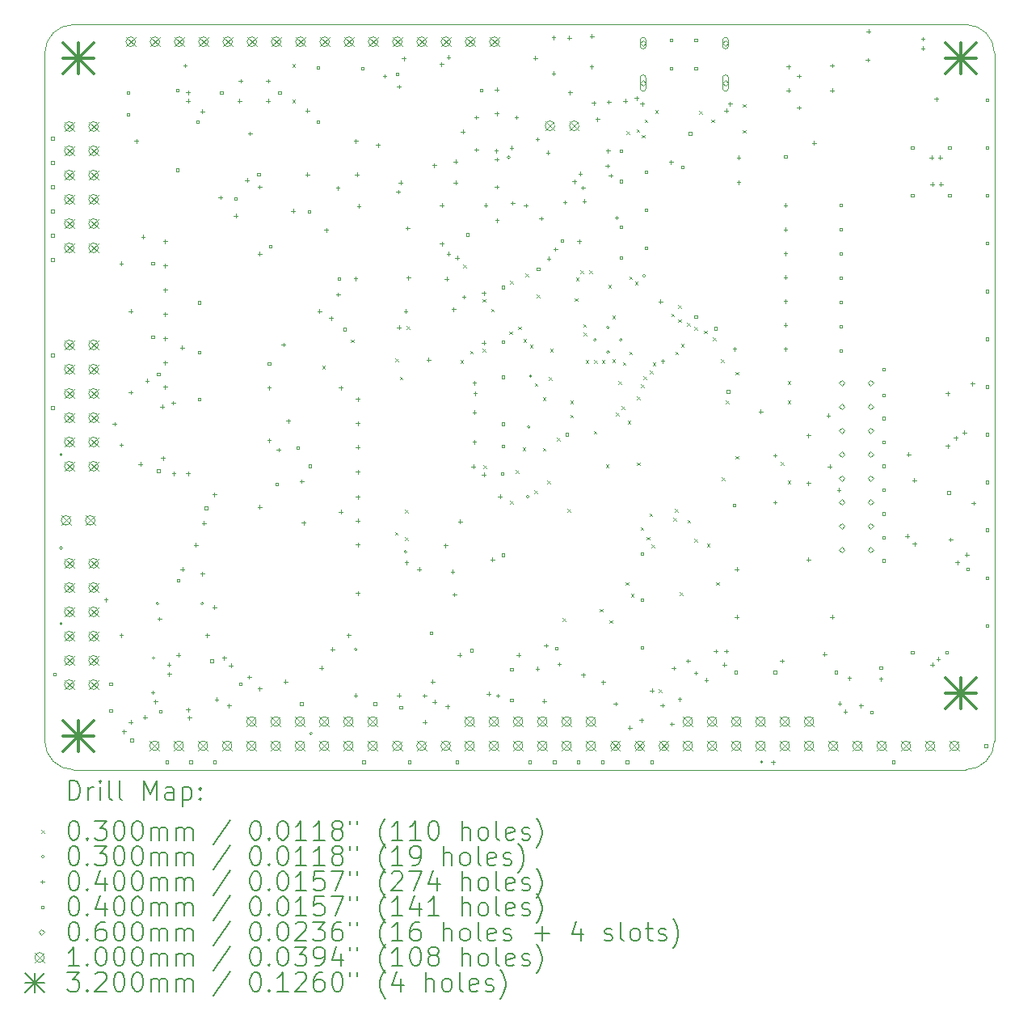
<source format=gbr>
%TF.GenerationSoftware,KiCad,Pcbnew,8.0.4-8.0.4-0~ubuntu22.04.1*%
%TF.CreationDate,2024-09-05T16:25:04-04:00*%
%TF.ProjectId,tinytapeout-demo,74696e79-7461-4706-956f-75742d64656d,2.0.1*%
%TF.SameCoordinates,PX38be5e0PY7d687e0*%
%TF.FileFunction,Drillmap*%
%TF.FilePolarity,Positive*%
%FSLAX45Y45*%
G04 Gerber Fmt 4.5, Leading zero omitted, Abs format (unit mm)*
G04 Created by KiCad (PCBNEW 8.0.4-8.0.4-0~ubuntu22.04.1) date 2024-09-05 16:25:04*
%MOMM*%
%LPD*%
G01*
G04 APERTURE LIST*
%ADD10C,0.100000*%
%ADD11C,0.200000*%
%ADD12C,0.320000*%
G04 APERTURE END LIST*
D10*
X15600000Y-5350000D02*
G75*
G02*
X15900000Y-5650000I0J-300000D01*
G01*
X6250000Y-5350000D02*
X15600000Y-5350000D01*
X15600000Y-13150000D02*
X6250000Y-13150000D01*
X15900000Y-5650000D02*
X15900000Y-12850000D01*
X6250000Y-13150000D02*
G75*
G02*
X5950000Y-12850000I0J300000D01*
G01*
X5950000Y-5650000D02*
G75*
G02*
X6250000Y-5350000I300000J0D01*
G01*
X5950000Y-12850000D02*
X5950000Y-5650000D01*
X15900000Y-12850000D02*
G75*
G02*
X15600000Y-13150000I-300000J0D01*
G01*
D11*
D10*
X8545000Y-5765000D02*
X8575000Y-5795000D01*
X8575000Y-5765000D02*
X8545000Y-5795000D01*
X8545000Y-6135000D02*
X8575000Y-6165000D01*
X8575000Y-6135000D02*
X8545000Y-6165000D01*
X8855053Y-8919947D02*
X8885053Y-8949947D01*
X8885053Y-8919947D02*
X8855053Y-8949947D01*
X9155000Y-8645000D02*
X9185000Y-8675000D01*
X9185000Y-8645000D02*
X9155000Y-8675000D01*
X9617750Y-10662440D02*
X9647750Y-10692440D01*
X9647750Y-10662440D02*
X9617750Y-10692440D01*
X9625000Y-8845000D02*
X9655000Y-8875000D01*
X9655000Y-8845000D02*
X9625000Y-8875000D01*
X9667750Y-9035000D02*
X9697750Y-9065000D01*
X9697750Y-9035000D02*
X9667750Y-9065000D01*
X9723845Y-10430500D02*
X9753845Y-10460500D01*
X9753845Y-10430500D02*
X9723845Y-10460500D01*
X9725000Y-10715000D02*
X9755000Y-10745000D01*
X9755000Y-10715000D02*
X9725000Y-10745000D01*
X9743000Y-8505000D02*
X9773000Y-8535000D01*
X9773000Y-8505000D02*
X9743000Y-8535000D01*
X10305000Y-8865000D02*
X10335000Y-8895000D01*
X10335000Y-8865000D02*
X10305000Y-8895000D01*
X10335000Y-7865000D02*
X10365000Y-7895000D01*
X10365000Y-7865000D02*
X10335000Y-7895000D01*
X10405000Y-8765000D02*
X10435000Y-8795000D01*
X10435000Y-8765000D02*
X10405000Y-8795000D01*
X10535000Y-8225000D02*
X10565000Y-8255000D01*
X10565000Y-8225000D02*
X10535000Y-8255000D01*
X10535000Y-8745000D02*
X10565000Y-8775000D01*
X10565000Y-8745000D02*
X10535000Y-8775000D01*
X10545000Y-9965000D02*
X10575000Y-9995000D01*
X10575000Y-9965000D02*
X10545000Y-9995000D01*
X10625000Y-8325000D02*
X10655000Y-8355000D01*
X10655000Y-8325000D02*
X10625000Y-8355000D01*
X10817750Y-8562250D02*
X10847750Y-8592250D01*
X10847750Y-8562250D02*
X10817750Y-8592250D01*
X10825000Y-8035000D02*
X10855000Y-8065000D01*
X10855000Y-8035000D02*
X10825000Y-8065000D01*
X10825000Y-10335000D02*
X10855000Y-10365000D01*
X10855000Y-10335000D02*
X10825000Y-10365000D01*
X10885000Y-10015250D02*
X10915000Y-10045250D01*
X10915000Y-10015250D02*
X10885000Y-10045250D01*
X10910003Y-8512250D02*
X10940003Y-8542250D01*
X10940003Y-8512250D02*
X10910003Y-8542250D01*
X10955250Y-9775000D02*
X10985250Y-9805000D01*
X10985250Y-9775000D02*
X10955250Y-9805000D01*
X10966371Y-8640407D02*
X10996371Y-8670407D01*
X10996371Y-8640407D02*
X10966371Y-8670407D01*
X10985000Y-7955000D02*
X11015000Y-7985000D01*
X11015000Y-7955000D02*
X10985000Y-7985000D01*
X11032024Y-8700496D02*
X11062024Y-8730496D01*
X11062024Y-8700496D02*
X11032024Y-8730496D01*
X11080882Y-10225000D02*
X11110882Y-10255000D01*
X11110882Y-10225000D02*
X11080882Y-10255000D01*
X11085000Y-9105000D02*
X11115000Y-9135000D01*
X11115000Y-9105000D02*
X11085000Y-9135000D01*
X11105000Y-8175000D02*
X11135000Y-8205000D01*
X11135000Y-8175000D02*
X11105000Y-8205000D01*
X11167783Y-9252218D02*
X11197782Y-9282218D01*
X11197782Y-9252218D02*
X11167783Y-9282218D01*
X11167783Y-9782909D02*
X11197782Y-9812909D01*
X11197782Y-9782909D02*
X11167783Y-9812909D01*
X11215000Y-10125000D02*
X11245000Y-10155000D01*
X11245000Y-10125000D02*
X11215000Y-10155000D01*
X11230000Y-9040000D02*
X11260000Y-9070000D01*
X11260000Y-9040000D02*
X11230000Y-9070000D01*
X11245000Y-8745000D02*
X11275000Y-8775000D01*
X11275000Y-8745000D02*
X11245000Y-8775000D01*
X11317448Y-9676096D02*
X11347448Y-9706096D01*
X11347448Y-9676096D02*
X11317448Y-9706096D01*
X11375000Y-11565000D02*
X11405000Y-11595000D01*
X11405000Y-11565000D02*
X11375000Y-11595000D01*
X11425000Y-10422250D02*
X11455000Y-10452250D01*
X11455000Y-10422250D02*
X11425000Y-10452250D01*
X11455000Y-9285000D02*
X11485000Y-9315000D01*
X11485000Y-9285000D02*
X11455000Y-9315000D01*
X11455000Y-9435000D02*
X11485000Y-9465000D01*
X11485000Y-9435000D02*
X11455000Y-9465000D01*
X11504038Y-8215962D02*
X11534038Y-8245962D01*
X11534038Y-8215962D02*
X11504038Y-8245962D01*
X11515302Y-8001467D02*
X11545302Y-8031467D01*
X11545302Y-8001467D02*
X11515302Y-8031467D01*
X11561320Y-7924121D02*
X11591320Y-7954121D01*
X11591320Y-7924121D02*
X11561320Y-7954121D01*
X11593076Y-8485000D02*
X11623076Y-8515000D01*
X11623076Y-8485000D02*
X11593076Y-8515000D01*
X11595000Y-8575000D02*
X11625000Y-8605000D01*
X11625000Y-8575000D02*
X11595000Y-8605000D01*
X11615000Y-8865000D02*
X11645000Y-8895000D01*
X11645000Y-8865000D02*
X11615000Y-8895000D01*
X11653210Y-7924155D02*
X11683210Y-7954155D01*
X11683210Y-7924155D02*
X11653210Y-7954155D01*
X11703000Y-9605000D02*
X11733000Y-9635000D01*
X11733000Y-9605000D02*
X11703000Y-9635000D01*
X11705000Y-8865000D02*
X11735000Y-8895000D01*
X11735000Y-8865000D02*
X11705000Y-8895000D01*
X11765000Y-11465000D02*
X11795000Y-11495000D01*
X11795000Y-11465000D02*
X11765000Y-11495000D01*
X11785000Y-8865000D02*
X11815000Y-8895000D01*
X11815000Y-8865000D02*
X11785000Y-8895000D01*
X11830070Y-9955250D02*
X11860070Y-9985250D01*
X11860070Y-9955250D02*
X11830070Y-9985250D01*
X11855000Y-8075000D02*
X11885000Y-8105000D01*
X11885000Y-8075000D02*
X11855000Y-8105000D01*
X11865000Y-11585000D02*
X11895000Y-11615000D01*
X11895000Y-11585000D02*
X11865000Y-11615000D01*
X11895000Y-8395000D02*
X11925000Y-8425000D01*
X11925000Y-8395000D02*
X11895000Y-8425000D01*
X11895000Y-8855000D02*
X11925000Y-8885000D01*
X11925000Y-8855000D02*
X11895000Y-8885000D01*
X11935000Y-9415000D02*
X11965000Y-9445000D01*
X11965000Y-9415000D02*
X11935000Y-9445000D01*
X11960817Y-9083868D02*
X11990817Y-9113868D01*
X11990817Y-9083868D02*
X11960817Y-9113868D01*
X11995524Y-9344389D02*
X12025524Y-9374389D01*
X12025524Y-9344389D02*
X11995524Y-9374389D01*
X12004880Y-8882202D02*
X12034880Y-8912202D01*
X12034880Y-8882202D02*
X12004880Y-8912202D01*
X12035000Y-11184999D02*
X12065000Y-11214999D01*
X12065000Y-11184999D02*
X12035000Y-11214999D01*
X12045000Y-6465000D02*
X12075000Y-6495000D01*
X12075000Y-6465000D02*
X12045000Y-6495000D01*
X12055905Y-9499201D02*
X12085905Y-9529201D01*
X12085905Y-9499201D02*
X12055905Y-9529201D01*
X12073250Y-7987953D02*
X12103250Y-8017953D01*
X12103250Y-7987953D02*
X12073250Y-8017953D01*
X12075000Y-8775000D02*
X12105000Y-8805000D01*
X12105000Y-8775000D02*
X12075000Y-8805000D01*
X12091750Y-11311750D02*
X12121750Y-11341750D01*
X12121750Y-11311750D02*
X12091750Y-11341750D01*
X12132047Y-8042047D02*
X12162047Y-8072047D01*
X12162047Y-8042047D02*
X12132047Y-8072047D01*
X12150434Y-6446497D02*
X12180434Y-6476497D01*
X12180434Y-6446497D02*
X12150434Y-6476497D01*
X12152411Y-9932989D02*
X12182411Y-9962989D01*
X12182411Y-9932989D02*
X12152411Y-9962989D01*
X12154396Y-9245000D02*
X12184396Y-9275000D01*
X12184396Y-9245000D02*
X12154396Y-9275000D01*
X12192451Y-10610602D02*
X12222451Y-10640602D01*
X12222451Y-10610602D02*
X12192451Y-10640602D01*
X12198896Y-9116490D02*
X12228896Y-9146490D01*
X12228896Y-9116490D02*
X12198896Y-9146490D01*
X12205000Y-6505000D02*
X12235000Y-6535000D01*
X12235000Y-6505000D02*
X12205000Y-6535000D01*
X12222081Y-9031246D02*
X12252081Y-9061246D01*
X12252081Y-9031246D02*
X12222081Y-9061246D01*
X12235000Y-6345000D02*
X12265000Y-6375000D01*
X12265000Y-6345000D02*
X12235000Y-6375000D01*
X12255000Y-10711160D02*
X12285000Y-10741160D01*
X12285000Y-10711160D02*
X12255000Y-10741160D01*
X12286750Y-10466750D02*
X12316750Y-10496750D01*
X12316750Y-10466750D02*
X12286750Y-10496750D01*
X12290396Y-8975000D02*
X12320396Y-9005000D01*
X12320396Y-8975000D02*
X12290396Y-9005000D01*
X12305000Y-10795000D02*
X12335000Y-10825000D01*
X12335000Y-10795000D02*
X12305000Y-10825000D01*
X12318222Y-8888556D02*
X12348222Y-8918556D01*
X12348222Y-8888556D02*
X12318222Y-8918556D01*
X12345000Y-6245000D02*
X12375000Y-6275000D01*
X12375000Y-6245000D02*
X12345000Y-6275000D01*
X12385000Y-12308000D02*
X12415000Y-12338000D01*
X12415000Y-12308000D02*
X12385000Y-12338000D01*
X12515000Y-8375000D02*
X12545000Y-8405000D01*
X12545000Y-8375000D02*
X12515000Y-8405000D01*
X12535000Y-10512250D02*
X12565000Y-10542250D01*
X12565000Y-10512250D02*
X12535000Y-10542250D01*
X12551062Y-10422250D02*
X12581062Y-10452250D01*
X12581062Y-10422250D02*
X12551062Y-10452250D01*
X12555000Y-8775000D02*
X12585000Y-8805000D01*
X12585000Y-8775000D02*
X12555000Y-8805000D01*
X12585000Y-8285000D02*
X12615000Y-8315000D01*
X12615000Y-8285000D02*
X12585000Y-8315000D01*
X12585000Y-8435000D02*
X12615000Y-8465000D01*
X12615000Y-8435000D02*
X12585000Y-8465000D01*
X12602250Y-11295040D02*
X12632250Y-11325040D01*
X12632250Y-11295040D02*
X12602250Y-11325040D01*
X12615000Y-8695000D02*
X12645000Y-8725000D01*
X12645000Y-8695000D02*
X12615000Y-8725000D01*
X12679171Y-8474335D02*
X12709171Y-8504335D01*
X12709171Y-8474335D02*
X12679171Y-8504335D01*
X12685000Y-10535000D02*
X12715000Y-10565000D01*
X12715000Y-10535000D02*
X12685000Y-10565000D01*
X12757353Y-8513545D02*
X12787353Y-8543545D01*
X12787353Y-8513545D02*
X12757353Y-8543545D01*
X12757750Y-10735000D02*
X12787750Y-10765000D01*
X12787750Y-10735000D02*
X12757750Y-10765000D01*
X12804331Y-6255739D02*
X12834331Y-6285739D01*
X12834331Y-6255739D02*
X12804331Y-6285739D01*
X12858369Y-8553500D02*
X12888369Y-8583500D01*
X12888369Y-8553500D02*
X12858369Y-8583500D01*
X12885000Y-10785000D02*
X12915000Y-10815000D01*
X12915000Y-10785000D02*
X12885000Y-10815000D01*
X12935000Y-6345000D02*
X12965000Y-6375000D01*
X12965000Y-6345000D02*
X12935000Y-6375000D01*
X12949750Y-8625000D02*
X12979750Y-8655000D01*
X12979750Y-8625000D02*
X12949750Y-8655000D01*
X12985000Y-11185000D02*
X13015000Y-11215000D01*
X13015000Y-11185000D02*
X12985000Y-11215000D01*
X13035000Y-8855000D02*
X13065000Y-8885000D01*
X13065000Y-8855000D02*
X13035000Y-8885000D01*
X13044402Y-10091250D02*
X13074402Y-10121250D01*
X13074402Y-10091250D02*
X13044402Y-10121250D01*
X13085000Y-9285000D02*
X13115000Y-9315000D01*
X13115000Y-9285000D02*
X13085000Y-9315000D01*
X13185000Y-8985000D02*
X13215000Y-9015000D01*
X13215000Y-8985000D02*
X13185000Y-9015000D01*
X13185000Y-9867750D02*
X13215000Y-9897750D01*
X13215000Y-9867750D02*
X13185000Y-9897750D01*
X13265000Y-6185000D02*
X13295000Y-6215000D01*
X13295000Y-6185000D02*
X13265000Y-6215000D01*
X13265000Y-6455000D02*
X13295000Y-6485000D01*
X13295000Y-6455000D02*
X13265000Y-6485000D01*
X13663572Y-9930822D02*
X13693572Y-9960822D01*
X13693572Y-9930822D02*
X13663572Y-9960822D01*
X13735000Y-9085000D02*
X13765000Y-9115000D01*
X13765000Y-9085000D02*
X13735000Y-9115000D01*
X13735000Y-9285000D02*
X13765000Y-9315000D01*
X13765000Y-9285000D02*
X13735000Y-9315000D01*
X13735000Y-10125500D02*
X13765000Y-10155500D01*
X13765000Y-10125500D02*
X13735000Y-10155500D01*
X6135000Y-9850000D02*
G75*
G02*
X6105000Y-9850000I-15000J0D01*
G01*
X6105000Y-9850000D02*
G75*
G02*
X6135000Y-9850000I15000J0D01*
G01*
X6135000Y-10830000D02*
G75*
G02*
X6105000Y-10830000I-15000J0D01*
G01*
X6105000Y-10830000D02*
G75*
G02*
X6135000Y-10830000I15000J0D01*
G01*
X6135000Y-11620000D02*
G75*
G02*
X6105000Y-11620000I-15000J0D01*
G01*
X6105000Y-11620000D02*
G75*
G02*
X6135000Y-11620000I15000J0D01*
G01*
X7105000Y-11980000D02*
G75*
G02*
X7075000Y-11980000I-15000J0D01*
G01*
X7075000Y-11980000D02*
G75*
G02*
X7105000Y-11980000I15000J0D01*
G01*
X7145000Y-11410000D02*
G75*
G02*
X7115000Y-11410000I-15000J0D01*
G01*
X7115000Y-11410000D02*
G75*
G02*
X7145000Y-11410000I15000J0D01*
G01*
X7615000Y-11410000D02*
G75*
G02*
X7585000Y-11410000I-15000J0D01*
G01*
X7585000Y-11410000D02*
G75*
G02*
X7615000Y-11410000I15000J0D01*
G01*
X8755000Y-12770000D02*
G75*
G02*
X8725000Y-12770000I-15000J0D01*
G01*
X8725000Y-12770000D02*
G75*
G02*
X8755000Y-12770000I15000J0D01*
G01*
X9225000Y-11890000D02*
G75*
G02*
X9195000Y-11890000I-15000J0D01*
G01*
X9195000Y-11890000D02*
G75*
G02*
X9225000Y-11890000I15000J0D01*
G01*
X9745000Y-10870000D02*
G75*
G02*
X9715000Y-10870000I-15000J0D01*
G01*
X9715000Y-10870000D02*
G75*
G02*
X9745000Y-10870000I15000J0D01*
G01*
X10825000Y-6740000D02*
G75*
G02*
X10795000Y-6740000I-15000J0D01*
G01*
X10795000Y-6740000D02*
G75*
G02*
X10825000Y-6740000I15000J0D01*
G01*
X11025000Y-10290000D02*
G75*
G02*
X10995000Y-10290000I-15000J0D01*
G01*
X10995000Y-10290000D02*
G75*
G02*
X11025000Y-10290000I15000J0D01*
G01*
X11035000Y-9560000D02*
G75*
G02*
X11005000Y-9560000I-15000J0D01*
G01*
X11005000Y-9560000D02*
G75*
G02*
X11035000Y-9560000I15000J0D01*
G01*
X11055000Y-9030000D02*
G75*
G02*
X11025000Y-9030000I-15000J0D01*
G01*
X11025000Y-9030000D02*
G75*
G02*
X11055000Y-9030000I15000J0D01*
G01*
X11730000Y-8650000D02*
G75*
G02*
X11700000Y-8650000I-15000J0D01*
G01*
X11700000Y-8650000D02*
G75*
G02*
X11730000Y-8650000I15000J0D01*
G01*
X11865000Y-8520000D02*
G75*
G02*
X11835000Y-8520000I-15000J0D01*
G01*
X11835000Y-8520000D02*
G75*
G02*
X11865000Y-8520000I15000J0D01*
G01*
X11865000Y-8780000D02*
G75*
G02*
X11835000Y-8780000I-15000J0D01*
G01*
X11835000Y-8780000D02*
G75*
G02*
X11865000Y-8780000I15000J0D01*
G01*
X12000000Y-8650000D02*
G75*
G02*
X11970000Y-8650000I-15000J0D01*
G01*
X11970000Y-8650000D02*
G75*
G02*
X12000000Y-8650000I15000J0D01*
G01*
X12245000Y-7980000D02*
G75*
G02*
X12215000Y-7980000I-15000J0D01*
G01*
X12215000Y-7980000D02*
G75*
G02*
X12245000Y-7980000I15000J0D01*
G01*
X13475000Y-13070000D02*
G75*
G02*
X13445000Y-13070000I-15000J0D01*
G01*
X13445000Y-13070000D02*
G75*
G02*
X13475000Y-13070000I15000J0D01*
G01*
X6590000Y-11350000D02*
X6590000Y-11390000D01*
X6570000Y-11370000D02*
X6610000Y-11370000D01*
X6680000Y-9510000D02*
X6680000Y-9550000D01*
X6660000Y-9530000D02*
X6700000Y-9530000D01*
X6750000Y-7830000D02*
X6750000Y-7870000D01*
X6730000Y-7850000D02*
X6770000Y-7850000D01*
X6750000Y-9730000D02*
X6750000Y-9770000D01*
X6730000Y-9750000D02*
X6770000Y-9750000D01*
X6750000Y-11723250D02*
X6750000Y-11763250D01*
X6730000Y-11743250D02*
X6770000Y-11743250D01*
X6780000Y-12730000D02*
X6780000Y-12770000D01*
X6760000Y-12750000D02*
X6800000Y-12750000D01*
X6850000Y-8330000D02*
X6850000Y-8370000D01*
X6830000Y-8350000D02*
X6870000Y-8350000D01*
X6850000Y-9180000D02*
X6850000Y-9220000D01*
X6830000Y-9200000D02*
X6870000Y-9200000D01*
X6850000Y-12630000D02*
X6850000Y-12670000D01*
X6830000Y-12650000D02*
X6870000Y-12650000D01*
X6910001Y-6550000D02*
X6910001Y-6590000D01*
X6890001Y-6570000D02*
X6930001Y-6570000D01*
X6950000Y-9930000D02*
X6950000Y-9970000D01*
X6930000Y-9950000D02*
X6970000Y-9950000D01*
X6980000Y-7550000D02*
X6980000Y-7590000D01*
X6960000Y-7570000D02*
X7000000Y-7570000D01*
X7000000Y-12580000D02*
X7000000Y-12620000D01*
X6980000Y-12600000D02*
X7020000Y-12600000D01*
X7022250Y-9057750D02*
X7022250Y-9097750D01*
X7002250Y-9077750D02*
X7042250Y-9077750D01*
X7080000Y-12320000D02*
X7080000Y-12360000D01*
X7060000Y-12340000D02*
X7100000Y-12340000D01*
X7109433Y-12415571D02*
X7109433Y-12455571D01*
X7089433Y-12435571D02*
X7129433Y-12435571D01*
X7151088Y-11550250D02*
X7151088Y-11590250D01*
X7131088Y-11570250D02*
X7171088Y-11570250D01*
X7180000Y-9330000D02*
X7180000Y-9370000D01*
X7160000Y-9350000D02*
X7200000Y-9350000D01*
X7189500Y-9869500D02*
X7189500Y-9909500D01*
X7169500Y-9889500D02*
X7209500Y-9889500D01*
X7210000Y-7600000D02*
X7210000Y-7640000D01*
X7190000Y-7620000D02*
X7230000Y-7620000D01*
X7210000Y-7854000D02*
X7210000Y-7894000D01*
X7190000Y-7874000D02*
X7230000Y-7874000D01*
X7210000Y-8108000D02*
X7210000Y-8148000D01*
X7190000Y-8128000D02*
X7230000Y-8128000D01*
X7210000Y-8362000D02*
X7210000Y-8402000D01*
X7190000Y-8382000D02*
X7230000Y-8382000D01*
X7210000Y-8616000D02*
X7210000Y-8656000D01*
X7190000Y-8636000D02*
X7230000Y-8636000D01*
X7210000Y-8870000D02*
X7210000Y-8910000D01*
X7190000Y-8890000D02*
X7230000Y-8890000D01*
X7210000Y-9124000D02*
X7210000Y-9164000D01*
X7190000Y-9144000D02*
X7230000Y-9144000D01*
X7250000Y-12030000D02*
X7250000Y-12070000D01*
X7230000Y-12050000D02*
X7270000Y-12050000D01*
X7252130Y-12129978D02*
X7252130Y-12169978D01*
X7232130Y-12149978D02*
X7272130Y-12149978D01*
X7295000Y-9290000D02*
X7295000Y-9330000D01*
X7275000Y-9310000D02*
X7315000Y-9310000D01*
X7300000Y-10030000D02*
X7300000Y-10070000D01*
X7280000Y-10050000D02*
X7320000Y-10050000D01*
X7350000Y-11930000D02*
X7350000Y-11970000D01*
X7330000Y-11950000D02*
X7370000Y-11950000D01*
X7386993Y-8712143D02*
X7386993Y-8752143D01*
X7366993Y-8732143D02*
X7406993Y-8732143D01*
X7390000Y-11030000D02*
X7390000Y-11070000D01*
X7370000Y-11050000D02*
X7410000Y-11050000D01*
X7420000Y-5760000D02*
X7420000Y-5800000D01*
X7400000Y-5780000D02*
X7440000Y-5780000D01*
X7450000Y-6040000D02*
X7450000Y-6080000D01*
X7430000Y-6060000D02*
X7470000Y-6060000D01*
X7450000Y-6130000D02*
X7450000Y-6170000D01*
X7430000Y-6150000D02*
X7470000Y-6150000D01*
X7450000Y-10030000D02*
X7450000Y-10070000D01*
X7430000Y-10050000D02*
X7470000Y-10050000D01*
X7450000Y-12500000D02*
X7450000Y-12540000D01*
X7430000Y-12520000D02*
X7470000Y-12520000D01*
X7463206Y-12586793D02*
X7463206Y-12626793D01*
X7443206Y-12606793D02*
X7483206Y-12606793D01*
X7532000Y-10777623D02*
X7532000Y-10817623D01*
X7512000Y-10797623D02*
X7552000Y-10797623D01*
X7600000Y-6240000D02*
X7600000Y-6280000D01*
X7580000Y-6260000D02*
X7620000Y-6260000D01*
X7600000Y-11080000D02*
X7600000Y-11120000D01*
X7580000Y-11100000D02*
X7620000Y-11100000D01*
X7615933Y-10547000D02*
X7615933Y-10587000D01*
X7595933Y-10567000D02*
X7635933Y-10567000D01*
X7651088Y-11723250D02*
X7651088Y-11763250D01*
X7631088Y-11743250D02*
X7671088Y-11743250D01*
X7727750Y-10250000D02*
X7727750Y-10290000D01*
X7707750Y-10270000D02*
X7747750Y-10270000D01*
X7727750Y-11430000D02*
X7727750Y-11470000D01*
X7707750Y-11450000D02*
X7747750Y-11450000D01*
X7750000Y-12395250D02*
X7750000Y-12435250D01*
X7730000Y-12415250D02*
X7770000Y-12415250D01*
X7790000Y-7140000D02*
X7790000Y-7180000D01*
X7770000Y-7160000D02*
X7810000Y-7160000D01*
X7827750Y-11960000D02*
X7827750Y-12000000D01*
X7807750Y-11980000D02*
X7847750Y-11980000D01*
X7880000Y-12460000D02*
X7880000Y-12500000D01*
X7860000Y-12480000D02*
X7900000Y-12480000D01*
X7900000Y-12040000D02*
X7900000Y-12080000D01*
X7880000Y-12060000D02*
X7920000Y-12060000D01*
X7950000Y-7330000D02*
X7950000Y-7370000D01*
X7930000Y-7350000D02*
X7970000Y-7350000D01*
X7990000Y-6130000D02*
X7990000Y-6170000D01*
X7970000Y-6150000D02*
X8010000Y-6150000D01*
X8000000Y-5920000D02*
X8000000Y-5960000D01*
X7980000Y-5940000D02*
X8020000Y-5940000D01*
X8070000Y-6960000D02*
X8070000Y-7000000D01*
X8050000Y-6980000D02*
X8090000Y-6980000D01*
X8090000Y-12160000D02*
X8090000Y-12200000D01*
X8070000Y-12180000D02*
X8110000Y-12180000D01*
X8100000Y-6470000D02*
X8100000Y-6510000D01*
X8080000Y-6490000D02*
X8120000Y-6490000D01*
X8200000Y-7030000D02*
X8200000Y-7070000D01*
X8180000Y-7050000D02*
X8220000Y-7050000D01*
X8200000Y-7730000D02*
X8200000Y-7770000D01*
X8180000Y-7750000D02*
X8220000Y-7750000D01*
X8200000Y-10380000D02*
X8200000Y-10420000D01*
X8180000Y-10400000D02*
X8220000Y-10400000D01*
X8200000Y-12280000D02*
X8200000Y-12320000D01*
X8180000Y-12300000D02*
X8220000Y-12300000D01*
X8290000Y-5920000D02*
X8290000Y-5960000D01*
X8270000Y-5940000D02*
X8310000Y-5940000D01*
X8290000Y-6130000D02*
X8290000Y-6170000D01*
X8270000Y-6150000D02*
X8310000Y-6150000D01*
X8300000Y-9130000D02*
X8300000Y-9170000D01*
X8280000Y-9150000D02*
X8320000Y-9150000D01*
X8300000Y-9682250D02*
X8300000Y-9722250D01*
X8280000Y-9702250D02*
X8320000Y-9702250D01*
X8400000Y-9780000D02*
X8400000Y-9820000D01*
X8380000Y-9800000D02*
X8420000Y-9800000D01*
X8450000Y-8680000D02*
X8450000Y-8720000D01*
X8430000Y-8700000D02*
X8470000Y-8700000D01*
X8472251Y-12207750D02*
X8472251Y-12247750D01*
X8452251Y-12227750D02*
X8492251Y-12227750D01*
X8500000Y-9480000D02*
X8500000Y-9520000D01*
X8480000Y-9500000D02*
X8520000Y-9500000D01*
X8550000Y-7280000D02*
X8550000Y-7320000D01*
X8530000Y-7300000D02*
X8570000Y-7300000D01*
X8640000Y-10110000D02*
X8640000Y-10150000D01*
X8620000Y-10130000D02*
X8660000Y-10130000D01*
X8660000Y-10544500D02*
X8660000Y-10584500D01*
X8640000Y-10564500D02*
X8680000Y-10564500D01*
X8700000Y-6230000D02*
X8700000Y-6270000D01*
X8680000Y-6250000D02*
X8720000Y-6250000D01*
X8700000Y-6900000D02*
X8700000Y-6940000D01*
X8680000Y-6920000D02*
X8720000Y-6920000D01*
X8827750Y-8330000D02*
X8827750Y-8370000D01*
X8807750Y-8350000D02*
X8847750Y-8350000D01*
X8848912Y-12063250D02*
X8848912Y-12103250D01*
X8828912Y-12083250D02*
X8868912Y-12083250D01*
X8900000Y-7480000D02*
X8900000Y-7520000D01*
X8880000Y-7500000D02*
X8920000Y-7500000D01*
X8950000Y-8402250D02*
X8950000Y-8442250D01*
X8930000Y-8422250D02*
X8970000Y-8422250D01*
X8964051Y-11867750D02*
X8964051Y-11907750D01*
X8944051Y-11887750D02*
X8984051Y-11887750D01*
X9020000Y-7040000D02*
X9020000Y-7080000D01*
X9000000Y-7060000D02*
X9040000Y-7060000D01*
X9022250Y-8155000D02*
X9022250Y-8195000D01*
X9002250Y-8175000D02*
X9042250Y-8175000D01*
X9050000Y-9130000D02*
X9050000Y-9170000D01*
X9030000Y-9150000D02*
X9070000Y-9150000D01*
X9050000Y-10430500D02*
X9050000Y-10470500D01*
X9030000Y-10450500D02*
X9070000Y-10450500D01*
X9131500Y-11723250D02*
X9131500Y-11763250D01*
X9111500Y-11743250D02*
X9151500Y-11743250D01*
X9206597Y-12352250D02*
X9206597Y-12392250D01*
X9186597Y-12372250D02*
X9226597Y-12372250D01*
X9207000Y-7987000D02*
X9207000Y-8027000D01*
X9187000Y-8007000D02*
X9227000Y-8007000D01*
X9210000Y-6550000D02*
X9210000Y-6590000D01*
X9190000Y-6570000D02*
X9230000Y-6570000D01*
X9220000Y-6900000D02*
X9220000Y-6940000D01*
X9200000Y-6920000D02*
X9240000Y-6920000D01*
X9227750Y-9503000D02*
X9227750Y-9543000D01*
X9207750Y-9523000D02*
X9247750Y-9523000D01*
X9227750Y-9753000D02*
X9227750Y-9793000D01*
X9207750Y-9773000D02*
X9247750Y-9773000D01*
X9227750Y-10013000D02*
X9227750Y-10053000D01*
X9207750Y-10033000D02*
X9247750Y-10033000D01*
X9227750Y-10273000D02*
X9227750Y-10313000D01*
X9207750Y-10293000D02*
X9247750Y-10293000D01*
X9227750Y-10523000D02*
X9227750Y-10563000D01*
X9207750Y-10543000D02*
X9247750Y-10543000D01*
X9227750Y-10773000D02*
X9227750Y-10813000D01*
X9207750Y-10793000D02*
X9247750Y-10793000D01*
X9227750Y-11283000D02*
X9227750Y-11323000D01*
X9207750Y-11303000D02*
X9247750Y-11303000D01*
X9230000Y-9250000D02*
X9230000Y-9290000D01*
X9210000Y-9270000D02*
X9250000Y-9270000D01*
X9240000Y-7230000D02*
X9240000Y-7270000D01*
X9220000Y-7250000D02*
X9260000Y-7250000D01*
X9440000Y-6590000D02*
X9440000Y-6630000D01*
X9420000Y-6610000D02*
X9460000Y-6610000D01*
X9510000Y-5870000D02*
X9510000Y-5910000D01*
X9490000Y-5890000D02*
X9530000Y-5890000D01*
X9651159Y-7079282D02*
X9651159Y-7119282D01*
X9631159Y-7099282D02*
X9671159Y-7099282D01*
X9660000Y-5980000D02*
X9660000Y-6020000D01*
X9640000Y-6000000D02*
X9680000Y-6000000D01*
X9660000Y-8500000D02*
X9660000Y-8540000D01*
X9640000Y-8520000D02*
X9680000Y-8520000D01*
X9660860Y-12352250D02*
X9660860Y-12392250D01*
X9640860Y-12372250D02*
X9680860Y-12372250D01*
X9677750Y-6982882D02*
X9677750Y-7022882D01*
X9657750Y-7002882D02*
X9697750Y-7002882D01*
X9711901Y-5684078D02*
X9711901Y-5724078D01*
X9691901Y-5704078D02*
X9731901Y-5704078D01*
X9730000Y-8330000D02*
X9730000Y-8370000D01*
X9710000Y-8350000D02*
X9750000Y-8350000D01*
X9740001Y-10960000D02*
X9740001Y-11000000D01*
X9720001Y-10980000D02*
X9760001Y-10980000D01*
X9750000Y-7460000D02*
X9750000Y-7500000D01*
X9730000Y-7480000D02*
X9770000Y-7480000D01*
X9760000Y-7980000D02*
X9760000Y-8020000D01*
X9740000Y-8000000D02*
X9780000Y-8000000D01*
X9872250Y-11030000D02*
X9872250Y-11070000D01*
X9852250Y-11050000D02*
X9892250Y-11050000D01*
X9928143Y-12355250D02*
X9928143Y-12395250D01*
X9908143Y-12375250D02*
X9948143Y-12375250D01*
X9930000Y-12630000D02*
X9930000Y-12670000D01*
X9910000Y-12650000D02*
X9950000Y-12650000D01*
X9970000Y-8837000D02*
X9970000Y-8877000D01*
X9950000Y-8857000D02*
X9990000Y-8857000D01*
X10012029Y-12207750D02*
X10012029Y-12247750D01*
X9992029Y-12227750D02*
X10032029Y-12227750D01*
X10028950Y-6803116D02*
X10028950Y-6843116D01*
X10008950Y-6823116D02*
X10048950Y-6823116D01*
X10032962Y-12418250D02*
X10032962Y-12458250D01*
X10012962Y-12438250D02*
X10052962Y-12438250D01*
X10107044Y-5744434D02*
X10107044Y-5784434D01*
X10087044Y-5764434D02*
X10127044Y-5764434D01*
X10107750Y-7220000D02*
X10107750Y-7260000D01*
X10087750Y-7240000D02*
X10127750Y-7240000D01*
X10107750Y-7623000D02*
X10107750Y-7663000D01*
X10087750Y-7643000D02*
X10127750Y-7643000D01*
X10150000Y-10781000D02*
X10150000Y-10821000D01*
X10130000Y-10801000D02*
X10170000Y-10801000D01*
X10160000Y-7990000D02*
X10160000Y-8030000D01*
X10140000Y-8010000D02*
X10180000Y-8010000D01*
X10168049Y-12468250D02*
X10168049Y-12508250D01*
X10148049Y-12488250D02*
X10188049Y-12488250D01*
X10180000Y-7730000D02*
X10180000Y-7770000D01*
X10160000Y-7750000D02*
X10200000Y-7750000D01*
X10180437Y-5672184D02*
X10180437Y-5712184D01*
X10160437Y-5692184D02*
X10200437Y-5692184D01*
X10222250Y-11057750D02*
X10222250Y-11097750D01*
X10202250Y-11077750D02*
X10242250Y-11077750D01*
X10231714Y-8310536D02*
X10231714Y-8350536D01*
X10211714Y-8330536D02*
X10251714Y-8330536D01*
X10242250Y-11297000D02*
X10242250Y-11337000D01*
X10222250Y-11317000D02*
X10262250Y-11317000D01*
X10252250Y-6762799D02*
X10252250Y-6802799D01*
X10232250Y-6782799D02*
X10272250Y-6782799D01*
X10252250Y-6984824D02*
X10252250Y-7024824D01*
X10232250Y-7004824D02*
X10272250Y-7004824D01*
X10270579Y-7772374D02*
X10270579Y-7812374D01*
X10250579Y-7792374D02*
X10290579Y-7792374D01*
X10295760Y-11929236D02*
X10295760Y-11969236D01*
X10275760Y-11949236D02*
X10315760Y-11949236D01*
X10300000Y-10530000D02*
X10300000Y-10570000D01*
X10280000Y-10550000D02*
X10320000Y-10550000D01*
X10330000Y-6450000D02*
X10330000Y-6490000D01*
X10310000Y-6470000D02*
X10350000Y-6470000D01*
X10340000Y-8180000D02*
X10340000Y-8220000D01*
X10320000Y-8200000D02*
X10360000Y-8200000D01*
X10440000Y-9955250D02*
X10440000Y-9995250D01*
X10420000Y-9975250D02*
X10460000Y-9975250D01*
X10450000Y-9080000D02*
X10450000Y-9120000D01*
X10430000Y-9100000D02*
X10470000Y-9100000D01*
X10450000Y-9390000D02*
X10450000Y-9430000D01*
X10430000Y-9410000D02*
X10470000Y-9410000D01*
X10450000Y-9700000D02*
X10450000Y-9740000D01*
X10430000Y-9720000D02*
X10470000Y-9720000D01*
X10460000Y-9190000D02*
X10460000Y-9230000D01*
X10440000Y-9210000D02*
X10480000Y-9210000D01*
X10470000Y-6300000D02*
X10470000Y-6340000D01*
X10450000Y-6320000D02*
X10490000Y-6320000D01*
X10470000Y-6640000D02*
X10470000Y-6680000D01*
X10450000Y-6660000D02*
X10490000Y-6660000D01*
X10550000Y-8140000D02*
X10550000Y-8180000D01*
X10530000Y-8160000D02*
X10570000Y-8160000D01*
X10550000Y-8660000D02*
X10550000Y-8700000D01*
X10530000Y-8680000D02*
X10570000Y-8680000D01*
X10550000Y-10040000D02*
X10550000Y-10080000D01*
X10530000Y-10060000D02*
X10570000Y-10060000D01*
X10570000Y-7220000D02*
X10570000Y-7260000D01*
X10550000Y-7240000D02*
X10590000Y-7240000D01*
X10600000Y-12335250D02*
X10600000Y-12375250D01*
X10580000Y-12355250D02*
X10620000Y-12355250D01*
X10640000Y-10930000D02*
X10640000Y-10970000D01*
X10620000Y-10950000D02*
X10660000Y-10950000D01*
X10680000Y-6650000D02*
X10680000Y-6690000D01*
X10660000Y-6670000D02*
X10700000Y-6670000D01*
X10684245Y-6261491D02*
X10684245Y-6301491D01*
X10664245Y-6281491D02*
X10704245Y-6281491D01*
X10684245Y-6740000D02*
X10684245Y-6780000D01*
X10664245Y-6760000D02*
X10704245Y-6760000D01*
X10684245Y-7030000D02*
X10684245Y-7070000D01*
X10664245Y-7050000D02*
X10704245Y-7050000D01*
X10685578Y-6009243D02*
X10685578Y-6049243D01*
X10665578Y-6029243D02*
X10705578Y-6029243D01*
X10688000Y-7380000D02*
X10688000Y-7420000D01*
X10668000Y-7400000D02*
X10708000Y-7400000D01*
X10695469Y-12355113D02*
X10695469Y-12395113D01*
X10675469Y-12375113D02*
X10715469Y-12375113D01*
X10720000Y-10270000D02*
X10720000Y-10310000D01*
X10700000Y-10290000D02*
X10740000Y-10290000D01*
X10840000Y-6620000D02*
X10840000Y-6660000D01*
X10820000Y-6640000D02*
X10860000Y-6640000D01*
X10850528Y-7199081D02*
X10850528Y-7239081D01*
X10830528Y-7219081D02*
X10870528Y-7219081D01*
X10890000Y-6300000D02*
X10890000Y-6340000D01*
X10870000Y-6320000D02*
X10910000Y-6320000D01*
X10913462Y-11929236D02*
X10913462Y-11969236D01*
X10893462Y-11949236D02*
X10933462Y-11949236D01*
X10990007Y-7223504D02*
X10990007Y-7263504D01*
X10970007Y-7243504D02*
X11010007Y-7243504D01*
X11087967Y-5681472D02*
X11087967Y-5721472D01*
X11067967Y-5701472D02*
X11107967Y-5701472D01*
X11110000Y-6530000D02*
X11110000Y-6570000D01*
X11090000Y-6550000D02*
X11130000Y-6550000D01*
X11111710Y-12073736D02*
X11111710Y-12113736D01*
X11091710Y-12093736D02*
X11131710Y-12093736D01*
X11150000Y-7360000D02*
X11150000Y-7400000D01*
X11130000Y-7380000D02*
X11170000Y-7380000D01*
X11180000Y-12410000D02*
X11180000Y-12450000D01*
X11160000Y-12430000D02*
X11200000Y-12430000D01*
X11200000Y-11830000D02*
X11200000Y-11870000D01*
X11180000Y-11850000D02*
X11220000Y-11850000D01*
X11220000Y-6670000D02*
X11220000Y-6710000D01*
X11200000Y-6690000D02*
X11240000Y-6690000D01*
X11230000Y-7780000D02*
X11230000Y-7820000D01*
X11210000Y-7800000D02*
X11250000Y-7800000D01*
X11280000Y-5465000D02*
X11280000Y-5505000D01*
X11260000Y-5485000D02*
X11300000Y-5485000D01*
X11280000Y-5840000D02*
X11280000Y-5880000D01*
X11260000Y-5860000D02*
X11300000Y-5860000D01*
X11300000Y-7680000D02*
X11300000Y-7720000D01*
X11280000Y-7700000D02*
X11320000Y-7700000D01*
X11338892Y-12025500D02*
X11338892Y-12065500D01*
X11318892Y-12045500D02*
X11358892Y-12045500D01*
X11400000Y-7190000D02*
X11400000Y-7230000D01*
X11380000Y-7210000D02*
X11420000Y-7210000D01*
X11445126Y-5468312D02*
X11445126Y-5508312D01*
X11425126Y-5488312D02*
X11465126Y-5488312D01*
X11453649Y-6041502D02*
X11453649Y-6081502D01*
X11433649Y-6061502D02*
X11473649Y-6061502D01*
X11498200Y-6972400D02*
X11498200Y-7012400D01*
X11478200Y-6992400D02*
X11518200Y-6992400D01*
X11550000Y-7600000D02*
X11550000Y-7640000D01*
X11530000Y-7620000D02*
X11570000Y-7620000D01*
X11560000Y-6890000D02*
X11560000Y-6930000D01*
X11540000Y-6910000D02*
X11580000Y-6910000D01*
X11588412Y-7038601D02*
X11588412Y-7078601D01*
X11568412Y-7058601D02*
X11608412Y-7058601D01*
X11590000Y-12137750D02*
X11590000Y-12177750D01*
X11570000Y-12157750D02*
X11610000Y-12157750D01*
X11601088Y-7178911D02*
X11601088Y-7218911D01*
X11581088Y-7198911D02*
X11621088Y-7198911D01*
X11679029Y-5770410D02*
X11679029Y-5810410D01*
X11659029Y-5790410D02*
X11699029Y-5790410D01*
X11680000Y-5450000D02*
X11680000Y-5490000D01*
X11660000Y-5470000D02*
X11700000Y-5470000D01*
X11700000Y-6150000D02*
X11700000Y-6190000D01*
X11680000Y-6170000D02*
X11720000Y-6170000D01*
X11740000Y-6320000D02*
X11740000Y-6360000D01*
X11720000Y-6340000D02*
X11760000Y-6340000D01*
X11800000Y-12212250D02*
X11800000Y-12252250D01*
X11780000Y-12232250D02*
X11820000Y-12232250D01*
X11845000Y-6810000D02*
X11845000Y-6850000D01*
X11825000Y-6830000D02*
X11865000Y-6830000D01*
X11850000Y-6650000D02*
X11850000Y-6690000D01*
X11830000Y-6670000D02*
X11870000Y-6670000D01*
X11860000Y-6140000D02*
X11860000Y-6180000D01*
X11840000Y-6160000D02*
X11880000Y-6160000D01*
X11880000Y-6910000D02*
X11880000Y-6950000D01*
X11860000Y-6930000D02*
X11900000Y-6930000D01*
X11930000Y-12440000D02*
X11930000Y-12480000D01*
X11910000Y-12460000D02*
X11950000Y-12460000D01*
X11940000Y-7350000D02*
X11940000Y-7390000D01*
X11920000Y-7370000D02*
X11960000Y-7370000D01*
X12030000Y-6130000D02*
X12030000Y-6170000D01*
X12010000Y-6150000D02*
X12050000Y-6150000D01*
X12080000Y-12690000D02*
X12080000Y-12730000D01*
X12060000Y-12710000D02*
X12100000Y-12710000D01*
X12149999Y-6100000D02*
X12149999Y-6140000D01*
X12129999Y-6120000D02*
X12169999Y-6120000D01*
X12200000Y-12610000D02*
X12200000Y-12650000D01*
X12180000Y-12630000D02*
X12220000Y-12630000D01*
X12210000Y-6160000D02*
X12210000Y-6200000D01*
X12190000Y-6180000D02*
X12230000Y-6180000D01*
X12310000Y-12300000D02*
X12310000Y-12340000D01*
X12290000Y-12320000D02*
X12330000Y-12320000D01*
X12400000Y-8230000D02*
X12400000Y-8270000D01*
X12380000Y-8250000D02*
X12420000Y-8250000D01*
X12420000Y-12455250D02*
X12420000Y-12495250D01*
X12400000Y-12475250D02*
X12440000Y-12475250D01*
X12423562Y-8852587D02*
X12423562Y-8892587D01*
X12403562Y-8872587D02*
X12443562Y-8872587D01*
X12510000Y-6770000D02*
X12510000Y-6810000D01*
X12490000Y-6790000D02*
X12530000Y-6790000D01*
X12520000Y-12650000D02*
X12520000Y-12690000D01*
X12500000Y-12670000D02*
X12540000Y-12670000D01*
X12540000Y-12067750D02*
X12540000Y-12107750D01*
X12520000Y-12087750D02*
X12560000Y-12087750D01*
X12600000Y-12390000D02*
X12600000Y-12430000D01*
X12580000Y-12410000D02*
X12620000Y-12410000D01*
X12689500Y-11990000D02*
X12689500Y-12030000D01*
X12669500Y-12010000D02*
X12709500Y-12010000D01*
X12770000Y-12117750D02*
X12770000Y-12157750D01*
X12750000Y-12137750D02*
X12790000Y-12137750D01*
X12880000Y-12190000D02*
X12880000Y-12230000D01*
X12860000Y-12210000D02*
X12900000Y-12210000D01*
X12980000Y-11890000D02*
X12980000Y-11930000D01*
X12960000Y-11910000D02*
X13000000Y-11910000D01*
X13070000Y-12030000D02*
X13070000Y-12070000D01*
X13050000Y-12050000D02*
X13090000Y-12050000D01*
X13090000Y-6230000D02*
X13090000Y-6270000D01*
X13070000Y-6250000D02*
X13110000Y-6250000D01*
X13090000Y-11890000D02*
X13090000Y-11930000D01*
X13070000Y-11910000D02*
X13110000Y-11910000D01*
X13130000Y-6160000D02*
X13130000Y-6200000D01*
X13110000Y-6180000D02*
X13150000Y-6180000D01*
X13176250Y-8725000D02*
X13176250Y-8765000D01*
X13156250Y-8745000D02*
X13196250Y-8745000D01*
X13200000Y-11030000D02*
X13200000Y-11070000D01*
X13180000Y-11050000D02*
X13220000Y-11050000D01*
X13200000Y-11530000D02*
X13200000Y-11570000D01*
X13180000Y-11550000D02*
X13220000Y-11550000D01*
X13220000Y-6720000D02*
X13220000Y-6760000D01*
X13200000Y-6740000D02*
X13240000Y-6740000D01*
X13220000Y-6980000D02*
X13220000Y-7020000D01*
X13200000Y-7000000D02*
X13240000Y-7000000D01*
X13450000Y-9380000D02*
X13450000Y-9420000D01*
X13430000Y-9400000D02*
X13470000Y-9400000D01*
X13580000Y-13050000D02*
X13580000Y-13090000D01*
X13560000Y-13070000D02*
X13600000Y-13070000D01*
X13600000Y-9840000D02*
X13600000Y-9880000D01*
X13580000Y-9860000D02*
X13620000Y-9860000D01*
X13600000Y-10330000D02*
X13600000Y-10370000D01*
X13580000Y-10350000D02*
X13620000Y-10350000D01*
X13672250Y-11989723D02*
X13672250Y-12029723D01*
X13652250Y-12009723D02*
X13692250Y-12009723D01*
X13710000Y-7220000D02*
X13710000Y-7260000D01*
X13690000Y-7240000D02*
X13730000Y-7240000D01*
X13710000Y-7475000D02*
X13710000Y-7515000D01*
X13690000Y-7495000D02*
X13730000Y-7495000D01*
X13710000Y-7725000D02*
X13710000Y-7765000D01*
X13690000Y-7745000D02*
X13730000Y-7745000D01*
X13710000Y-7975000D02*
X13710000Y-8015000D01*
X13690000Y-7995000D02*
X13730000Y-7995000D01*
X13710000Y-8225000D02*
X13710000Y-8265000D01*
X13690000Y-8245000D02*
X13730000Y-8245000D01*
X13710000Y-8475000D02*
X13710000Y-8515000D01*
X13690000Y-8495000D02*
X13730000Y-8495000D01*
X13710000Y-8725000D02*
X13710000Y-8765000D01*
X13690000Y-8745000D02*
X13730000Y-8745000D01*
X13740000Y-5770000D02*
X13740000Y-5810000D01*
X13720000Y-5790000D02*
X13760000Y-5790000D01*
X13740000Y-6020000D02*
X13740000Y-6060000D01*
X13720000Y-6040000D02*
X13760000Y-6040000D01*
X13850000Y-5870000D02*
X13850000Y-5910000D01*
X13830000Y-5890000D02*
X13870000Y-5890000D01*
X13850000Y-6200000D02*
X13850000Y-6240000D01*
X13830000Y-6220000D02*
X13870000Y-6220000D01*
X13950000Y-9630000D02*
X13950000Y-9670000D01*
X13930000Y-9650000D02*
X13970000Y-9650000D01*
X13950000Y-10132000D02*
X13950000Y-10172000D01*
X13930000Y-10152000D02*
X13970000Y-10152000D01*
X13950000Y-10930000D02*
X13950000Y-10970000D01*
X13930000Y-10950000D02*
X13970000Y-10950000D01*
X14010000Y-6570000D02*
X14010000Y-6610000D01*
X13990000Y-6590000D02*
X14030000Y-6590000D01*
X14120000Y-11920000D02*
X14120000Y-11960000D01*
X14100000Y-11940000D02*
X14140000Y-11940000D01*
X14158911Y-9421089D02*
X14158911Y-9461089D01*
X14138911Y-9441089D02*
X14178911Y-9441089D01*
X14172960Y-9955137D02*
X14172960Y-9995137D01*
X14152960Y-9975137D02*
X14192960Y-9975137D01*
X14200000Y-5760000D02*
X14200000Y-5800000D01*
X14180000Y-5780000D02*
X14220000Y-5780000D01*
X14200000Y-6020000D02*
X14200000Y-6060000D01*
X14180000Y-6040000D02*
X14220000Y-6040000D01*
X14200000Y-11530000D02*
X14200000Y-11570000D01*
X14180000Y-11550000D02*
X14220000Y-11550000D01*
X14270000Y-10200000D02*
X14270000Y-10240000D01*
X14250000Y-10220000D02*
X14290000Y-10220000D01*
X14277759Y-12436000D02*
X14277759Y-12476000D01*
X14257759Y-12456000D02*
X14297759Y-12456000D01*
X14336316Y-12520000D02*
X14336316Y-12560000D01*
X14316316Y-12540000D02*
X14356316Y-12540000D01*
X14380000Y-12170000D02*
X14380000Y-12210000D01*
X14360000Y-12190000D02*
X14400000Y-12190000D01*
X14500000Y-12460000D02*
X14500000Y-12500000D01*
X14480000Y-12480000D02*
X14520000Y-12480000D01*
X14570000Y-5700000D02*
X14570000Y-5740000D01*
X14550000Y-5720000D02*
X14590000Y-5720000D01*
X14580000Y-5400000D02*
X14580000Y-5440000D01*
X14560000Y-5420000D02*
X14600000Y-5420000D01*
X14710000Y-12180000D02*
X14710000Y-12220000D01*
X14690000Y-12200000D02*
X14730000Y-12200000D01*
X14985000Y-10684347D02*
X14985000Y-10724347D01*
X14965000Y-10704347D02*
X15005000Y-10704347D01*
X15000000Y-9830000D02*
X15000000Y-9870000D01*
X14980000Y-9850000D02*
X15020000Y-9850000D01*
X15060000Y-10100000D02*
X15060000Y-10140000D01*
X15040000Y-10120000D02*
X15080000Y-10120000D01*
X15063033Y-10766967D02*
X15063033Y-10806967D01*
X15043033Y-10786967D02*
X15083033Y-10786967D01*
X15150000Y-5480000D02*
X15150000Y-5520000D01*
X15130000Y-5500000D02*
X15170000Y-5500000D01*
X15150000Y-5580000D02*
X15150000Y-5620000D01*
X15130000Y-5600000D02*
X15170000Y-5600000D01*
X15240000Y-6720000D02*
X15240000Y-6760000D01*
X15220000Y-6740000D02*
X15260000Y-6740000D01*
X15250000Y-7000000D02*
X15250000Y-7040000D01*
X15230000Y-7020000D02*
X15270000Y-7020000D01*
X15250000Y-12030000D02*
X15250000Y-12070000D01*
X15230000Y-12050000D02*
X15270000Y-12050000D01*
X15290000Y-6110000D02*
X15290000Y-6150000D01*
X15270000Y-6130000D02*
X15310000Y-6130000D01*
X15310000Y-11970000D02*
X15310000Y-12010000D01*
X15290000Y-11990000D02*
X15330000Y-11990000D01*
X15330000Y-6720000D02*
X15330000Y-6760000D01*
X15310000Y-6740000D02*
X15350000Y-6740000D01*
X15340000Y-7000000D02*
X15340000Y-7040000D01*
X15320000Y-7020000D02*
X15360000Y-7020000D01*
X15410000Y-9190000D02*
X15410000Y-9230000D01*
X15390000Y-9210000D02*
X15430000Y-9210000D01*
X15410000Y-9740000D02*
X15410000Y-9780000D01*
X15390000Y-9760000D02*
X15430000Y-9760000D01*
X15440000Y-10720000D02*
X15440000Y-10760000D01*
X15420000Y-10740000D02*
X15460000Y-10740000D01*
X15495000Y-9655000D02*
X15495000Y-9695000D01*
X15475000Y-9675000D02*
X15515000Y-9675000D01*
X15510000Y-10960000D02*
X15510000Y-11000000D01*
X15490000Y-10980000D02*
X15530000Y-10980000D01*
X15585000Y-9600000D02*
X15585000Y-9640000D01*
X15565000Y-9620000D02*
X15605000Y-9620000D01*
X15610000Y-10880000D02*
X15610000Y-10920000D01*
X15590000Y-10900000D02*
X15630000Y-10900000D01*
X15670000Y-9090000D02*
X15670000Y-9130000D01*
X15650000Y-9110000D02*
X15690000Y-9110000D01*
X15680000Y-10340000D02*
X15680000Y-10380000D01*
X15660000Y-10360000D02*
X15700000Y-10360000D01*
X6044142Y-6554142D02*
X6044142Y-6525858D01*
X6015858Y-6525858D01*
X6015858Y-6554142D01*
X6044142Y-6554142D01*
X6044142Y-6808142D02*
X6044142Y-6779858D01*
X6015858Y-6779858D01*
X6015858Y-6808142D01*
X6044142Y-6808142D01*
X6044142Y-7062142D02*
X6044142Y-7033858D01*
X6015858Y-7033858D01*
X6015858Y-7062142D01*
X6044142Y-7062142D01*
X6044142Y-7316142D02*
X6044142Y-7287858D01*
X6015858Y-7287858D01*
X6015858Y-7316142D01*
X6044142Y-7316142D01*
X6044142Y-7570142D02*
X6044142Y-7541858D01*
X6015858Y-7541858D01*
X6015858Y-7570142D01*
X6044142Y-7570142D01*
X6044142Y-7824142D02*
X6044142Y-7795858D01*
X6015858Y-7795858D01*
X6015858Y-7824142D01*
X6044142Y-7824142D01*
X6044142Y-8824142D02*
X6044142Y-8795858D01*
X6015858Y-8795858D01*
X6015858Y-8824142D01*
X6044142Y-8824142D01*
X6044142Y-9374142D02*
X6044142Y-9345858D01*
X6015858Y-9345858D01*
X6015858Y-9374142D01*
X6044142Y-9374142D01*
X6064142Y-12164142D02*
X6064142Y-12135858D01*
X6035858Y-12135858D01*
X6035858Y-12164142D01*
X6064142Y-12164142D01*
X6654142Y-12264142D02*
X6654142Y-12235858D01*
X6625858Y-12235858D01*
X6625858Y-12264142D01*
X6654142Y-12264142D01*
X6654142Y-12544142D02*
X6654142Y-12515858D01*
X6625858Y-12515858D01*
X6625858Y-12544142D01*
X6654142Y-12544142D01*
X6834142Y-6074142D02*
X6834142Y-6045858D01*
X6805858Y-6045858D01*
X6805858Y-6074142D01*
X6834142Y-6074142D01*
X6834142Y-6304142D02*
X6834142Y-6275858D01*
X6805858Y-6275858D01*
X6805858Y-6304142D01*
X6834142Y-6304142D01*
X6874142Y-12854142D02*
X6874142Y-12825858D01*
X6845858Y-12825858D01*
X6845858Y-12854142D01*
X6874142Y-12854142D01*
X7094142Y-7864142D02*
X7094142Y-7835858D01*
X7065858Y-7835858D01*
X7065858Y-7864142D01*
X7094142Y-7864142D01*
X7094142Y-8634142D02*
X7094142Y-8605858D01*
X7065858Y-8605858D01*
X7065858Y-8634142D01*
X7094142Y-8634142D01*
X7154142Y-9024142D02*
X7154142Y-8995858D01*
X7125858Y-8995858D01*
X7125858Y-9024142D01*
X7154142Y-9024142D01*
X7154142Y-10034142D02*
X7154142Y-10005858D01*
X7125858Y-10005858D01*
X7125858Y-10034142D01*
X7154142Y-10034142D01*
X7174142Y-12554142D02*
X7174142Y-12525858D01*
X7145858Y-12525858D01*
X7145858Y-12554142D01*
X7174142Y-12554142D01*
X7244142Y-13084142D02*
X7244142Y-13055858D01*
X7215858Y-13055858D01*
X7215858Y-13084142D01*
X7244142Y-13084142D01*
X7354142Y-6054142D02*
X7354142Y-6025858D01*
X7325858Y-6025858D01*
X7325858Y-6054142D01*
X7354142Y-6054142D01*
X7354142Y-6884142D02*
X7354142Y-6855858D01*
X7325858Y-6855858D01*
X7325858Y-6884142D01*
X7354142Y-6884142D01*
X7364142Y-11184142D02*
X7364142Y-11155858D01*
X7335858Y-11155858D01*
X7335858Y-11184142D01*
X7364142Y-11184142D01*
X7494142Y-13084142D02*
X7494142Y-13055858D01*
X7465858Y-13055858D01*
X7465858Y-13084142D01*
X7494142Y-13084142D01*
X7564142Y-6384142D02*
X7564142Y-6355858D01*
X7535858Y-6355858D01*
X7535858Y-6384142D01*
X7564142Y-6384142D01*
X7584142Y-8274142D02*
X7584142Y-8245858D01*
X7555858Y-8245858D01*
X7555858Y-8274142D01*
X7584142Y-8274142D01*
X7584142Y-8794142D02*
X7584142Y-8765858D01*
X7555858Y-8765858D01*
X7555858Y-8794142D01*
X7584142Y-8794142D01*
X7584142Y-9284142D02*
X7584142Y-9255858D01*
X7555858Y-9255858D01*
X7555858Y-9284142D01*
X7584142Y-9284142D01*
X7654142Y-10424142D02*
X7654142Y-10395858D01*
X7625858Y-10395858D01*
X7625858Y-10424142D01*
X7654142Y-10424142D01*
X7714142Y-12024142D02*
X7714142Y-11995858D01*
X7685858Y-11995858D01*
X7685858Y-12024142D01*
X7714142Y-12024142D01*
X7744142Y-13084142D02*
X7744142Y-13055858D01*
X7715858Y-13055858D01*
X7715858Y-13084142D01*
X7744142Y-13084142D01*
X7814142Y-6074142D02*
X7814142Y-6045858D01*
X7785858Y-6045858D01*
X7785858Y-6074142D01*
X7814142Y-6074142D01*
X7964142Y-7184142D02*
X7964142Y-7155858D01*
X7935858Y-7155858D01*
X7935858Y-7184142D01*
X7964142Y-7184142D01*
X8014142Y-12264142D02*
X8014142Y-12235858D01*
X7985858Y-12235858D01*
X7985858Y-12264142D01*
X8014142Y-12264142D01*
X8204142Y-6934142D02*
X8204142Y-6905858D01*
X8175858Y-6905858D01*
X8175858Y-6934142D01*
X8204142Y-6934142D01*
X8314142Y-8914142D02*
X8314142Y-8885858D01*
X8285858Y-8885858D01*
X8285858Y-8914142D01*
X8314142Y-8914142D01*
X8324142Y-7684142D02*
X8324142Y-7655858D01*
X8295858Y-7655858D01*
X8295858Y-7684142D01*
X8324142Y-7684142D01*
X8394142Y-10174142D02*
X8394142Y-10145858D01*
X8365858Y-10145858D01*
X8365858Y-10174142D01*
X8394142Y-10174142D01*
X8424142Y-6074142D02*
X8424142Y-6045858D01*
X8395858Y-6045858D01*
X8395858Y-6074142D01*
X8424142Y-6074142D01*
X8614142Y-9794142D02*
X8614142Y-9765858D01*
X8585858Y-9765858D01*
X8585858Y-9794142D01*
X8614142Y-9794142D01*
X8654142Y-12474142D02*
X8654142Y-12445858D01*
X8625858Y-12445858D01*
X8625858Y-12474142D01*
X8654142Y-12474142D01*
X8734142Y-7324142D02*
X8734142Y-7295858D01*
X8705858Y-7295858D01*
X8705858Y-7324142D01*
X8734142Y-7324142D01*
X8744142Y-9984142D02*
X8744142Y-9955858D01*
X8715858Y-9955858D01*
X8715858Y-9984142D01*
X8744142Y-9984142D01*
X8824142Y-5814142D02*
X8824142Y-5785858D01*
X8795858Y-5785858D01*
X8795858Y-5814142D01*
X8824142Y-5814142D01*
X8824142Y-6384142D02*
X8824142Y-6355858D01*
X8795858Y-6355858D01*
X8795858Y-6384142D01*
X8824142Y-6384142D01*
X9044142Y-8024142D02*
X9044142Y-7995858D01*
X9015858Y-7995858D01*
X9015858Y-8024142D01*
X9044142Y-8024142D01*
X9104142Y-8554142D02*
X9104142Y-8525858D01*
X9075858Y-8525858D01*
X9075858Y-8554142D01*
X9104142Y-8554142D01*
X9294142Y-5824142D02*
X9294142Y-5795858D01*
X9265858Y-5795858D01*
X9265858Y-5824142D01*
X9294142Y-5824142D01*
X9304142Y-13084142D02*
X9304142Y-13055858D01*
X9275858Y-13055858D01*
X9275858Y-13084142D01*
X9304142Y-13084142D01*
X9424142Y-12474142D02*
X9424142Y-12445858D01*
X9395858Y-12445858D01*
X9395858Y-12474142D01*
X9424142Y-12474142D01*
X9654142Y-5884142D02*
X9654142Y-5855858D01*
X9625858Y-5855858D01*
X9625858Y-5884142D01*
X9654142Y-5884142D01*
X9694142Y-12514142D02*
X9694142Y-12485858D01*
X9665858Y-12485858D01*
X9665858Y-12514142D01*
X9694142Y-12514142D01*
X9784142Y-13084142D02*
X9784142Y-13055858D01*
X9755858Y-13055858D01*
X9755858Y-13084142D01*
X9784142Y-13084142D01*
X10014142Y-11734142D02*
X10014142Y-11705858D01*
X9985858Y-11705858D01*
X9985858Y-11734142D01*
X10014142Y-11734142D01*
X10284142Y-13084142D02*
X10284142Y-13055858D01*
X10255858Y-13055858D01*
X10255858Y-13084142D01*
X10284142Y-13084142D01*
X10394142Y-7564142D02*
X10394142Y-7535858D01*
X10365858Y-7535858D01*
X10365858Y-7564142D01*
X10394142Y-7564142D01*
X10434142Y-11914142D02*
X10434142Y-11885858D01*
X10405858Y-11885858D01*
X10405858Y-11914142D01*
X10434142Y-11914142D01*
X10534142Y-6054142D02*
X10534142Y-6025858D01*
X10505858Y-6025858D01*
X10505858Y-6054142D01*
X10534142Y-6054142D01*
X10754142Y-10064142D02*
X10754142Y-10035858D01*
X10725858Y-10035858D01*
X10725858Y-10064142D01*
X10754142Y-10064142D01*
X10764142Y-8114142D02*
X10764142Y-8085858D01*
X10735858Y-8085858D01*
X10735858Y-8114142D01*
X10764142Y-8114142D01*
X10764142Y-8684142D02*
X10764142Y-8655858D01*
X10735858Y-8655858D01*
X10735858Y-8684142D01*
X10764142Y-8684142D01*
X10764142Y-9054142D02*
X10764142Y-9025858D01*
X10735858Y-9025858D01*
X10735858Y-9054142D01*
X10764142Y-9054142D01*
X10764142Y-9544142D02*
X10764142Y-9515858D01*
X10735858Y-9515858D01*
X10735858Y-9544142D01*
X10764142Y-9544142D01*
X10764142Y-9774142D02*
X10764142Y-9745858D01*
X10735858Y-9745858D01*
X10735858Y-9774142D01*
X10764142Y-9774142D01*
X10764142Y-10914142D02*
X10764142Y-10885858D01*
X10735858Y-10885858D01*
X10735858Y-10914142D01*
X10764142Y-10914142D01*
X10854142Y-12114142D02*
X10854142Y-12085858D01*
X10825858Y-12085858D01*
X10825858Y-12114142D01*
X10854142Y-12114142D01*
X10854142Y-12434142D02*
X10854142Y-12405858D01*
X10825858Y-12405858D01*
X10825858Y-12434142D01*
X10854142Y-12434142D01*
X11044142Y-13084142D02*
X11044142Y-13055858D01*
X11015858Y-13055858D01*
X11015858Y-13084142D01*
X11044142Y-13084142D01*
X11134142Y-7924142D02*
X11134142Y-7895858D01*
X11105858Y-7895858D01*
X11105858Y-7924142D01*
X11134142Y-7924142D01*
X11304142Y-13084142D02*
X11304142Y-13055858D01*
X11275858Y-13055858D01*
X11275858Y-13084142D01*
X11304142Y-13084142D01*
X11324142Y-11894142D02*
X11324142Y-11865858D01*
X11295858Y-11865858D01*
X11295858Y-11894142D01*
X11324142Y-11894142D01*
X11384142Y-7624142D02*
X11384142Y-7595858D01*
X11355858Y-7595858D01*
X11355858Y-7624142D01*
X11384142Y-7624142D01*
X11434142Y-9654142D02*
X11434142Y-9625858D01*
X11405858Y-9625858D01*
X11405858Y-9654142D01*
X11434142Y-9654142D01*
X11554142Y-13084142D02*
X11554142Y-13055858D01*
X11525858Y-13055858D01*
X11525858Y-13084142D01*
X11554142Y-13084142D01*
X11804142Y-13084142D02*
X11804142Y-13055858D01*
X11775858Y-13055858D01*
X11775858Y-13084142D01*
X11804142Y-13084142D01*
X12004142Y-6684142D02*
X12004142Y-6655858D01*
X11975858Y-6655858D01*
X11975858Y-6684142D01*
X12004142Y-6684142D01*
X12004142Y-7004142D02*
X12004142Y-6975858D01*
X11975858Y-6975858D01*
X11975858Y-7004142D01*
X12004142Y-7004142D01*
X12004142Y-7484142D02*
X12004142Y-7455858D01*
X11975858Y-7455858D01*
X11975858Y-7484142D01*
X12004142Y-7484142D01*
X12004142Y-7804142D02*
X12004142Y-7775858D01*
X11975858Y-7775858D01*
X11975858Y-7804142D01*
X12004142Y-7804142D01*
X12064142Y-13084142D02*
X12064142Y-13055858D01*
X12035858Y-13055858D01*
X12035858Y-13084142D01*
X12064142Y-13084142D01*
X12224142Y-10904142D02*
X12224142Y-10875858D01*
X12195858Y-10875858D01*
X12195858Y-10904142D01*
X12224142Y-10904142D01*
X12224142Y-11384142D02*
X12224142Y-11355858D01*
X12195858Y-11355858D01*
X12195858Y-11384142D01*
X12224142Y-11384142D01*
X12224142Y-11884142D02*
X12224142Y-11855858D01*
X12195858Y-11855858D01*
X12195858Y-11884142D01*
X12224142Y-11884142D01*
X12264142Y-6904142D02*
X12264142Y-6875858D01*
X12235858Y-6875858D01*
X12235858Y-6904142D01*
X12264142Y-6904142D01*
X12264142Y-7304142D02*
X12264142Y-7275858D01*
X12235858Y-7275858D01*
X12235858Y-7304142D01*
X12264142Y-7304142D01*
X12264142Y-7704142D02*
X12264142Y-7675858D01*
X12235858Y-7675858D01*
X12235858Y-7704142D01*
X12264142Y-7704142D01*
X12324142Y-13084142D02*
X12324142Y-13055858D01*
X12295858Y-13055858D01*
X12295858Y-13084142D01*
X12324142Y-13084142D01*
X12524142Y-5524142D02*
X12524142Y-5495858D01*
X12495858Y-5495858D01*
X12495858Y-5524142D01*
X12524142Y-5524142D01*
X12524142Y-5824142D02*
X12524142Y-5795858D01*
X12495858Y-5795858D01*
X12495858Y-5824142D01*
X12524142Y-5824142D01*
X12644142Y-6854142D02*
X12644142Y-6825858D01*
X12615858Y-6825858D01*
X12615858Y-6854142D01*
X12644142Y-6854142D01*
X12724142Y-6504142D02*
X12724142Y-6475858D01*
X12695858Y-6475858D01*
X12695858Y-6504142D01*
X12724142Y-6504142D01*
X12784142Y-5524142D02*
X12784142Y-5495858D01*
X12755858Y-5495858D01*
X12755858Y-5524142D01*
X12784142Y-5524142D01*
X12784142Y-5824142D02*
X12784142Y-5795858D01*
X12755858Y-5795858D01*
X12755858Y-5824142D01*
X12784142Y-5824142D01*
X12784142Y-8424142D02*
X12784142Y-8395858D01*
X12755858Y-8395858D01*
X12755858Y-8424142D01*
X12784142Y-8424142D01*
X12994142Y-8544142D02*
X12994142Y-8515858D01*
X12965858Y-8515858D01*
X12965858Y-8544142D01*
X12994142Y-8544142D01*
X13124142Y-9204142D02*
X13124142Y-9175858D01*
X13095858Y-9175858D01*
X13095858Y-9204142D01*
X13124142Y-9204142D01*
X13184142Y-10394142D02*
X13184142Y-10365858D01*
X13155858Y-10365858D01*
X13155858Y-10394142D01*
X13184142Y-10394142D01*
X13204142Y-12144142D02*
X13204142Y-12115858D01*
X13175858Y-12115858D01*
X13175858Y-12144142D01*
X13204142Y-12144142D01*
X13614142Y-12144142D02*
X13614142Y-12115858D01*
X13585858Y-12115858D01*
X13585858Y-12144142D01*
X13614142Y-12144142D01*
X13724142Y-6744142D02*
X13724142Y-6715858D01*
X13695858Y-6715858D01*
X13695858Y-6744142D01*
X13724142Y-6744142D01*
X14254142Y-12144142D02*
X14254142Y-12115858D01*
X14225858Y-12115858D01*
X14225858Y-12144142D01*
X14254142Y-12144142D01*
X14304142Y-7254142D02*
X14304142Y-7225858D01*
X14275858Y-7225858D01*
X14275858Y-7254142D01*
X14304142Y-7254142D01*
X14304142Y-7508142D02*
X14304142Y-7479858D01*
X14275858Y-7479858D01*
X14275858Y-7508142D01*
X14304142Y-7508142D01*
X14304142Y-7762142D02*
X14304142Y-7733858D01*
X14275858Y-7733858D01*
X14275858Y-7762142D01*
X14304142Y-7762142D01*
X14304142Y-8016142D02*
X14304142Y-7987858D01*
X14275858Y-7987858D01*
X14275858Y-8016142D01*
X14304142Y-8016142D01*
X14304142Y-8270142D02*
X14304142Y-8241858D01*
X14275858Y-8241858D01*
X14275858Y-8270142D01*
X14304142Y-8270142D01*
X14304142Y-8524142D02*
X14304142Y-8495858D01*
X14275858Y-8495858D01*
X14275858Y-8524142D01*
X14304142Y-8524142D01*
X14304142Y-8778142D02*
X14304142Y-8749858D01*
X14275858Y-8749858D01*
X14275858Y-8778142D01*
X14304142Y-8778142D01*
X14624142Y-12564142D02*
X14624142Y-12535858D01*
X14595858Y-12535858D01*
X14595858Y-12564142D01*
X14624142Y-12564142D01*
X14724142Y-12094142D02*
X14724142Y-12065858D01*
X14695858Y-12065858D01*
X14695858Y-12094142D01*
X14724142Y-12094142D01*
X14754142Y-8974142D02*
X14754142Y-8945858D01*
X14725858Y-8945858D01*
X14725858Y-8974142D01*
X14754142Y-8974142D01*
X14754142Y-9244142D02*
X14754142Y-9215858D01*
X14725858Y-9215858D01*
X14725858Y-9244142D01*
X14754142Y-9244142D01*
X14754142Y-9484142D02*
X14754142Y-9455858D01*
X14725858Y-9455858D01*
X14725858Y-9484142D01*
X14754142Y-9484142D01*
X14754142Y-9734142D02*
X14754142Y-9705858D01*
X14725858Y-9705858D01*
X14725858Y-9734142D01*
X14754142Y-9734142D01*
X14754142Y-9984142D02*
X14754142Y-9955858D01*
X14725858Y-9955858D01*
X14725858Y-9984142D01*
X14754142Y-9984142D01*
X14754142Y-10234142D02*
X14754142Y-10205858D01*
X14725858Y-10205858D01*
X14725858Y-10234142D01*
X14754142Y-10234142D01*
X14754142Y-10484142D02*
X14754142Y-10455858D01*
X14725858Y-10455858D01*
X14725858Y-10484142D01*
X14754142Y-10484142D01*
X14754142Y-10734142D02*
X14754142Y-10705858D01*
X14725858Y-10705858D01*
X14725858Y-10734142D01*
X14754142Y-10734142D01*
X14754142Y-10974142D02*
X14754142Y-10945858D01*
X14725858Y-10945858D01*
X14725858Y-10974142D01*
X14754142Y-10974142D01*
X14854142Y-13084142D02*
X14854142Y-13055858D01*
X14825858Y-13055858D01*
X14825858Y-13084142D01*
X14854142Y-13084142D01*
X15054142Y-6654142D02*
X15054142Y-6625858D01*
X15025858Y-6625858D01*
X15025858Y-6654142D01*
X15054142Y-6654142D01*
X15054142Y-7154142D02*
X15054142Y-7125858D01*
X15025858Y-7125858D01*
X15025858Y-7154142D01*
X15054142Y-7154142D01*
X15054142Y-11934142D02*
X15054142Y-11905858D01*
X15025858Y-11905858D01*
X15025858Y-11934142D01*
X15054142Y-11934142D01*
X15414142Y-11934142D02*
X15414142Y-11905858D01*
X15385858Y-11905858D01*
X15385858Y-11934142D01*
X15414142Y-11934142D01*
X15434142Y-10264142D02*
X15434142Y-10235858D01*
X15405858Y-10235858D01*
X15405858Y-10264142D01*
X15434142Y-10264142D01*
X15444142Y-6654142D02*
X15444142Y-6625858D01*
X15415858Y-6625858D01*
X15415858Y-6654142D01*
X15444142Y-6654142D01*
X15444142Y-7154142D02*
X15444142Y-7125858D01*
X15415858Y-7125858D01*
X15415858Y-7154142D01*
X15444142Y-7154142D01*
X15634142Y-11064142D02*
X15634142Y-11035858D01*
X15605858Y-11035858D01*
X15605858Y-11064142D01*
X15634142Y-11064142D01*
X15824142Y-12914142D02*
X15824142Y-12885858D01*
X15795858Y-12885858D01*
X15795858Y-12914142D01*
X15824142Y-12914142D01*
X15834142Y-6154142D02*
X15834142Y-6125858D01*
X15805858Y-6125858D01*
X15805858Y-6154142D01*
X15834142Y-6154142D01*
X15834142Y-6654142D02*
X15834142Y-6625858D01*
X15805858Y-6625858D01*
X15805858Y-6654142D01*
X15834142Y-6654142D01*
X15834142Y-7154142D02*
X15834142Y-7125858D01*
X15805858Y-7125858D01*
X15805858Y-7154142D01*
X15834142Y-7154142D01*
X15834142Y-7654142D02*
X15834142Y-7625858D01*
X15805858Y-7625858D01*
X15805858Y-7654142D01*
X15834142Y-7654142D01*
X15834142Y-8154142D02*
X15834142Y-8125858D01*
X15805858Y-8125858D01*
X15805858Y-8154142D01*
X15834142Y-8154142D01*
X15834142Y-8654142D02*
X15834142Y-8625858D01*
X15805858Y-8625858D01*
X15805858Y-8654142D01*
X15834142Y-8654142D01*
X15834142Y-9154142D02*
X15834142Y-9125858D01*
X15805858Y-9125858D01*
X15805858Y-9154142D01*
X15834142Y-9154142D01*
X15834142Y-9654142D02*
X15834142Y-9625858D01*
X15805858Y-9625858D01*
X15805858Y-9654142D01*
X15834142Y-9654142D01*
X15834142Y-10154142D02*
X15834142Y-10125858D01*
X15805858Y-10125858D01*
X15805858Y-10154142D01*
X15834142Y-10154142D01*
X15834142Y-10654142D02*
X15834142Y-10625858D01*
X15805858Y-10625858D01*
X15805858Y-10654142D01*
X15834142Y-10654142D01*
X15834142Y-11154142D02*
X15834142Y-11125858D01*
X15805858Y-11125858D01*
X15805858Y-11154142D01*
X15834142Y-11154142D01*
X15834142Y-11654142D02*
X15834142Y-11625858D01*
X15805858Y-11625858D01*
X15805858Y-11654142D01*
X15834142Y-11654142D01*
X12218000Y-5575000D02*
X12248000Y-5545000D01*
X12218000Y-5515000D01*
X12188000Y-5545000D01*
X12218000Y-5575000D01*
X12248000Y-5575000D02*
X12248000Y-5515000D01*
X12188000Y-5515000D02*
G75*
G02*
X12248000Y-5515000I30000J0D01*
G01*
X12188000Y-5515000D02*
X12188000Y-5575000D01*
X12188000Y-5575000D02*
G75*
G03*
X12248000Y-5575000I30000J0D01*
G01*
X12218000Y-5993000D02*
X12248000Y-5963000D01*
X12218000Y-5933000D01*
X12188000Y-5963000D01*
X12218000Y-5993000D01*
X12248000Y-6018000D02*
X12248000Y-5908000D01*
X12188000Y-5908000D02*
G75*
G02*
X12248000Y-5908000I30000J0D01*
G01*
X12188000Y-5908000D02*
X12188000Y-6018000D01*
X12188000Y-6018000D02*
G75*
G03*
X12248000Y-6018000I30000J0D01*
G01*
X13082000Y-5575000D02*
X13112000Y-5545000D01*
X13082000Y-5515000D01*
X13052000Y-5545000D01*
X13082000Y-5575000D01*
X13112000Y-5575000D02*
X13112000Y-5515000D01*
X13052000Y-5515000D02*
G75*
G02*
X13112000Y-5515000I30000J0D01*
G01*
X13052000Y-5515000D02*
X13052000Y-5575000D01*
X13052000Y-5575000D02*
G75*
G03*
X13112000Y-5575000I30000J0D01*
G01*
X13082000Y-5993000D02*
X13112000Y-5963000D01*
X13082000Y-5933000D01*
X13052000Y-5963000D01*
X13082000Y-5993000D01*
X13112000Y-6018000D02*
X13112000Y-5908000D01*
X13052000Y-5908000D02*
G75*
G02*
X13112000Y-5908000I30000J0D01*
G01*
X13052000Y-5908000D02*
X13052000Y-6018000D01*
X13052000Y-6018000D02*
G75*
G03*
X13112000Y-6018000I30000J0D01*
G01*
X14300000Y-9130000D02*
X14330000Y-9100000D01*
X14300000Y-9070000D01*
X14270000Y-9100000D01*
X14300000Y-9130000D01*
X14300000Y-9380000D02*
X14330000Y-9350000D01*
X14300000Y-9320000D01*
X14270000Y-9350000D01*
X14300000Y-9380000D01*
X14300000Y-9630000D02*
X14330000Y-9600000D01*
X14300000Y-9570000D01*
X14270000Y-9600000D01*
X14300000Y-9630000D01*
X14300000Y-9880000D02*
X14330000Y-9850000D01*
X14300000Y-9820000D01*
X14270000Y-9850000D01*
X14300000Y-9880000D01*
X14300000Y-10130000D02*
X14330000Y-10100000D01*
X14300000Y-10070000D01*
X14270000Y-10100000D01*
X14300000Y-10130000D01*
X14300000Y-10380000D02*
X14330000Y-10350000D01*
X14300000Y-10320000D01*
X14270000Y-10350000D01*
X14300000Y-10380000D01*
X14300000Y-10630000D02*
X14330000Y-10600000D01*
X14300000Y-10570000D01*
X14270000Y-10600000D01*
X14300000Y-10630000D01*
X14300000Y-10880000D02*
X14330000Y-10850000D01*
X14300000Y-10820000D01*
X14270000Y-10850000D01*
X14300000Y-10880000D01*
X14600000Y-9130000D02*
X14630000Y-9100000D01*
X14600000Y-9070000D01*
X14570000Y-9100000D01*
X14600000Y-9130000D01*
X14600000Y-9380000D02*
X14630000Y-9350000D01*
X14600000Y-9320000D01*
X14570000Y-9350000D01*
X14600000Y-9380000D01*
X14600000Y-9630000D02*
X14630000Y-9600000D01*
X14600000Y-9570000D01*
X14570000Y-9600000D01*
X14600000Y-9630000D01*
X14600000Y-9880000D02*
X14630000Y-9850000D01*
X14600000Y-9820000D01*
X14570000Y-9850000D01*
X14600000Y-9880000D01*
X14600000Y-10130000D02*
X14630000Y-10100000D01*
X14600000Y-10070000D01*
X14570000Y-10100000D01*
X14600000Y-10130000D01*
X14600000Y-10380000D02*
X14630000Y-10350000D01*
X14600000Y-10320000D01*
X14570000Y-10350000D01*
X14600000Y-10380000D01*
X14600000Y-10630000D02*
X14630000Y-10600000D01*
X14600000Y-10570000D01*
X14570000Y-10600000D01*
X14600000Y-10630000D01*
X14600000Y-10880000D02*
X14630000Y-10850000D01*
X14600000Y-10820000D01*
X14570000Y-10850000D01*
X14600000Y-10880000D01*
X6122500Y-10489500D02*
X6222500Y-10589500D01*
X6222500Y-10489500D02*
X6122500Y-10589500D01*
X6222500Y-10539500D02*
G75*
G02*
X6122500Y-10539500I-50000J0D01*
G01*
X6122500Y-10539500D02*
G75*
G02*
X6222500Y-10539500I50000J0D01*
G01*
X6156000Y-6368000D02*
X6256000Y-6468000D01*
X6256000Y-6368000D02*
X6156000Y-6468000D01*
X6256000Y-6418000D02*
G75*
G02*
X6156000Y-6418000I-50000J0D01*
G01*
X6156000Y-6418000D02*
G75*
G02*
X6256000Y-6418000I50000J0D01*
G01*
X6156000Y-6622000D02*
X6256000Y-6722000D01*
X6256000Y-6622000D02*
X6156000Y-6722000D01*
X6256000Y-6672000D02*
G75*
G02*
X6156000Y-6672000I-50000J0D01*
G01*
X6156000Y-6672000D02*
G75*
G02*
X6256000Y-6672000I50000J0D01*
G01*
X6156000Y-6876000D02*
X6256000Y-6976000D01*
X6256000Y-6876000D02*
X6156000Y-6976000D01*
X6256000Y-6926000D02*
G75*
G02*
X6156000Y-6926000I-50000J0D01*
G01*
X6156000Y-6926000D02*
G75*
G02*
X6256000Y-6926000I50000J0D01*
G01*
X6156000Y-7130000D02*
X6256000Y-7230000D01*
X6256000Y-7130000D02*
X6156000Y-7230000D01*
X6256000Y-7180000D02*
G75*
G02*
X6156000Y-7180000I-50000J0D01*
G01*
X6156000Y-7180000D02*
G75*
G02*
X6256000Y-7180000I50000J0D01*
G01*
X6156000Y-7384000D02*
X6256000Y-7484000D01*
X6256000Y-7384000D02*
X6156000Y-7484000D01*
X6256000Y-7434000D02*
G75*
G02*
X6156000Y-7434000I-50000J0D01*
G01*
X6156000Y-7434000D02*
G75*
G02*
X6256000Y-7434000I50000J0D01*
G01*
X6156000Y-7638000D02*
X6256000Y-7738000D01*
X6256000Y-7638000D02*
X6156000Y-7738000D01*
X6256000Y-7688000D02*
G75*
G02*
X6156000Y-7688000I-50000J0D01*
G01*
X6156000Y-7688000D02*
G75*
G02*
X6256000Y-7688000I50000J0D01*
G01*
X6156000Y-8654000D02*
X6256000Y-8754000D01*
X6256000Y-8654000D02*
X6156000Y-8754000D01*
X6256000Y-8704000D02*
G75*
G02*
X6156000Y-8704000I-50000J0D01*
G01*
X6156000Y-8704000D02*
G75*
G02*
X6256000Y-8704000I50000J0D01*
G01*
X6156000Y-8908000D02*
X6256000Y-9008000D01*
X6256000Y-8908000D02*
X6156000Y-9008000D01*
X6256000Y-8958000D02*
G75*
G02*
X6156000Y-8958000I-50000J0D01*
G01*
X6156000Y-8958000D02*
G75*
G02*
X6256000Y-8958000I50000J0D01*
G01*
X6156000Y-9162000D02*
X6256000Y-9262000D01*
X6256000Y-9162000D02*
X6156000Y-9262000D01*
X6256000Y-9212000D02*
G75*
G02*
X6156000Y-9212000I-50000J0D01*
G01*
X6156000Y-9212000D02*
G75*
G02*
X6256000Y-9212000I50000J0D01*
G01*
X6156000Y-9416000D02*
X6256000Y-9516000D01*
X6256000Y-9416000D02*
X6156000Y-9516000D01*
X6256000Y-9466000D02*
G75*
G02*
X6156000Y-9466000I-50000J0D01*
G01*
X6156000Y-9466000D02*
G75*
G02*
X6256000Y-9466000I50000J0D01*
G01*
X6156000Y-9670000D02*
X6256000Y-9770000D01*
X6256000Y-9670000D02*
X6156000Y-9770000D01*
X6256000Y-9720000D02*
G75*
G02*
X6156000Y-9720000I-50000J0D01*
G01*
X6156000Y-9720000D02*
G75*
G02*
X6256000Y-9720000I50000J0D01*
G01*
X6156000Y-9924000D02*
X6256000Y-10024000D01*
X6256000Y-9924000D02*
X6156000Y-10024000D01*
X6256000Y-9974000D02*
G75*
G02*
X6156000Y-9974000I-50000J0D01*
G01*
X6156000Y-9974000D02*
G75*
G02*
X6256000Y-9974000I50000J0D01*
G01*
X6156000Y-10940000D02*
X6256000Y-11040000D01*
X6256000Y-10940000D02*
X6156000Y-11040000D01*
X6256000Y-10990000D02*
G75*
G02*
X6156000Y-10990000I-50000J0D01*
G01*
X6156000Y-10990000D02*
G75*
G02*
X6256000Y-10990000I50000J0D01*
G01*
X6156000Y-11194000D02*
X6256000Y-11294000D01*
X6256000Y-11194000D02*
X6156000Y-11294000D01*
X6256000Y-11244000D02*
G75*
G02*
X6156000Y-11244000I-50000J0D01*
G01*
X6156000Y-11244000D02*
G75*
G02*
X6256000Y-11244000I50000J0D01*
G01*
X6156000Y-11448000D02*
X6256000Y-11548000D01*
X6256000Y-11448000D02*
X6156000Y-11548000D01*
X6256000Y-11498000D02*
G75*
G02*
X6156000Y-11498000I-50000J0D01*
G01*
X6156000Y-11498000D02*
G75*
G02*
X6256000Y-11498000I50000J0D01*
G01*
X6156000Y-11702000D02*
X6256000Y-11802000D01*
X6256000Y-11702000D02*
X6156000Y-11802000D01*
X6256000Y-11752000D02*
G75*
G02*
X6156000Y-11752000I-50000J0D01*
G01*
X6156000Y-11752000D02*
G75*
G02*
X6256000Y-11752000I50000J0D01*
G01*
X6156000Y-11956000D02*
X6256000Y-12056000D01*
X6256000Y-11956000D02*
X6156000Y-12056000D01*
X6256000Y-12006000D02*
G75*
G02*
X6156000Y-12006000I-50000J0D01*
G01*
X6156000Y-12006000D02*
G75*
G02*
X6256000Y-12006000I50000J0D01*
G01*
X6156000Y-12210000D02*
X6256000Y-12310000D01*
X6256000Y-12210000D02*
X6156000Y-12310000D01*
X6256000Y-12260000D02*
G75*
G02*
X6156000Y-12260000I-50000J0D01*
G01*
X6156000Y-12260000D02*
G75*
G02*
X6256000Y-12260000I50000J0D01*
G01*
X6376500Y-10489500D02*
X6476500Y-10589500D01*
X6476500Y-10489500D02*
X6376500Y-10589500D01*
X6476500Y-10539500D02*
G75*
G02*
X6376500Y-10539500I-50000J0D01*
G01*
X6376500Y-10539500D02*
G75*
G02*
X6476500Y-10539500I50000J0D01*
G01*
X6410000Y-6368000D02*
X6510000Y-6468000D01*
X6510000Y-6368000D02*
X6410000Y-6468000D01*
X6510000Y-6418000D02*
G75*
G02*
X6410000Y-6418000I-50000J0D01*
G01*
X6410000Y-6418000D02*
G75*
G02*
X6510000Y-6418000I50000J0D01*
G01*
X6410000Y-6622000D02*
X6510000Y-6722000D01*
X6510000Y-6622000D02*
X6410000Y-6722000D01*
X6510000Y-6672000D02*
G75*
G02*
X6410000Y-6672000I-50000J0D01*
G01*
X6410000Y-6672000D02*
G75*
G02*
X6510000Y-6672000I50000J0D01*
G01*
X6410000Y-6876000D02*
X6510000Y-6976000D01*
X6510000Y-6876000D02*
X6410000Y-6976000D01*
X6510000Y-6926000D02*
G75*
G02*
X6410000Y-6926000I-50000J0D01*
G01*
X6410000Y-6926000D02*
G75*
G02*
X6510000Y-6926000I50000J0D01*
G01*
X6410000Y-7130000D02*
X6510000Y-7230000D01*
X6510000Y-7130000D02*
X6410000Y-7230000D01*
X6510000Y-7180000D02*
G75*
G02*
X6410000Y-7180000I-50000J0D01*
G01*
X6410000Y-7180000D02*
G75*
G02*
X6510000Y-7180000I50000J0D01*
G01*
X6410000Y-7384000D02*
X6510000Y-7484000D01*
X6510000Y-7384000D02*
X6410000Y-7484000D01*
X6510000Y-7434000D02*
G75*
G02*
X6410000Y-7434000I-50000J0D01*
G01*
X6410000Y-7434000D02*
G75*
G02*
X6510000Y-7434000I50000J0D01*
G01*
X6410000Y-7638000D02*
X6510000Y-7738000D01*
X6510000Y-7638000D02*
X6410000Y-7738000D01*
X6510000Y-7688000D02*
G75*
G02*
X6410000Y-7688000I-50000J0D01*
G01*
X6410000Y-7688000D02*
G75*
G02*
X6510000Y-7688000I50000J0D01*
G01*
X6410000Y-8654000D02*
X6510000Y-8754000D01*
X6510000Y-8654000D02*
X6410000Y-8754000D01*
X6510000Y-8704000D02*
G75*
G02*
X6410000Y-8704000I-50000J0D01*
G01*
X6410000Y-8704000D02*
G75*
G02*
X6510000Y-8704000I50000J0D01*
G01*
X6410000Y-8908000D02*
X6510000Y-9008000D01*
X6510000Y-8908000D02*
X6410000Y-9008000D01*
X6510000Y-8958000D02*
G75*
G02*
X6410000Y-8958000I-50000J0D01*
G01*
X6410000Y-8958000D02*
G75*
G02*
X6510000Y-8958000I50000J0D01*
G01*
X6410000Y-9162000D02*
X6510000Y-9262000D01*
X6510000Y-9162000D02*
X6410000Y-9262000D01*
X6510000Y-9212000D02*
G75*
G02*
X6410000Y-9212000I-50000J0D01*
G01*
X6410000Y-9212000D02*
G75*
G02*
X6510000Y-9212000I50000J0D01*
G01*
X6410000Y-9416000D02*
X6510000Y-9516000D01*
X6510000Y-9416000D02*
X6410000Y-9516000D01*
X6510000Y-9466000D02*
G75*
G02*
X6410000Y-9466000I-50000J0D01*
G01*
X6410000Y-9466000D02*
G75*
G02*
X6510000Y-9466000I50000J0D01*
G01*
X6410000Y-9670000D02*
X6510000Y-9770000D01*
X6510000Y-9670000D02*
X6410000Y-9770000D01*
X6510000Y-9720000D02*
G75*
G02*
X6410000Y-9720000I-50000J0D01*
G01*
X6410000Y-9720000D02*
G75*
G02*
X6510000Y-9720000I50000J0D01*
G01*
X6410000Y-9924000D02*
X6510000Y-10024000D01*
X6510000Y-9924000D02*
X6410000Y-10024000D01*
X6510000Y-9974000D02*
G75*
G02*
X6410000Y-9974000I-50000J0D01*
G01*
X6410000Y-9974000D02*
G75*
G02*
X6510000Y-9974000I50000J0D01*
G01*
X6410000Y-10940000D02*
X6510000Y-11040000D01*
X6510000Y-10940000D02*
X6410000Y-11040000D01*
X6510000Y-10990000D02*
G75*
G02*
X6410000Y-10990000I-50000J0D01*
G01*
X6410000Y-10990000D02*
G75*
G02*
X6510000Y-10990000I50000J0D01*
G01*
X6410000Y-11194000D02*
X6510000Y-11294000D01*
X6510000Y-11194000D02*
X6410000Y-11294000D01*
X6510000Y-11244000D02*
G75*
G02*
X6410000Y-11244000I-50000J0D01*
G01*
X6410000Y-11244000D02*
G75*
G02*
X6510000Y-11244000I50000J0D01*
G01*
X6410000Y-11448000D02*
X6510000Y-11548000D01*
X6510000Y-11448000D02*
X6410000Y-11548000D01*
X6510000Y-11498000D02*
G75*
G02*
X6410000Y-11498000I-50000J0D01*
G01*
X6410000Y-11498000D02*
G75*
G02*
X6510000Y-11498000I50000J0D01*
G01*
X6410000Y-11702000D02*
X6510000Y-11802000D01*
X6510000Y-11702000D02*
X6410000Y-11802000D01*
X6510000Y-11752000D02*
G75*
G02*
X6410000Y-11752000I-50000J0D01*
G01*
X6410000Y-11752000D02*
G75*
G02*
X6510000Y-11752000I50000J0D01*
G01*
X6410000Y-11956000D02*
X6510000Y-12056000D01*
X6510000Y-11956000D02*
X6410000Y-12056000D01*
X6510000Y-12006000D02*
G75*
G02*
X6410000Y-12006000I-50000J0D01*
G01*
X6410000Y-12006000D02*
G75*
G02*
X6510000Y-12006000I50000J0D01*
G01*
X6410000Y-12210000D02*
X6510000Y-12310000D01*
X6510000Y-12210000D02*
X6410000Y-12310000D01*
X6510000Y-12260000D02*
G75*
G02*
X6410000Y-12260000I-50000J0D01*
G01*
X6410000Y-12260000D02*
G75*
G02*
X6510000Y-12260000I50000J0D01*
G01*
X6800000Y-5480000D02*
X6900000Y-5580000D01*
X6900000Y-5480000D02*
X6800000Y-5580000D01*
X6900000Y-5530000D02*
G75*
G02*
X6800000Y-5530000I-50000J0D01*
G01*
X6800000Y-5530000D02*
G75*
G02*
X6900000Y-5530000I50000J0D01*
G01*
X7050000Y-12850000D02*
X7150000Y-12950000D01*
X7150000Y-12850000D02*
X7050000Y-12950000D01*
X7150000Y-12900000D02*
G75*
G02*
X7050000Y-12900000I-50000J0D01*
G01*
X7050000Y-12900000D02*
G75*
G02*
X7150000Y-12900000I50000J0D01*
G01*
X7054000Y-5480000D02*
X7154000Y-5580000D01*
X7154000Y-5480000D02*
X7054000Y-5580000D01*
X7154000Y-5530000D02*
G75*
G02*
X7054000Y-5530000I-50000J0D01*
G01*
X7054000Y-5530000D02*
G75*
G02*
X7154000Y-5530000I50000J0D01*
G01*
X7304000Y-12850000D02*
X7404000Y-12950000D01*
X7404000Y-12850000D02*
X7304000Y-12950000D01*
X7404000Y-12900000D02*
G75*
G02*
X7304000Y-12900000I-50000J0D01*
G01*
X7304000Y-12900000D02*
G75*
G02*
X7404000Y-12900000I50000J0D01*
G01*
X7308000Y-5480000D02*
X7408000Y-5580000D01*
X7408000Y-5480000D02*
X7308000Y-5580000D01*
X7408000Y-5530000D02*
G75*
G02*
X7308000Y-5530000I-50000J0D01*
G01*
X7308000Y-5530000D02*
G75*
G02*
X7408000Y-5530000I50000J0D01*
G01*
X7558000Y-12850000D02*
X7658000Y-12950000D01*
X7658000Y-12850000D02*
X7558000Y-12950000D01*
X7658000Y-12900000D02*
G75*
G02*
X7558000Y-12900000I-50000J0D01*
G01*
X7558000Y-12900000D02*
G75*
G02*
X7658000Y-12900000I50000J0D01*
G01*
X7562000Y-5480000D02*
X7662000Y-5580000D01*
X7662000Y-5480000D02*
X7562000Y-5580000D01*
X7662000Y-5530000D02*
G75*
G02*
X7562000Y-5530000I-50000J0D01*
G01*
X7562000Y-5530000D02*
G75*
G02*
X7662000Y-5530000I50000J0D01*
G01*
X7812000Y-12850000D02*
X7912000Y-12950000D01*
X7912000Y-12850000D02*
X7812000Y-12950000D01*
X7912000Y-12900000D02*
G75*
G02*
X7812000Y-12900000I-50000J0D01*
G01*
X7812000Y-12900000D02*
G75*
G02*
X7912000Y-12900000I50000J0D01*
G01*
X7816000Y-5480000D02*
X7916000Y-5580000D01*
X7916000Y-5480000D02*
X7816000Y-5580000D01*
X7916000Y-5530000D02*
G75*
G02*
X7816000Y-5530000I-50000J0D01*
G01*
X7816000Y-5530000D02*
G75*
G02*
X7916000Y-5530000I50000J0D01*
G01*
X8065500Y-12595500D02*
X8165500Y-12695500D01*
X8165500Y-12595500D02*
X8065500Y-12695500D01*
X8165500Y-12645500D02*
G75*
G02*
X8065500Y-12645500I-50000J0D01*
G01*
X8065500Y-12645500D02*
G75*
G02*
X8165500Y-12645500I50000J0D01*
G01*
X8065500Y-12849500D02*
X8165500Y-12949500D01*
X8165500Y-12849500D02*
X8065500Y-12949500D01*
X8165500Y-12899500D02*
G75*
G02*
X8065500Y-12899500I-50000J0D01*
G01*
X8065500Y-12899500D02*
G75*
G02*
X8165500Y-12899500I50000J0D01*
G01*
X8070000Y-5480000D02*
X8170000Y-5580000D01*
X8170000Y-5480000D02*
X8070000Y-5580000D01*
X8170000Y-5530000D02*
G75*
G02*
X8070000Y-5530000I-50000J0D01*
G01*
X8070000Y-5530000D02*
G75*
G02*
X8170000Y-5530000I50000J0D01*
G01*
X8319500Y-12595500D02*
X8419500Y-12695500D01*
X8419500Y-12595500D02*
X8319500Y-12695500D01*
X8419500Y-12645500D02*
G75*
G02*
X8319500Y-12645500I-50000J0D01*
G01*
X8319500Y-12645500D02*
G75*
G02*
X8419500Y-12645500I50000J0D01*
G01*
X8319500Y-12849500D02*
X8419500Y-12949500D01*
X8419500Y-12849500D02*
X8319500Y-12949500D01*
X8419500Y-12899500D02*
G75*
G02*
X8319500Y-12899500I-50000J0D01*
G01*
X8319500Y-12899500D02*
G75*
G02*
X8419500Y-12899500I50000J0D01*
G01*
X8324000Y-5480000D02*
X8424000Y-5580000D01*
X8424000Y-5480000D02*
X8324000Y-5580000D01*
X8424000Y-5530000D02*
G75*
G02*
X8324000Y-5530000I-50000J0D01*
G01*
X8324000Y-5530000D02*
G75*
G02*
X8424000Y-5530000I50000J0D01*
G01*
X8573500Y-12595500D02*
X8673500Y-12695500D01*
X8673500Y-12595500D02*
X8573500Y-12695500D01*
X8673500Y-12645500D02*
G75*
G02*
X8573500Y-12645500I-50000J0D01*
G01*
X8573500Y-12645500D02*
G75*
G02*
X8673500Y-12645500I50000J0D01*
G01*
X8573500Y-12849500D02*
X8673500Y-12949500D01*
X8673500Y-12849500D02*
X8573500Y-12949500D01*
X8673500Y-12899500D02*
G75*
G02*
X8573500Y-12899500I-50000J0D01*
G01*
X8573500Y-12899500D02*
G75*
G02*
X8673500Y-12899500I50000J0D01*
G01*
X8578000Y-5480000D02*
X8678000Y-5580000D01*
X8678000Y-5480000D02*
X8578000Y-5580000D01*
X8678000Y-5530000D02*
G75*
G02*
X8578000Y-5530000I-50000J0D01*
G01*
X8578000Y-5530000D02*
G75*
G02*
X8678000Y-5530000I50000J0D01*
G01*
X8827500Y-12595500D02*
X8927500Y-12695500D01*
X8927500Y-12595500D02*
X8827500Y-12695500D01*
X8927500Y-12645500D02*
G75*
G02*
X8827500Y-12645500I-50000J0D01*
G01*
X8827500Y-12645500D02*
G75*
G02*
X8927500Y-12645500I50000J0D01*
G01*
X8827500Y-12849500D02*
X8927500Y-12949500D01*
X8927500Y-12849500D02*
X8827500Y-12949500D01*
X8927500Y-12899500D02*
G75*
G02*
X8827500Y-12899500I-50000J0D01*
G01*
X8827500Y-12899500D02*
G75*
G02*
X8927500Y-12899500I50000J0D01*
G01*
X8832000Y-5480000D02*
X8932000Y-5580000D01*
X8932000Y-5480000D02*
X8832000Y-5580000D01*
X8932000Y-5530000D02*
G75*
G02*
X8832000Y-5530000I-50000J0D01*
G01*
X8832000Y-5530000D02*
G75*
G02*
X8932000Y-5530000I50000J0D01*
G01*
X9081500Y-12595500D02*
X9181500Y-12695500D01*
X9181500Y-12595500D02*
X9081500Y-12695500D01*
X9181500Y-12645500D02*
G75*
G02*
X9081500Y-12645500I-50000J0D01*
G01*
X9081500Y-12645500D02*
G75*
G02*
X9181500Y-12645500I50000J0D01*
G01*
X9081500Y-12849500D02*
X9181500Y-12949500D01*
X9181500Y-12849500D02*
X9081500Y-12949500D01*
X9181500Y-12899500D02*
G75*
G02*
X9081500Y-12899500I-50000J0D01*
G01*
X9081500Y-12899500D02*
G75*
G02*
X9181500Y-12899500I50000J0D01*
G01*
X9086000Y-5480000D02*
X9186000Y-5580000D01*
X9186000Y-5480000D02*
X9086000Y-5580000D01*
X9186000Y-5530000D02*
G75*
G02*
X9086000Y-5530000I-50000J0D01*
G01*
X9086000Y-5530000D02*
G75*
G02*
X9186000Y-5530000I50000J0D01*
G01*
X9335500Y-12595500D02*
X9435500Y-12695500D01*
X9435500Y-12595500D02*
X9335500Y-12695500D01*
X9435500Y-12645500D02*
G75*
G02*
X9335500Y-12645500I-50000J0D01*
G01*
X9335500Y-12645500D02*
G75*
G02*
X9435500Y-12645500I50000J0D01*
G01*
X9335500Y-12849500D02*
X9435500Y-12949500D01*
X9435500Y-12849500D02*
X9335500Y-12949500D01*
X9435500Y-12899500D02*
G75*
G02*
X9335500Y-12899500I-50000J0D01*
G01*
X9335500Y-12899500D02*
G75*
G02*
X9435500Y-12899500I50000J0D01*
G01*
X9340000Y-5480000D02*
X9440000Y-5580000D01*
X9440000Y-5480000D02*
X9340000Y-5580000D01*
X9440000Y-5530000D02*
G75*
G02*
X9340000Y-5530000I-50000J0D01*
G01*
X9340000Y-5530000D02*
G75*
G02*
X9440000Y-5530000I50000J0D01*
G01*
X9593000Y-12850000D02*
X9693000Y-12950000D01*
X9693000Y-12850000D02*
X9593000Y-12950000D01*
X9693000Y-12900000D02*
G75*
G02*
X9593000Y-12900000I-50000J0D01*
G01*
X9593000Y-12900000D02*
G75*
G02*
X9693000Y-12900000I50000J0D01*
G01*
X9594000Y-5480000D02*
X9694000Y-5580000D01*
X9694000Y-5480000D02*
X9594000Y-5580000D01*
X9694000Y-5530000D02*
G75*
G02*
X9594000Y-5530000I-50000J0D01*
G01*
X9594000Y-5530000D02*
G75*
G02*
X9694000Y-5530000I50000J0D01*
G01*
X9847000Y-12850000D02*
X9947000Y-12950000D01*
X9947000Y-12850000D02*
X9847000Y-12950000D01*
X9947000Y-12900000D02*
G75*
G02*
X9847000Y-12900000I-50000J0D01*
G01*
X9847000Y-12900000D02*
G75*
G02*
X9947000Y-12900000I50000J0D01*
G01*
X9848000Y-5480000D02*
X9948000Y-5580000D01*
X9948000Y-5480000D02*
X9848000Y-5580000D01*
X9948000Y-5530000D02*
G75*
G02*
X9848000Y-5530000I-50000J0D01*
G01*
X9848000Y-5530000D02*
G75*
G02*
X9948000Y-5530000I50000J0D01*
G01*
X10101000Y-12850000D02*
X10201000Y-12950000D01*
X10201000Y-12850000D02*
X10101000Y-12950000D01*
X10201000Y-12900000D02*
G75*
G02*
X10101000Y-12900000I-50000J0D01*
G01*
X10101000Y-12900000D02*
G75*
G02*
X10201000Y-12900000I50000J0D01*
G01*
X10102000Y-5480000D02*
X10202000Y-5580000D01*
X10202000Y-5480000D02*
X10102000Y-5580000D01*
X10202000Y-5530000D02*
G75*
G02*
X10102000Y-5530000I-50000J0D01*
G01*
X10102000Y-5530000D02*
G75*
G02*
X10202000Y-5530000I50000J0D01*
G01*
X10351500Y-12595500D02*
X10451500Y-12695500D01*
X10451500Y-12595500D02*
X10351500Y-12695500D01*
X10451500Y-12645500D02*
G75*
G02*
X10351500Y-12645500I-50000J0D01*
G01*
X10351500Y-12645500D02*
G75*
G02*
X10451500Y-12645500I50000J0D01*
G01*
X10351500Y-12849500D02*
X10451500Y-12949500D01*
X10451500Y-12849500D02*
X10351500Y-12949500D01*
X10451500Y-12899500D02*
G75*
G02*
X10351500Y-12899500I-50000J0D01*
G01*
X10351500Y-12899500D02*
G75*
G02*
X10451500Y-12899500I50000J0D01*
G01*
X10356000Y-5480000D02*
X10456000Y-5580000D01*
X10456000Y-5480000D02*
X10356000Y-5580000D01*
X10456000Y-5530000D02*
G75*
G02*
X10356000Y-5530000I-50000J0D01*
G01*
X10356000Y-5530000D02*
G75*
G02*
X10456000Y-5530000I50000J0D01*
G01*
X10605500Y-12595500D02*
X10705500Y-12695500D01*
X10705500Y-12595500D02*
X10605500Y-12695500D01*
X10705500Y-12645500D02*
G75*
G02*
X10605500Y-12645500I-50000J0D01*
G01*
X10605500Y-12645500D02*
G75*
G02*
X10705500Y-12645500I50000J0D01*
G01*
X10605500Y-12849500D02*
X10705500Y-12949500D01*
X10705500Y-12849500D02*
X10605500Y-12949500D01*
X10705500Y-12899500D02*
G75*
G02*
X10605500Y-12899500I-50000J0D01*
G01*
X10605500Y-12899500D02*
G75*
G02*
X10705500Y-12899500I50000J0D01*
G01*
X10610000Y-5480000D02*
X10710000Y-5580000D01*
X10710000Y-5480000D02*
X10610000Y-5580000D01*
X10710000Y-5530000D02*
G75*
G02*
X10610000Y-5530000I-50000J0D01*
G01*
X10610000Y-5530000D02*
G75*
G02*
X10710000Y-5530000I50000J0D01*
G01*
X10859500Y-12595500D02*
X10959500Y-12695500D01*
X10959500Y-12595500D02*
X10859500Y-12695500D01*
X10959500Y-12645500D02*
G75*
G02*
X10859500Y-12645500I-50000J0D01*
G01*
X10859500Y-12645500D02*
G75*
G02*
X10959500Y-12645500I50000J0D01*
G01*
X10859500Y-12849500D02*
X10959500Y-12949500D01*
X10959500Y-12849500D02*
X10859500Y-12949500D01*
X10959500Y-12899500D02*
G75*
G02*
X10859500Y-12899500I-50000J0D01*
G01*
X10859500Y-12899500D02*
G75*
G02*
X10959500Y-12899500I50000J0D01*
G01*
X11113500Y-12595500D02*
X11213500Y-12695500D01*
X11213500Y-12595500D02*
X11113500Y-12695500D01*
X11213500Y-12645500D02*
G75*
G02*
X11113500Y-12645500I-50000J0D01*
G01*
X11113500Y-12645500D02*
G75*
G02*
X11213500Y-12645500I50000J0D01*
G01*
X11113500Y-12849500D02*
X11213500Y-12949500D01*
X11213500Y-12849500D02*
X11113500Y-12949500D01*
X11213500Y-12899500D02*
G75*
G02*
X11113500Y-12899500I-50000J0D01*
G01*
X11113500Y-12899500D02*
G75*
G02*
X11213500Y-12899500I50000J0D01*
G01*
X11192500Y-6360000D02*
X11292500Y-6460000D01*
X11292500Y-6360000D02*
X11192500Y-6460000D01*
X11292500Y-6410000D02*
G75*
G02*
X11192500Y-6410000I-50000J0D01*
G01*
X11192500Y-6410000D02*
G75*
G02*
X11292500Y-6410000I50000J0D01*
G01*
X11367500Y-12595500D02*
X11467500Y-12695500D01*
X11467500Y-12595500D02*
X11367500Y-12695500D01*
X11467500Y-12645500D02*
G75*
G02*
X11367500Y-12645500I-50000J0D01*
G01*
X11367500Y-12645500D02*
G75*
G02*
X11467500Y-12645500I50000J0D01*
G01*
X11367500Y-12849500D02*
X11467500Y-12949500D01*
X11467500Y-12849500D02*
X11367500Y-12949500D01*
X11467500Y-12899500D02*
G75*
G02*
X11367500Y-12899500I-50000J0D01*
G01*
X11367500Y-12899500D02*
G75*
G02*
X11467500Y-12899500I50000J0D01*
G01*
X11446500Y-6360000D02*
X11546500Y-6460000D01*
X11546500Y-6360000D02*
X11446500Y-6460000D01*
X11546500Y-6410000D02*
G75*
G02*
X11446500Y-6410000I-50000J0D01*
G01*
X11446500Y-6410000D02*
G75*
G02*
X11546500Y-6410000I50000J0D01*
G01*
X11621500Y-12595500D02*
X11721500Y-12695500D01*
X11721500Y-12595500D02*
X11621500Y-12695500D01*
X11721500Y-12645500D02*
G75*
G02*
X11621500Y-12645500I-50000J0D01*
G01*
X11621500Y-12645500D02*
G75*
G02*
X11721500Y-12645500I50000J0D01*
G01*
X11621500Y-12849500D02*
X11721500Y-12949500D01*
X11721500Y-12849500D02*
X11621500Y-12949500D01*
X11721500Y-12899500D02*
G75*
G02*
X11621500Y-12899500I-50000J0D01*
G01*
X11621500Y-12899500D02*
G75*
G02*
X11721500Y-12899500I50000J0D01*
G01*
X11877500Y-12850000D02*
X11977500Y-12950000D01*
X11977500Y-12850000D02*
X11877500Y-12950000D01*
X11977500Y-12900000D02*
G75*
G02*
X11877500Y-12900000I-50000J0D01*
G01*
X11877500Y-12900000D02*
G75*
G02*
X11977500Y-12900000I50000J0D01*
G01*
X12131500Y-12850000D02*
X12231500Y-12950000D01*
X12231500Y-12850000D02*
X12131500Y-12950000D01*
X12231500Y-12900000D02*
G75*
G02*
X12131500Y-12900000I-50000J0D01*
G01*
X12131500Y-12900000D02*
G75*
G02*
X12231500Y-12900000I50000J0D01*
G01*
X12385500Y-12850000D02*
X12485500Y-12950000D01*
X12485500Y-12850000D02*
X12385500Y-12950000D01*
X12485500Y-12900000D02*
G75*
G02*
X12385500Y-12900000I-50000J0D01*
G01*
X12385500Y-12900000D02*
G75*
G02*
X12485500Y-12900000I50000J0D01*
G01*
X12637500Y-12595500D02*
X12737500Y-12695500D01*
X12737500Y-12595500D02*
X12637500Y-12695500D01*
X12737500Y-12645500D02*
G75*
G02*
X12637500Y-12645500I-50000J0D01*
G01*
X12637500Y-12645500D02*
G75*
G02*
X12737500Y-12645500I50000J0D01*
G01*
X12637500Y-12849500D02*
X12737500Y-12949500D01*
X12737500Y-12849500D02*
X12637500Y-12949500D01*
X12737500Y-12899500D02*
G75*
G02*
X12637500Y-12899500I-50000J0D01*
G01*
X12637500Y-12899500D02*
G75*
G02*
X12737500Y-12899500I50000J0D01*
G01*
X12891500Y-12595500D02*
X12991500Y-12695500D01*
X12991500Y-12595500D02*
X12891500Y-12695500D01*
X12991500Y-12645500D02*
G75*
G02*
X12891500Y-12645500I-50000J0D01*
G01*
X12891500Y-12645500D02*
G75*
G02*
X12991500Y-12645500I50000J0D01*
G01*
X12891500Y-12849500D02*
X12991500Y-12949500D01*
X12991500Y-12849500D02*
X12891500Y-12949500D01*
X12991500Y-12899500D02*
G75*
G02*
X12891500Y-12899500I-50000J0D01*
G01*
X12891500Y-12899500D02*
G75*
G02*
X12991500Y-12899500I50000J0D01*
G01*
X13145500Y-12595500D02*
X13245500Y-12695500D01*
X13245500Y-12595500D02*
X13145500Y-12695500D01*
X13245500Y-12645500D02*
G75*
G02*
X13145500Y-12645500I-50000J0D01*
G01*
X13145500Y-12645500D02*
G75*
G02*
X13245500Y-12645500I50000J0D01*
G01*
X13145500Y-12849500D02*
X13245500Y-12949500D01*
X13245500Y-12849500D02*
X13145500Y-12949500D01*
X13245500Y-12899500D02*
G75*
G02*
X13145500Y-12899500I-50000J0D01*
G01*
X13145500Y-12899500D02*
G75*
G02*
X13245500Y-12899500I50000J0D01*
G01*
X13399500Y-12595500D02*
X13499500Y-12695500D01*
X13499500Y-12595500D02*
X13399500Y-12695500D01*
X13499500Y-12645500D02*
G75*
G02*
X13399500Y-12645500I-50000J0D01*
G01*
X13399500Y-12645500D02*
G75*
G02*
X13499500Y-12645500I50000J0D01*
G01*
X13399500Y-12849500D02*
X13499500Y-12949500D01*
X13499500Y-12849500D02*
X13399500Y-12949500D01*
X13499500Y-12899500D02*
G75*
G02*
X13399500Y-12899500I-50000J0D01*
G01*
X13399500Y-12899500D02*
G75*
G02*
X13499500Y-12899500I50000J0D01*
G01*
X13653500Y-12595500D02*
X13753500Y-12695500D01*
X13753500Y-12595500D02*
X13653500Y-12695500D01*
X13753500Y-12645500D02*
G75*
G02*
X13653500Y-12645500I-50000J0D01*
G01*
X13653500Y-12645500D02*
G75*
G02*
X13753500Y-12645500I50000J0D01*
G01*
X13653500Y-12849500D02*
X13753500Y-12949500D01*
X13753500Y-12849500D02*
X13653500Y-12949500D01*
X13753500Y-12899500D02*
G75*
G02*
X13653500Y-12899500I-50000J0D01*
G01*
X13653500Y-12899500D02*
G75*
G02*
X13753500Y-12899500I50000J0D01*
G01*
X13907500Y-12595500D02*
X14007500Y-12695500D01*
X14007500Y-12595500D02*
X13907500Y-12695500D01*
X14007500Y-12645500D02*
G75*
G02*
X13907500Y-12645500I-50000J0D01*
G01*
X13907500Y-12645500D02*
G75*
G02*
X14007500Y-12645500I50000J0D01*
G01*
X13907500Y-12849500D02*
X14007500Y-12949500D01*
X14007500Y-12849500D02*
X13907500Y-12949500D01*
X14007500Y-12899500D02*
G75*
G02*
X13907500Y-12899500I-50000J0D01*
G01*
X13907500Y-12899500D02*
G75*
G02*
X14007500Y-12899500I50000J0D01*
G01*
X14161000Y-12850000D02*
X14261000Y-12950000D01*
X14261000Y-12850000D02*
X14161000Y-12950000D01*
X14261000Y-12900000D02*
G75*
G02*
X14161000Y-12900000I-50000J0D01*
G01*
X14161000Y-12900000D02*
G75*
G02*
X14261000Y-12900000I50000J0D01*
G01*
X14415000Y-12850000D02*
X14515000Y-12950000D01*
X14515000Y-12850000D02*
X14415000Y-12950000D01*
X14515000Y-12900000D02*
G75*
G02*
X14415000Y-12900000I-50000J0D01*
G01*
X14415000Y-12900000D02*
G75*
G02*
X14515000Y-12900000I50000J0D01*
G01*
X14669000Y-12850000D02*
X14769000Y-12950000D01*
X14769000Y-12850000D02*
X14669000Y-12950000D01*
X14769000Y-12900000D02*
G75*
G02*
X14669000Y-12900000I-50000J0D01*
G01*
X14669000Y-12900000D02*
G75*
G02*
X14769000Y-12900000I50000J0D01*
G01*
X14923000Y-12850000D02*
X15023000Y-12950000D01*
X15023000Y-12850000D02*
X14923000Y-12950000D01*
X15023000Y-12900000D02*
G75*
G02*
X14923000Y-12900000I-50000J0D01*
G01*
X14923000Y-12900000D02*
G75*
G02*
X15023000Y-12900000I50000J0D01*
G01*
X15177000Y-12850000D02*
X15277000Y-12950000D01*
X15277000Y-12850000D02*
X15177000Y-12950000D01*
X15277000Y-12900000D02*
G75*
G02*
X15177000Y-12900000I-50000J0D01*
G01*
X15177000Y-12900000D02*
G75*
G02*
X15277000Y-12900000I50000J0D01*
G01*
X15431000Y-12850000D02*
X15531000Y-12950000D01*
X15531000Y-12850000D02*
X15431000Y-12950000D01*
X15531000Y-12900000D02*
G75*
G02*
X15431000Y-12900000I-50000J0D01*
G01*
X15431000Y-12900000D02*
G75*
G02*
X15531000Y-12900000I50000J0D01*
G01*
D12*
X6140000Y-5540000D02*
X6460000Y-5860000D01*
X6460000Y-5540000D02*
X6140000Y-5860000D01*
X6300000Y-5540000D02*
X6300000Y-5860000D01*
X6140000Y-5700000D02*
X6460000Y-5700000D01*
X6140000Y-12640000D02*
X6460000Y-12960000D01*
X6460000Y-12640000D02*
X6140000Y-12960000D01*
X6300000Y-12640000D02*
X6300000Y-12960000D01*
X6140000Y-12800000D02*
X6460000Y-12800000D01*
X15390000Y-5540000D02*
X15710000Y-5860000D01*
X15710000Y-5540000D02*
X15390000Y-5860000D01*
X15550000Y-5540000D02*
X15550000Y-5860000D01*
X15390000Y-5700000D02*
X15710000Y-5700000D01*
X15390000Y-12190000D02*
X15710000Y-12510000D01*
X15710000Y-12190000D02*
X15390000Y-12510000D01*
X15550000Y-12190000D02*
X15550000Y-12510000D01*
X15390000Y-12350000D02*
X15710000Y-12350000D01*
D11*
X6205777Y-13466484D02*
X6205777Y-13266484D01*
X6205777Y-13266484D02*
X6253396Y-13266484D01*
X6253396Y-13266484D02*
X6281967Y-13276008D01*
X6281967Y-13276008D02*
X6301015Y-13295055D01*
X6301015Y-13295055D02*
X6310539Y-13314103D01*
X6310539Y-13314103D02*
X6320062Y-13352198D01*
X6320062Y-13352198D02*
X6320062Y-13380769D01*
X6320062Y-13380769D02*
X6310539Y-13418865D01*
X6310539Y-13418865D02*
X6301015Y-13437912D01*
X6301015Y-13437912D02*
X6281967Y-13456960D01*
X6281967Y-13456960D02*
X6253396Y-13466484D01*
X6253396Y-13466484D02*
X6205777Y-13466484D01*
X6405777Y-13466484D02*
X6405777Y-13333150D01*
X6405777Y-13371246D02*
X6415301Y-13352198D01*
X6415301Y-13352198D02*
X6424824Y-13342674D01*
X6424824Y-13342674D02*
X6443872Y-13333150D01*
X6443872Y-13333150D02*
X6462920Y-13333150D01*
X6529586Y-13466484D02*
X6529586Y-13333150D01*
X6529586Y-13266484D02*
X6520062Y-13276008D01*
X6520062Y-13276008D02*
X6529586Y-13285531D01*
X6529586Y-13285531D02*
X6539110Y-13276008D01*
X6539110Y-13276008D02*
X6529586Y-13266484D01*
X6529586Y-13266484D02*
X6529586Y-13285531D01*
X6653396Y-13466484D02*
X6634348Y-13456960D01*
X6634348Y-13456960D02*
X6624824Y-13437912D01*
X6624824Y-13437912D02*
X6624824Y-13266484D01*
X6758158Y-13466484D02*
X6739110Y-13456960D01*
X6739110Y-13456960D02*
X6729586Y-13437912D01*
X6729586Y-13437912D02*
X6729586Y-13266484D01*
X6986729Y-13466484D02*
X6986729Y-13266484D01*
X6986729Y-13266484D02*
X7053396Y-13409341D01*
X7053396Y-13409341D02*
X7120062Y-13266484D01*
X7120062Y-13266484D02*
X7120062Y-13466484D01*
X7301015Y-13466484D02*
X7301015Y-13361722D01*
X7301015Y-13361722D02*
X7291491Y-13342674D01*
X7291491Y-13342674D02*
X7272443Y-13333150D01*
X7272443Y-13333150D02*
X7234348Y-13333150D01*
X7234348Y-13333150D02*
X7215301Y-13342674D01*
X7301015Y-13456960D02*
X7281967Y-13466484D01*
X7281967Y-13466484D02*
X7234348Y-13466484D01*
X7234348Y-13466484D02*
X7215301Y-13456960D01*
X7215301Y-13456960D02*
X7205777Y-13437912D01*
X7205777Y-13437912D02*
X7205777Y-13418865D01*
X7205777Y-13418865D02*
X7215301Y-13399817D01*
X7215301Y-13399817D02*
X7234348Y-13390293D01*
X7234348Y-13390293D02*
X7281967Y-13390293D01*
X7281967Y-13390293D02*
X7301015Y-13380769D01*
X7396253Y-13333150D02*
X7396253Y-13533150D01*
X7396253Y-13342674D02*
X7415301Y-13333150D01*
X7415301Y-13333150D02*
X7453396Y-13333150D01*
X7453396Y-13333150D02*
X7472443Y-13342674D01*
X7472443Y-13342674D02*
X7481967Y-13352198D01*
X7481967Y-13352198D02*
X7491491Y-13371246D01*
X7491491Y-13371246D02*
X7491491Y-13428388D01*
X7491491Y-13428388D02*
X7481967Y-13447436D01*
X7481967Y-13447436D02*
X7472443Y-13456960D01*
X7472443Y-13456960D02*
X7453396Y-13466484D01*
X7453396Y-13466484D02*
X7415301Y-13466484D01*
X7415301Y-13466484D02*
X7396253Y-13456960D01*
X7577205Y-13447436D02*
X7586729Y-13456960D01*
X7586729Y-13456960D02*
X7577205Y-13466484D01*
X7577205Y-13466484D02*
X7567682Y-13456960D01*
X7567682Y-13456960D02*
X7577205Y-13447436D01*
X7577205Y-13447436D02*
X7577205Y-13466484D01*
X7577205Y-13342674D02*
X7586729Y-13352198D01*
X7586729Y-13352198D02*
X7577205Y-13361722D01*
X7577205Y-13361722D02*
X7567682Y-13352198D01*
X7567682Y-13352198D02*
X7577205Y-13342674D01*
X7577205Y-13342674D02*
X7577205Y-13361722D01*
D10*
X5915000Y-13780000D02*
X5945000Y-13810000D01*
X5945000Y-13780000D02*
X5915000Y-13810000D01*
D11*
X6243872Y-13686484D02*
X6262920Y-13686484D01*
X6262920Y-13686484D02*
X6281967Y-13696008D01*
X6281967Y-13696008D02*
X6291491Y-13705531D01*
X6291491Y-13705531D02*
X6301015Y-13724579D01*
X6301015Y-13724579D02*
X6310539Y-13762674D01*
X6310539Y-13762674D02*
X6310539Y-13810293D01*
X6310539Y-13810293D02*
X6301015Y-13848388D01*
X6301015Y-13848388D02*
X6291491Y-13867436D01*
X6291491Y-13867436D02*
X6281967Y-13876960D01*
X6281967Y-13876960D02*
X6262920Y-13886484D01*
X6262920Y-13886484D02*
X6243872Y-13886484D01*
X6243872Y-13886484D02*
X6224824Y-13876960D01*
X6224824Y-13876960D02*
X6215301Y-13867436D01*
X6215301Y-13867436D02*
X6205777Y-13848388D01*
X6205777Y-13848388D02*
X6196253Y-13810293D01*
X6196253Y-13810293D02*
X6196253Y-13762674D01*
X6196253Y-13762674D02*
X6205777Y-13724579D01*
X6205777Y-13724579D02*
X6215301Y-13705531D01*
X6215301Y-13705531D02*
X6224824Y-13696008D01*
X6224824Y-13696008D02*
X6243872Y-13686484D01*
X6396253Y-13867436D02*
X6405777Y-13876960D01*
X6405777Y-13876960D02*
X6396253Y-13886484D01*
X6396253Y-13886484D02*
X6386729Y-13876960D01*
X6386729Y-13876960D02*
X6396253Y-13867436D01*
X6396253Y-13867436D02*
X6396253Y-13886484D01*
X6472443Y-13686484D02*
X6596253Y-13686484D01*
X6596253Y-13686484D02*
X6529586Y-13762674D01*
X6529586Y-13762674D02*
X6558158Y-13762674D01*
X6558158Y-13762674D02*
X6577205Y-13772198D01*
X6577205Y-13772198D02*
X6586729Y-13781722D01*
X6586729Y-13781722D02*
X6596253Y-13800769D01*
X6596253Y-13800769D02*
X6596253Y-13848388D01*
X6596253Y-13848388D02*
X6586729Y-13867436D01*
X6586729Y-13867436D02*
X6577205Y-13876960D01*
X6577205Y-13876960D02*
X6558158Y-13886484D01*
X6558158Y-13886484D02*
X6501015Y-13886484D01*
X6501015Y-13886484D02*
X6481967Y-13876960D01*
X6481967Y-13876960D02*
X6472443Y-13867436D01*
X6720062Y-13686484D02*
X6739110Y-13686484D01*
X6739110Y-13686484D02*
X6758158Y-13696008D01*
X6758158Y-13696008D02*
X6767682Y-13705531D01*
X6767682Y-13705531D02*
X6777205Y-13724579D01*
X6777205Y-13724579D02*
X6786729Y-13762674D01*
X6786729Y-13762674D02*
X6786729Y-13810293D01*
X6786729Y-13810293D02*
X6777205Y-13848388D01*
X6777205Y-13848388D02*
X6767682Y-13867436D01*
X6767682Y-13867436D02*
X6758158Y-13876960D01*
X6758158Y-13876960D02*
X6739110Y-13886484D01*
X6739110Y-13886484D02*
X6720062Y-13886484D01*
X6720062Y-13886484D02*
X6701015Y-13876960D01*
X6701015Y-13876960D02*
X6691491Y-13867436D01*
X6691491Y-13867436D02*
X6681967Y-13848388D01*
X6681967Y-13848388D02*
X6672443Y-13810293D01*
X6672443Y-13810293D02*
X6672443Y-13762674D01*
X6672443Y-13762674D02*
X6681967Y-13724579D01*
X6681967Y-13724579D02*
X6691491Y-13705531D01*
X6691491Y-13705531D02*
X6701015Y-13696008D01*
X6701015Y-13696008D02*
X6720062Y-13686484D01*
X6910539Y-13686484D02*
X6929586Y-13686484D01*
X6929586Y-13686484D02*
X6948634Y-13696008D01*
X6948634Y-13696008D02*
X6958158Y-13705531D01*
X6958158Y-13705531D02*
X6967682Y-13724579D01*
X6967682Y-13724579D02*
X6977205Y-13762674D01*
X6977205Y-13762674D02*
X6977205Y-13810293D01*
X6977205Y-13810293D02*
X6967682Y-13848388D01*
X6967682Y-13848388D02*
X6958158Y-13867436D01*
X6958158Y-13867436D02*
X6948634Y-13876960D01*
X6948634Y-13876960D02*
X6929586Y-13886484D01*
X6929586Y-13886484D02*
X6910539Y-13886484D01*
X6910539Y-13886484D02*
X6891491Y-13876960D01*
X6891491Y-13876960D02*
X6881967Y-13867436D01*
X6881967Y-13867436D02*
X6872443Y-13848388D01*
X6872443Y-13848388D02*
X6862920Y-13810293D01*
X6862920Y-13810293D02*
X6862920Y-13762674D01*
X6862920Y-13762674D02*
X6872443Y-13724579D01*
X6872443Y-13724579D02*
X6881967Y-13705531D01*
X6881967Y-13705531D02*
X6891491Y-13696008D01*
X6891491Y-13696008D02*
X6910539Y-13686484D01*
X7062920Y-13886484D02*
X7062920Y-13753150D01*
X7062920Y-13772198D02*
X7072443Y-13762674D01*
X7072443Y-13762674D02*
X7091491Y-13753150D01*
X7091491Y-13753150D02*
X7120063Y-13753150D01*
X7120063Y-13753150D02*
X7139110Y-13762674D01*
X7139110Y-13762674D02*
X7148634Y-13781722D01*
X7148634Y-13781722D02*
X7148634Y-13886484D01*
X7148634Y-13781722D02*
X7158158Y-13762674D01*
X7158158Y-13762674D02*
X7177205Y-13753150D01*
X7177205Y-13753150D02*
X7205777Y-13753150D01*
X7205777Y-13753150D02*
X7224824Y-13762674D01*
X7224824Y-13762674D02*
X7234348Y-13781722D01*
X7234348Y-13781722D02*
X7234348Y-13886484D01*
X7329586Y-13886484D02*
X7329586Y-13753150D01*
X7329586Y-13772198D02*
X7339110Y-13762674D01*
X7339110Y-13762674D02*
X7358158Y-13753150D01*
X7358158Y-13753150D02*
X7386729Y-13753150D01*
X7386729Y-13753150D02*
X7405777Y-13762674D01*
X7405777Y-13762674D02*
X7415301Y-13781722D01*
X7415301Y-13781722D02*
X7415301Y-13886484D01*
X7415301Y-13781722D02*
X7424824Y-13762674D01*
X7424824Y-13762674D02*
X7443872Y-13753150D01*
X7443872Y-13753150D02*
X7472443Y-13753150D01*
X7472443Y-13753150D02*
X7491491Y-13762674D01*
X7491491Y-13762674D02*
X7501015Y-13781722D01*
X7501015Y-13781722D02*
X7501015Y-13886484D01*
X7891491Y-13676960D02*
X7720063Y-13934103D01*
X8148634Y-13686484D02*
X8167682Y-13686484D01*
X8167682Y-13686484D02*
X8186729Y-13696008D01*
X8186729Y-13696008D02*
X8196253Y-13705531D01*
X8196253Y-13705531D02*
X8205777Y-13724579D01*
X8205777Y-13724579D02*
X8215301Y-13762674D01*
X8215301Y-13762674D02*
X8215301Y-13810293D01*
X8215301Y-13810293D02*
X8205777Y-13848388D01*
X8205777Y-13848388D02*
X8196253Y-13867436D01*
X8196253Y-13867436D02*
X8186729Y-13876960D01*
X8186729Y-13876960D02*
X8167682Y-13886484D01*
X8167682Y-13886484D02*
X8148634Y-13886484D01*
X8148634Y-13886484D02*
X8129586Y-13876960D01*
X8129586Y-13876960D02*
X8120063Y-13867436D01*
X8120063Y-13867436D02*
X8110539Y-13848388D01*
X8110539Y-13848388D02*
X8101015Y-13810293D01*
X8101015Y-13810293D02*
X8101015Y-13762674D01*
X8101015Y-13762674D02*
X8110539Y-13724579D01*
X8110539Y-13724579D02*
X8120063Y-13705531D01*
X8120063Y-13705531D02*
X8129586Y-13696008D01*
X8129586Y-13696008D02*
X8148634Y-13686484D01*
X8301015Y-13867436D02*
X8310539Y-13876960D01*
X8310539Y-13876960D02*
X8301015Y-13886484D01*
X8301015Y-13886484D02*
X8291491Y-13876960D01*
X8291491Y-13876960D02*
X8301015Y-13867436D01*
X8301015Y-13867436D02*
X8301015Y-13886484D01*
X8434348Y-13686484D02*
X8453396Y-13686484D01*
X8453396Y-13686484D02*
X8472444Y-13696008D01*
X8472444Y-13696008D02*
X8481968Y-13705531D01*
X8481968Y-13705531D02*
X8491491Y-13724579D01*
X8491491Y-13724579D02*
X8501015Y-13762674D01*
X8501015Y-13762674D02*
X8501015Y-13810293D01*
X8501015Y-13810293D02*
X8491491Y-13848388D01*
X8491491Y-13848388D02*
X8481968Y-13867436D01*
X8481968Y-13867436D02*
X8472444Y-13876960D01*
X8472444Y-13876960D02*
X8453396Y-13886484D01*
X8453396Y-13886484D02*
X8434348Y-13886484D01*
X8434348Y-13886484D02*
X8415301Y-13876960D01*
X8415301Y-13876960D02*
X8405777Y-13867436D01*
X8405777Y-13867436D02*
X8396253Y-13848388D01*
X8396253Y-13848388D02*
X8386729Y-13810293D01*
X8386729Y-13810293D02*
X8386729Y-13762674D01*
X8386729Y-13762674D02*
X8396253Y-13724579D01*
X8396253Y-13724579D02*
X8405777Y-13705531D01*
X8405777Y-13705531D02*
X8415301Y-13696008D01*
X8415301Y-13696008D02*
X8434348Y-13686484D01*
X8691491Y-13886484D02*
X8577206Y-13886484D01*
X8634348Y-13886484D02*
X8634348Y-13686484D01*
X8634348Y-13686484D02*
X8615301Y-13715055D01*
X8615301Y-13715055D02*
X8596253Y-13734103D01*
X8596253Y-13734103D02*
X8577206Y-13743627D01*
X8881968Y-13886484D02*
X8767682Y-13886484D01*
X8824825Y-13886484D02*
X8824825Y-13686484D01*
X8824825Y-13686484D02*
X8805777Y-13715055D01*
X8805777Y-13715055D02*
X8786729Y-13734103D01*
X8786729Y-13734103D02*
X8767682Y-13743627D01*
X8996253Y-13772198D02*
X8977206Y-13762674D01*
X8977206Y-13762674D02*
X8967682Y-13753150D01*
X8967682Y-13753150D02*
X8958158Y-13734103D01*
X8958158Y-13734103D02*
X8958158Y-13724579D01*
X8958158Y-13724579D02*
X8967682Y-13705531D01*
X8967682Y-13705531D02*
X8977206Y-13696008D01*
X8977206Y-13696008D02*
X8996253Y-13686484D01*
X8996253Y-13686484D02*
X9034349Y-13686484D01*
X9034349Y-13686484D02*
X9053396Y-13696008D01*
X9053396Y-13696008D02*
X9062920Y-13705531D01*
X9062920Y-13705531D02*
X9072444Y-13724579D01*
X9072444Y-13724579D02*
X9072444Y-13734103D01*
X9072444Y-13734103D02*
X9062920Y-13753150D01*
X9062920Y-13753150D02*
X9053396Y-13762674D01*
X9053396Y-13762674D02*
X9034349Y-13772198D01*
X9034349Y-13772198D02*
X8996253Y-13772198D01*
X8996253Y-13772198D02*
X8977206Y-13781722D01*
X8977206Y-13781722D02*
X8967682Y-13791246D01*
X8967682Y-13791246D02*
X8958158Y-13810293D01*
X8958158Y-13810293D02*
X8958158Y-13848388D01*
X8958158Y-13848388D02*
X8967682Y-13867436D01*
X8967682Y-13867436D02*
X8977206Y-13876960D01*
X8977206Y-13876960D02*
X8996253Y-13886484D01*
X8996253Y-13886484D02*
X9034349Y-13886484D01*
X9034349Y-13886484D02*
X9053396Y-13876960D01*
X9053396Y-13876960D02*
X9062920Y-13867436D01*
X9062920Y-13867436D02*
X9072444Y-13848388D01*
X9072444Y-13848388D02*
X9072444Y-13810293D01*
X9072444Y-13810293D02*
X9062920Y-13791246D01*
X9062920Y-13791246D02*
X9053396Y-13781722D01*
X9053396Y-13781722D02*
X9034349Y-13772198D01*
X9148634Y-13686484D02*
X9148634Y-13724579D01*
X9224825Y-13686484D02*
X9224825Y-13724579D01*
X9520063Y-13962674D02*
X9510539Y-13953150D01*
X9510539Y-13953150D02*
X9491491Y-13924579D01*
X9491491Y-13924579D02*
X9481968Y-13905531D01*
X9481968Y-13905531D02*
X9472444Y-13876960D01*
X9472444Y-13876960D02*
X9462920Y-13829341D01*
X9462920Y-13829341D02*
X9462920Y-13791246D01*
X9462920Y-13791246D02*
X9472444Y-13743627D01*
X9472444Y-13743627D02*
X9481968Y-13715055D01*
X9481968Y-13715055D02*
X9491491Y-13696008D01*
X9491491Y-13696008D02*
X9510539Y-13667436D01*
X9510539Y-13667436D02*
X9520063Y-13657912D01*
X9701015Y-13886484D02*
X9586730Y-13886484D01*
X9643872Y-13886484D02*
X9643872Y-13686484D01*
X9643872Y-13686484D02*
X9624825Y-13715055D01*
X9624825Y-13715055D02*
X9605777Y-13734103D01*
X9605777Y-13734103D02*
X9586730Y-13743627D01*
X9891491Y-13886484D02*
X9777206Y-13886484D01*
X9834349Y-13886484D02*
X9834349Y-13686484D01*
X9834349Y-13686484D02*
X9815301Y-13715055D01*
X9815301Y-13715055D02*
X9796253Y-13734103D01*
X9796253Y-13734103D02*
X9777206Y-13743627D01*
X10015301Y-13686484D02*
X10034349Y-13686484D01*
X10034349Y-13686484D02*
X10053396Y-13696008D01*
X10053396Y-13696008D02*
X10062920Y-13705531D01*
X10062920Y-13705531D02*
X10072444Y-13724579D01*
X10072444Y-13724579D02*
X10081968Y-13762674D01*
X10081968Y-13762674D02*
X10081968Y-13810293D01*
X10081968Y-13810293D02*
X10072444Y-13848388D01*
X10072444Y-13848388D02*
X10062920Y-13867436D01*
X10062920Y-13867436D02*
X10053396Y-13876960D01*
X10053396Y-13876960D02*
X10034349Y-13886484D01*
X10034349Y-13886484D02*
X10015301Y-13886484D01*
X10015301Y-13886484D02*
X9996253Y-13876960D01*
X9996253Y-13876960D02*
X9986730Y-13867436D01*
X9986730Y-13867436D02*
X9977206Y-13848388D01*
X9977206Y-13848388D02*
X9967682Y-13810293D01*
X9967682Y-13810293D02*
X9967682Y-13762674D01*
X9967682Y-13762674D02*
X9977206Y-13724579D01*
X9977206Y-13724579D02*
X9986730Y-13705531D01*
X9986730Y-13705531D02*
X9996253Y-13696008D01*
X9996253Y-13696008D02*
X10015301Y-13686484D01*
X10320063Y-13886484D02*
X10320063Y-13686484D01*
X10405777Y-13886484D02*
X10405777Y-13781722D01*
X10405777Y-13781722D02*
X10396253Y-13762674D01*
X10396253Y-13762674D02*
X10377206Y-13753150D01*
X10377206Y-13753150D02*
X10348634Y-13753150D01*
X10348634Y-13753150D02*
X10329587Y-13762674D01*
X10329587Y-13762674D02*
X10320063Y-13772198D01*
X10529587Y-13886484D02*
X10510539Y-13876960D01*
X10510539Y-13876960D02*
X10501015Y-13867436D01*
X10501015Y-13867436D02*
X10491492Y-13848388D01*
X10491492Y-13848388D02*
X10491492Y-13791246D01*
X10491492Y-13791246D02*
X10501015Y-13772198D01*
X10501015Y-13772198D02*
X10510539Y-13762674D01*
X10510539Y-13762674D02*
X10529587Y-13753150D01*
X10529587Y-13753150D02*
X10558158Y-13753150D01*
X10558158Y-13753150D02*
X10577206Y-13762674D01*
X10577206Y-13762674D02*
X10586730Y-13772198D01*
X10586730Y-13772198D02*
X10596253Y-13791246D01*
X10596253Y-13791246D02*
X10596253Y-13848388D01*
X10596253Y-13848388D02*
X10586730Y-13867436D01*
X10586730Y-13867436D02*
X10577206Y-13876960D01*
X10577206Y-13876960D02*
X10558158Y-13886484D01*
X10558158Y-13886484D02*
X10529587Y-13886484D01*
X10710539Y-13886484D02*
X10691492Y-13876960D01*
X10691492Y-13876960D02*
X10681968Y-13857912D01*
X10681968Y-13857912D02*
X10681968Y-13686484D01*
X10862920Y-13876960D02*
X10843873Y-13886484D01*
X10843873Y-13886484D02*
X10805777Y-13886484D01*
X10805777Y-13886484D02*
X10786730Y-13876960D01*
X10786730Y-13876960D02*
X10777206Y-13857912D01*
X10777206Y-13857912D02*
X10777206Y-13781722D01*
X10777206Y-13781722D02*
X10786730Y-13762674D01*
X10786730Y-13762674D02*
X10805777Y-13753150D01*
X10805777Y-13753150D02*
X10843873Y-13753150D01*
X10843873Y-13753150D02*
X10862920Y-13762674D01*
X10862920Y-13762674D02*
X10872444Y-13781722D01*
X10872444Y-13781722D02*
X10872444Y-13800769D01*
X10872444Y-13800769D02*
X10777206Y-13819817D01*
X10948634Y-13876960D02*
X10967682Y-13886484D01*
X10967682Y-13886484D02*
X11005777Y-13886484D01*
X11005777Y-13886484D02*
X11024825Y-13876960D01*
X11024825Y-13876960D02*
X11034349Y-13857912D01*
X11034349Y-13857912D02*
X11034349Y-13848388D01*
X11034349Y-13848388D02*
X11024825Y-13829341D01*
X11024825Y-13829341D02*
X11005777Y-13819817D01*
X11005777Y-13819817D02*
X10977206Y-13819817D01*
X10977206Y-13819817D02*
X10958158Y-13810293D01*
X10958158Y-13810293D02*
X10948634Y-13791246D01*
X10948634Y-13791246D02*
X10948634Y-13781722D01*
X10948634Y-13781722D02*
X10958158Y-13762674D01*
X10958158Y-13762674D02*
X10977206Y-13753150D01*
X10977206Y-13753150D02*
X11005777Y-13753150D01*
X11005777Y-13753150D02*
X11024825Y-13762674D01*
X11101015Y-13962674D02*
X11110539Y-13953150D01*
X11110539Y-13953150D02*
X11129587Y-13924579D01*
X11129587Y-13924579D02*
X11139111Y-13905531D01*
X11139111Y-13905531D02*
X11148634Y-13876960D01*
X11148634Y-13876960D02*
X11158158Y-13829341D01*
X11158158Y-13829341D02*
X11158158Y-13791246D01*
X11158158Y-13791246D02*
X11148634Y-13743627D01*
X11148634Y-13743627D02*
X11139111Y-13715055D01*
X11139111Y-13715055D02*
X11129587Y-13696008D01*
X11129587Y-13696008D02*
X11110539Y-13667436D01*
X11110539Y-13667436D02*
X11101015Y-13657912D01*
D10*
X5945000Y-14059000D02*
G75*
G02*
X5915000Y-14059000I-15000J0D01*
G01*
X5915000Y-14059000D02*
G75*
G02*
X5945000Y-14059000I15000J0D01*
G01*
D11*
X6243872Y-13950484D02*
X6262920Y-13950484D01*
X6262920Y-13950484D02*
X6281967Y-13960008D01*
X6281967Y-13960008D02*
X6291491Y-13969531D01*
X6291491Y-13969531D02*
X6301015Y-13988579D01*
X6301015Y-13988579D02*
X6310539Y-14026674D01*
X6310539Y-14026674D02*
X6310539Y-14074293D01*
X6310539Y-14074293D02*
X6301015Y-14112388D01*
X6301015Y-14112388D02*
X6291491Y-14131436D01*
X6291491Y-14131436D02*
X6281967Y-14140960D01*
X6281967Y-14140960D02*
X6262920Y-14150484D01*
X6262920Y-14150484D02*
X6243872Y-14150484D01*
X6243872Y-14150484D02*
X6224824Y-14140960D01*
X6224824Y-14140960D02*
X6215301Y-14131436D01*
X6215301Y-14131436D02*
X6205777Y-14112388D01*
X6205777Y-14112388D02*
X6196253Y-14074293D01*
X6196253Y-14074293D02*
X6196253Y-14026674D01*
X6196253Y-14026674D02*
X6205777Y-13988579D01*
X6205777Y-13988579D02*
X6215301Y-13969531D01*
X6215301Y-13969531D02*
X6224824Y-13960008D01*
X6224824Y-13960008D02*
X6243872Y-13950484D01*
X6396253Y-14131436D02*
X6405777Y-14140960D01*
X6405777Y-14140960D02*
X6396253Y-14150484D01*
X6396253Y-14150484D02*
X6386729Y-14140960D01*
X6386729Y-14140960D02*
X6396253Y-14131436D01*
X6396253Y-14131436D02*
X6396253Y-14150484D01*
X6472443Y-13950484D02*
X6596253Y-13950484D01*
X6596253Y-13950484D02*
X6529586Y-14026674D01*
X6529586Y-14026674D02*
X6558158Y-14026674D01*
X6558158Y-14026674D02*
X6577205Y-14036198D01*
X6577205Y-14036198D02*
X6586729Y-14045722D01*
X6586729Y-14045722D02*
X6596253Y-14064769D01*
X6596253Y-14064769D02*
X6596253Y-14112388D01*
X6596253Y-14112388D02*
X6586729Y-14131436D01*
X6586729Y-14131436D02*
X6577205Y-14140960D01*
X6577205Y-14140960D02*
X6558158Y-14150484D01*
X6558158Y-14150484D02*
X6501015Y-14150484D01*
X6501015Y-14150484D02*
X6481967Y-14140960D01*
X6481967Y-14140960D02*
X6472443Y-14131436D01*
X6720062Y-13950484D02*
X6739110Y-13950484D01*
X6739110Y-13950484D02*
X6758158Y-13960008D01*
X6758158Y-13960008D02*
X6767682Y-13969531D01*
X6767682Y-13969531D02*
X6777205Y-13988579D01*
X6777205Y-13988579D02*
X6786729Y-14026674D01*
X6786729Y-14026674D02*
X6786729Y-14074293D01*
X6786729Y-14074293D02*
X6777205Y-14112388D01*
X6777205Y-14112388D02*
X6767682Y-14131436D01*
X6767682Y-14131436D02*
X6758158Y-14140960D01*
X6758158Y-14140960D02*
X6739110Y-14150484D01*
X6739110Y-14150484D02*
X6720062Y-14150484D01*
X6720062Y-14150484D02*
X6701015Y-14140960D01*
X6701015Y-14140960D02*
X6691491Y-14131436D01*
X6691491Y-14131436D02*
X6681967Y-14112388D01*
X6681967Y-14112388D02*
X6672443Y-14074293D01*
X6672443Y-14074293D02*
X6672443Y-14026674D01*
X6672443Y-14026674D02*
X6681967Y-13988579D01*
X6681967Y-13988579D02*
X6691491Y-13969531D01*
X6691491Y-13969531D02*
X6701015Y-13960008D01*
X6701015Y-13960008D02*
X6720062Y-13950484D01*
X6910539Y-13950484D02*
X6929586Y-13950484D01*
X6929586Y-13950484D02*
X6948634Y-13960008D01*
X6948634Y-13960008D02*
X6958158Y-13969531D01*
X6958158Y-13969531D02*
X6967682Y-13988579D01*
X6967682Y-13988579D02*
X6977205Y-14026674D01*
X6977205Y-14026674D02*
X6977205Y-14074293D01*
X6977205Y-14074293D02*
X6967682Y-14112388D01*
X6967682Y-14112388D02*
X6958158Y-14131436D01*
X6958158Y-14131436D02*
X6948634Y-14140960D01*
X6948634Y-14140960D02*
X6929586Y-14150484D01*
X6929586Y-14150484D02*
X6910539Y-14150484D01*
X6910539Y-14150484D02*
X6891491Y-14140960D01*
X6891491Y-14140960D02*
X6881967Y-14131436D01*
X6881967Y-14131436D02*
X6872443Y-14112388D01*
X6872443Y-14112388D02*
X6862920Y-14074293D01*
X6862920Y-14074293D02*
X6862920Y-14026674D01*
X6862920Y-14026674D02*
X6872443Y-13988579D01*
X6872443Y-13988579D02*
X6881967Y-13969531D01*
X6881967Y-13969531D02*
X6891491Y-13960008D01*
X6891491Y-13960008D02*
X6910539Y-13950484D01*
X7062920Y-14150484D02*
X7062920Y-14017150D01*
X7062920Y-14036198D02*
X7072443Y-14026674D01*
X7072443Y-14026674D02*
X7091491Y-14017150D01*
X7091491Y-14017150D02*
X7120063Y-14017150D01*
X7120063Y-14017150D02*
X7139110Y-14026674D01*
X7139110Y-14026674D02*
X7148634Y-14045722D01*
X7148634Y-14045722D02*
X7148634Y-14150484D01*
X7148634Y-14045722D02*
X7158158Y-14026674D01*
X7158158Y-14026674D02*
X7177205Y-14017150D01*
X7177205Y-14017150D02*
X7205777Y-14017150D01*
X7205777Y-14017150D02*
X7224824Y-14026674D01*
X7224824Y-14026674D02*
X7234348Y-14045722D01*
X7234348Y-14045722D02*
X7234348Y-14150484D01*
X7329586Y-14150484D02*
X7329586Y-14017150D01*
X7329586Y-14036198D02*
X7339110Y-14026674D01*
X7339110Y-14026674D02*
X7358158Y-14017150D01*
X7358158Y-14017150D02*
X7386729Y-14017150D01*
X7386729Y-14017150D02*
X7405777Y-14026674D01*
X7405777Y-14026674D02*
X7415301Y-14045722D01*
X7415301Y-14045722D02*
X7415301Y-14150484D01*
X7415301Y-14045722D02*
X7424824Y-14026674D01*
X7424824Y-14026674D02*
X7443872Y-14017150D01*
X7443872Y-14017150D02*
X7472443Y-14017150D01*
X7472443Y-14017150D02*
X7491491Y-14026674D01*
X7491491Y-14026674D02*
X7501015Y-14045722D01*
X7501015Y-14045722D02*
X7501015Y-14150484D01*
X7891491Y-13940960D02*
X7720063Y-14198103D01*
X8148634Y-13950484D02*
X8167682Y-13950484D01*
X8167682Y-13950484D02*
X8186729Y-13960008D01*
X8186729Y-13960008D02*
X8196253Y-13969531D01*
X8196253Y-13969531D02*
X8205777Y-13988579D01*
X8205777Y-13988579D02*
X8215301Y-14026674D01*
X8215301Y-14026674D02*
X8215301Y-14074293D01*
X8215301Y-14074293D02*
X8205777Y-14112388D01*
X8205777Y-14112388D02*
X8196253Y-14131436D01*
X8196253Y-14131436D02*
X8186729Y-14140960D01*
X8186729Y-14140960D02*
X8167682Y-14150484D01*
X8167682Y-14150484D02*
X8148634Y-14150484D01*
X8148634Y-14150484D02*
X8129586Y-14140960D01*
X8129586Y-14140960D02*
X8120063Y-14131436D01*
X8120063Y-14131436D02*
X8110539Y-14112388D01*
X8110539Y-14112388D02*
X8101015Y-14074293D01*
X8101015Y-14074293D02*
X8101015Y-14026674D01*
X8101015Y-14026674D02*
X8110539Y-13988579D01*
X8110539Y-13988579D02*
X8120063Y-13969531D01*
X8120063Y-13969531D02*
X8129586Y-13960008D01*
X8129586Y-13960008D02*
X8148634Y-13950484D01*
X8301015Y-14131436D02*
X8310539Y-14140960D01*
X8310539Y-14140960D02*
X8301015Y-14150484D01*
X8301015Y-14150484D02*
X8291491Y-14140960D01*
X8291491Y-14140960D02*
X8301015Y-14131436D01*
X8301015Y-14131436D02*
X8301015Y-14150484D01*
X8434348Y-13950484D02*
X8453396Y-13950484D01*
X8453396Y-13950484D02*
X8472444Y-13960008D01*
X8472444Y-13960008D02*
X8481968Y-13969531D01*
X8481968Y-13969531D02*
X8491491Y-13988579D01*
X8491491Y-13988579D02*
X8501015Y-14026674D01*
X8501015Y-14026674D02*
X8501015Y-14074293D01*
X8501015Y-14074293D02*
X8491491Y-14112388D01*
X8491491Y-14112388D02*
X8481968Y-14131436D01*
X8481968Y-14131436D02*
X8472444Y-14140960D01*
X8472444Y-14140960D02*
X8453396Y-14150484D01*
X8453396Y-14150484D02*
X8434348Y-14150484D01*
X8434348Y-14150484D02*
X8415301Y-14140960D01*
X8415301Y-14140960D02*
X8405777Y-14131436D01*
X8405777Y-14131436D02*
X8396253Y-14112388D01*
X8396253Y-14112388D02*
X8386729Y-14074293D01*
X8386729Y-14074293D02*
X8386729Y-14026674D01*
X8386729Y-14026674D02*
X8396253Y-13988579D01*
X8396253Y-13988579D02*
X8405777Y-13969531D01*
X8405777Y-13969531D02*
X8415301Y-13960008D01*
X8415301Y-13960008D02*
X8434348Y-13950484D01*
X8691491Y-14150484D02*
X8577206Y-14150484D01*
X8634348Y-14150484D02*
X8634348Y-13950484D01*
X8634348Y-13950484D02*
X8615301Y-13979055D01*
X8615301Y-13979055D02*
X8596253Y-13998103D01*
X8596253Y-13998103D02*
X8577206Y-14007627D01*
X8881968Y-14150484D02*
X8767682Y-14150484D01*
X8824825Y-14150484D02*
X8824825Y-13950484D01*
X8824825Y-13950484D02*
X8805777Y-13979055D01*
X8805777Y-13979055D02*
X8786729Y-13998103D01*
X8786729Y-13998103D02*
X8767682Y-14007627D01*
X8996253Y-14036198D02*
X8977206Y-14026674D01*
X8977206Y-14026674D02*
X8967682Y-14017150D01*
X8967682Y-14017150D02*
X8958158Y-13998103D01*
X8958158Y-13998103D02*
X8958158Y-13988579D01*
X8958158Y-13988579D02*
X8967682Y-13969531D01*
X8967682Y-13969531D02*
X8977206Y-13960008D01*
X8977206Y-13960008D02*
X8996253Y-13950484D01*
X8996253Y-13950484D02*
X9034349Y-13950484D01*
X9034349Y-13950484D02*
X9053396Y-13960008D01*
X9053396Y-13960008D02*
X9062920Y-13969531D01*
X9062920Y-13969531D02*
X9072444Y-13988579D01*
X9072444Y-13988579D02*
X9072444Y-13998103D01*
X9072444Y-13998103D02*
X9062920Y-14017150D01*
X9062920Y-14017150D02*
X9053396Y-14026674D01*
X9053396Y-14026674D02*
X9034349Y-14036198D01*
X9034349Y-14036198D02*
X8996253Y-14036198D01*
X8996253Y-14036198D02*
X8977206Y-14045722D01*
X8977206Y-14045722D02*
X8967682Y-14055246D01*
X8967682Y-14055246D02*
X8958158Y-14074293D01*
X8958158Y-14074293D02*
X8958158Y-14112388D01*
X8958158Y-14112388D02*
X8967682Y-14131436D01*
X8967682Y-14131436D02*
X8977206Y-14140960D01*
X8977206Y-14140960D02*
X8996253Y-14150484D01*
X8996253Y-14150484D02*
X9034349Y-14150484D01*
X9034349Y-14150484D02*
X9053396Y-14140960D01*
X9053396Y-14140960D02*
X9062920Y-14131436D01*
X9062920Y-14131436D02*
X9072444Y-14112388D01*
X9072444Y-14112388D02*
X9072444Y-14074293D01*
X9072444Y-14074293D02*
X9062920Y-14055246D01*
X9062920Y-14055246D02*
X9053396Y-14045722D01*
X9053396Y-14045722D02*
X9034349Y-14036198D01*
X9148634Y-13950484D02*
X9148634Y-13988579D01*
X9224825Y-13950484D02*
X9224825Y-13988579D01*
X9520063Y-14226674D02*
X9510539Y-14217150D01*
X9510539Y-14217150D02*
X9491491Y-14188579D01*
X9491491Y-14188579D02*
X9481968Y-14169531D01*
X9481968Y-14169531D02*
X9472444Y-14140960D01*
X9472444Y-14140960D02*
X9462920Y-14093341D01*
X9462920Y-14093341D02*
X9462920Y-14055246D01*
X9462920Y-14055246D02*
X9472444Y-14007627D01*
X9472444Y-14007627D02*
X9481968Y-13979055D01*
X9481968Y-13979055D02*
X9491491Y-13960008D01*
X9491491Y-13960008D02*
X9510539Y-13931436D01*
X9510539Y-13931436D02*
X9520063Y-13921912D01*
X9701015Y-14150484D02*
X9586730Y-14150484D01*
X9643872Y-14150484D02*
X9643872Y-13950484D01*
X9643872Y-13950484D02*
X9624825Y-13979055D01*
X9624825Y-13979055D02*
X9605777Y-13998103D01*
X9605777Y-13998103D02*
X9586730Y-14007627D01*
X9796253Y-14150484D02*
X9834349Y-14150484D01*
X9834349Y-14150484D02*
X9853396Y-14140960D01*
X9853396Y-14140960D02*
X9862920Y-14131436D01*
X9862920Y-14131436D02*
X9881968Y-14102865D01*
X9881968Y-14102865D02*
X9891491Y-14064769D01*
X9891491Y-14064769D02*
X9891491Y-13988579D01*
X9891491Y-13988579D02*
X9881968Y-13969531D01*
X9881968Y-13969531D02*
X9872444Y-13960008D01*
X9872444Y-13960008D02*
X9853396Y-13950484D01*
X9853396Y-13950484D02*
X9815301Y-13950484D01*
X9815301Y-13950484D02*
X9796253Y-13960008D01*
X9796253Y-13960008D02*
X9786730Y-13969531D01*
X9786730Y-13969531D02*
X9777206Y-13988579D01*
X9777206Y-13988579D02*
X9777206Y-14036198D01*
X9777206Y-14036198D02*
X9786730Y-14055246D01*
X9786730Y-14055246D02*
X9796253Y-14064769D01*
X9796253Y-14064769D02*
X9815301Y-14074293D01*
X9815301Y-14074293D02*
X9853396Y-14074293D01*
X9853396Y-14074293D02*
X9872444Y-14064769D01*
X9872444Y-14064769D02*
X9881968Y-14055246D01*
X9881968Y-14055246D02*
X9891491Y-14036198D01*
X10129587Y-14150484D02*
X10129587Y-13950484D01*
X10215301Y-14150484D02*
X10215301Y-14045722D01*
X10215301Y-14045722D02*
X10205777Y-14026674D01*
X10205777Y-14026674D02*
X10186730Y-14017150D01*
X10186730Y-14017150D02*
X10158158Y-14017150D01*
X10158158Y-14017150D02*
X10139111Y-14026674D01*
X10139111Y-14026674D02*
X10129587Y-14036198D01*
X10339111Y-14150484D02*
X10320063Y-14140960D01*
X10320063Y-14140960D02*
X10310539Y-14131436D01*
X10310539Y-14131436D02*
X10301015Y-14112388D01*
X10301015Y-14112388D02*
X10301015Y-14055246D01*
X10301015Y-14055246D02*
X10310539Y-14036198D01*
X10310539Y-14036198D02*
X10320063Y-14026674D01*
X10320063Y-14026674D02*
X10339111Y-14017150D01*
X10339111Y-14017150D02*
X10367682Y-14017150D01*
X10367682Y-14017150D02*
X10386730Y-14026674D01*
X10386730Y-14026674D02*
X10396253Y-14036198D01*
X10396253Y-14036198D02*
X10405777Y-14055246D01*
X10405777Y-14055246D02*
X10405777Y-14112388D01*
X10405777Y-14112388D02*
X10396253Y-14131436D01*
X10396253Y-14131436D02*
X10386730Y-14140960D01*
X10386730Y-14140960D02*
X10367682Y-14150484D01*
X10367682Y-14150484D02*
X10339111Y-14150484D01*
X10520063Y-14150484D02*
X10501015Y-14140960D01*
X10501015Y-14140960D02*
X10491492Y-14121912D01*
X10491492Y-14121912D02*
X10491492Y-13950484D01*
X10672444Y-14140960D02*
X10653396Y-14150484D01*
X10653396Y-14150484D02*
X10615301Y-14150484D01*
X10615301Y-14150484D02*
X10596253Y-14140960D01*
X10596253Y-14140960D02*
X10586730Y-14121912D01*
X10586730Y-14121912D02*
X10586730Y-14045722D01*
X10586730Y-14045722D02*
X10596253Y-14026674D01*
X10596253Y-14026674D02*
X10615301Y-14017150D01*
X10615301Y-14017150D02*
X10653396Y-14017150D01*
X10653396Y-14017150D02*
X10672444Y-14026674D01*
X10672444Y-14026674D02*
X10681968Y-14045722D01*
X10681968Y-14045722D02*
X10681968Y-14064769D01*
X10681968Y-14064769D02*
X10586730Y-14083817D01*
X10758158Y-14140960D02*
X10777206Y-14150484D01*
X10777206Y-14150484D02*
X10815301Y-14150484D01*
X10815301Y-14150484D02*
X10834349Y-14140960D01*
X10834349Y-14140960D02*
X10843873Y-14121912D01*
X10843873Y-14121912D02*
X10843873Y-14112388D01*
X10843873Y-14112388D02*
X10834349Y-14093341D01*
X10834349Y-14093341D02*
X10815301Y-14083817D01*
X10815301Y-14083817D02*
X10786730Y-14083817D01*
X10786730Y-14083817D02*
X10767682Y-14074293D01*
X10767682Y-14074293D02*
X10758158Y-14055246D01*
X10758158Y-14055246D02*
X10758158Y-14045722D01*
X10758158Y-14045722D02*
X10767682Y-14026674D01*
X10767682Y-14026674D02*
X10786730Y-14017150D01*
X10786730Y-14017150D02*
X10815301Y-14017150D01*
X10815301Y-14017150D02*
X10834349Y-14026674D01*
X10910539Y-14226674D02*
X10920063Y-14217150D01*
X10920063Y-14217150D02*
X10939111Y-14188579D01*
X10939111Y-14188579D02*
X10948634Y-14169531D01*
X10948634Y-14169531D02*
X10958158Y-14140960D01*
X10958158Y-14140960D02*
X10967682Y-14093341D01*
X10967682Y-14093341D02*
X10967682Y-14055246D01*
X10967682Y-14055246D02*
X10958158Y-14007627D01*
X10958158Y-14007627D02*
X10948634Y-13979055D01*
X10948634Y-13979055D02*
X10939111Y-13960008D01*
X10939111Y-13960008D02*
X10920063Y-13931436D01*
X10920063Y-13931436D02*
X10910539Y-13921912D01*
D10*
X5925000Y-14303000D02*
X5925000Y-14343000D01*
X5905000Y-14323000D02*
X5945000Y-14323000D01*
D11*
X6243872Y-14214484D02*
X6262920Y-14214484D01*
X6262920Y-14214484D02*
X6281967Y-14224008D01*
X6281967Y-14224008D02*
X6291491Y-14233531D01*
X6291491Y-14233531D02*
X6301015Y-14252579D01*
X6301015Y-14252579D02*
X6310539Y-14290674D01*
X6310539Y-14290674D02*
X6310539Y-14338293D01*
X6310539Y-14338293D02*
X6301015Y-14376388D01*
X6301015Y-14376388D02*
X6291491Y-14395436D01*
X6291491Y-14395436D02*
X6281967Y-14404960D01*
X6281967Y-14404960D02*
X6262920Y-14414484D01*
X6262920Y-14414484D02*
X6243872Y-14414484D01*
X6243872Y-14414484D02*
X6224824Y-14404960D01*
X6224824Y-14404960D02*
X6215301Y-14395436D01*
X6215301Y-14395436D02*
X6205777Y-14376388D01*
X6205777Y-14376388D02*
X6196253Y-14338293D01*
X6196253Y-14338293D02*
X6196253Y-14290674D01*
X6196253Y-14290674D02*
X6205777Y-14252579D01*
X6205777Y-14252579D02*
X6215301Y-14233531D01*
X6215301Y-14233531D02*
X6224824Y-14224008D01*
X6224824Y-14224008D02*
X6243872Y-14214484D01*
X6396253Y-14395436D02*
X6405777Y-14404960D01*
X6405777Y-14404960D02*
X6396253Y-14414484D01*
X6396253Y-14414484D02*
X6386729Y-14404960D01*
X6386729Y-14404960D02*
X6396253Y-14395436D01*
X6396253Y-14395436D02*
X6396253Y-14414484D01*
X6577205Y-14281150D02*
X6577205Y-14414484D01*
X6529586Y-14204960D02*
X6481967Y-14347817D01*
X6481967Y-14347817D02*
X6605777Y-14347817D01*
X6720062Y-14214484D02*
X6739110Y-14214484D01*
X6739110Y-14214484D02*
X6758158Y-14224008D01*
X6758158Y-14224008D02*
X6767682Y-14233531D01*
X6767682Y-14233531D02*
X6777205Y-14252579D01*
X6777205Y-14252579D02*
X6786729Y-14290674D01*
X6786729Y-14290674D02*
X6786729Y-14338293D01*
X6786729Y-14338293D02*
X6777205Y-14376388D01*
X6777205Y-14376388D02*
X6767682Y-14395436D01*
X6767682Y-14395436D02*
X6758158Y-14404960D01*
X6758158Y-14404960D02*
X6739110Y-14414484D01*
X6739110Y-14414484D02*
X6720062Y-14414484D01*
X6720062Y-14414484D02*
X6701015Y-14404960D01*
X6701015Y-14404960D02*
X6691491Y-14395436D01*
X6691491Y-14395436D02*
X6681967Y-14376388D01*
X6681967Y-14376388D02*
X6672443Y-14338293D01*
X6672443Y-14338293D02*
X6672443Y-14290674D01*
X6672443Y-14290674D02*
X6681967Y-14252579D01*
X6681967Y-14252579D02*
X6691491Y-14233531D01*
X6691491Y-14233531D02*
X6701015Y-14224008D01*
X6701015Y-14224008D02*
X6720062Y-14214484D01*
X6910539Y-14214484D02*
X6929586Y-14214484D01*
X6929586Y-14214484D02*
X6948634Y-14224008D01*
X6948634Y-14224008D02*
X6958158Y-14233531D01*
X6958158Y-14233531D02*
X6967682Y-14252579D01*
X6967682Y-14252579D02*
X6977205Y-14290674D01*
X6977205Y-14290674D02*
X6977205Y-14338293D01*
X6977205Y-14338293D02*
X6967682Y-14376388D01*
X6967682Y-14376388D02*
X6958158Y-14395436D01*
X6958158Y-14395436D02*
X6948634Y-14404960D01*
X6948634Y-14404960D02*
X6929586Y-14414484D01*
X6929586Y-14414484D02*
X6910539Y-14414484D01*
X6910539Y-14414484D02*
X6891491Y-14404960D01*
X6891491Y-14404960D02*
X6881967Y-14395436D01*
X6881967Y-14395436D02*
X6872443Y-14376388D01*
X6872443Y-14376388D02*
X6862920Y-14338293D01*
X6862920Y-14338293D02*
X6862920Y-14290674D01*
X6862920Y-14290674D02*
X6872443Y-14252579D01*
X6872443Y-14252579D02*
X6881967Y-14233531D01*
X6881967Y-14233531D02*
X6891491Y-14224008D01*
X6891491Y-14224008D02*
X6910539Y-14214484D01*
X7062920Y-14414484D02*
X7062920Y-14281150D01*
X7062920Y-14300198D02*
X7072443Y-14290674D01*
X7072443Y-14290674D02*
X7091491Y-14281150D01*
X7091491Y-14281150D02*
X7120063Y-14281150D01*
X7120063Y-14281150D02*
X7139110Y-14290674D01*
X7139110Y-14290674D02*
X7148634Y-14309722D01*
X7148634Y-14309722D02*
X7148634Y-14414484D01*
X7148634Y-14309722D02*
X7158158Y-14290674D01*
X7158158Y-14290674D02*
X7177205Y-14281150D01*
X7177205Y-14281150D02*
X7205777Y-14281150D01*
X7205777Y-14281150D02*
X7224824Y-14290674D01*
X7224824Y-14290674D02*
X7234348Y-14309722D01*
X7234348Y-14309722D02*
X7234348Y-14414484D01*
X7329586Y-14414484D02*
X7329586Y-14281150D01*
X7329586Y-14300198D02*
X7339110Y-14290674D01*
X7339110Y-14290674D02*
X7358158Y-14281150D01*
X7358158Y-14281150D02*
X7386729Y-14281150D01*
X7386729Y-14281150D02*
X7405777Y-14290674D01*
X7405777Y-14290674D02*
X7415301Y-14309722D01*
X7415301Y-14309722D02*
X7415301Y-14414484D01*
X7415301Y-14309722D02*
X7424824Y-14290674D01*
X7424824Y-14290674D02*
X7443872Y-14281150D01*
X7443872Y-14281150D02*
X7472443Y-14281150D01*
X7472443Y-14281150D02*
X7491491Y-14290674D01*
X7491491Y-14290674D02*
X7501015Y-14309722D01*
X7501015Y-14309722D02*
X7501015Y-14414484D01*
X7891491Y-14204960D02*
X7720063Y-14462103D01*
X8148634Y-14214484D02*
X8167682Y-14214484D01*
X8167682Y-14214484D02*
X8186729Y-14224008D01*
X8186729Y-14224008D02*
X8196253Y-14233531D01*
X8196253Y-14233531D02*
X8205777Y-14252579D01*
X8205777Y-14252579D02*
X8215301Y-14290674D01*
X8215301Y-14290674D02*
X8215301Y-14338293D01*
X8215301Y-14338293D02*
X8205777Y-14376388D01*
X8205777Y-14376388D02*
X8196253Y-14395436D01*
X8196253Y-14395436D02*
X8186729Y-14404960D01*
X8186729Y-14404960D02*
X8167682Y-14414484D01*
X8167682Y-14414484D02*
X8148634Y-14414484D01*
X8148634Y-14414484D02*
X8129586Y-14404960D01*
X8129586Y-14404960D02*
X8120063Y-14395436D01*
X8120063Y-14395436D02*
X8110539Y-14376388D01*
X8110539Y-14376388D02*
X8101015Y-14338293D01*
X8101015Y-14338293D02*
X8101015Y-14290674D01*
X8101015Y-14290674D02*
X8110539Y-14252579D01*
X8110539Y-14252579D02*
X8120063Y-14233531D01*
X8120063Y-14233531D02*
X8129586Y-14224008D01*
X8129586Y-14224008D02*
X8148634Y-14214484D01*
X8301015Y-14395436D02*
X8310539Y-14404960D01*
X8310539Y-14404960D02*
X8301015Y-14414484D01*
X8301015Y-14414484D02*
X8291491Y-14404960D01*
X8291491Y-14404960D02*
X8301015Y-14395436D01*
X8301015Y-14395436D02*
X8301015Y-14414484D01*
X8434348Y-14214484D02*
X8453396Y-14214484D01*
X8453396Y-14214484D02*
X8472444Y-14224008D01*
X8472444Y-14224008D02*
X8481968Y-14233531D01*
X8481968Y-14233531D02*
X8491491Y-14252579D01*
X8491491Y-14252579D02*
X8501015Y-14290674D01*
X8501015Y-14290674D02*
X8501015Y-14338293D01*
X8501015Y-14338293D02*
X8491491Y-14376388D01*
X8491491Y-14376388D02*
X8481968Y-14395436D01*
X8481968Y-14395436D02*
X8472444Y-14404960D01*
X8472444Y-14404960D02*
X8453396Y-14414484D01*
X8453396Y-14414484D02*
X8434348Y-14414484D01*
X8434348Y-14414484D02*
X8415301Y-14404960D01*
X8415301Y-14404960D02*
X8405777Y-14395436D01*
X8405777Y-14395436D02*
X8396253Y-14376388D01*
X8396253Y-14376388D02*
X8386729Y-14338293D01*
X8386729Y-14338293D02*
X8386729Y-14290674D01*
X8386729Y-14290674D02*
X8396253Y-14252579D01*
X8396253Y-14252579D02*
X8405777Y-14233531D01*
X8405777Y-14233531D02*
X8415301Y-14224008D01*
X8415301Y-14224008D02*
X8434348Y-14214484D01*
X8691491Y-14414484D02*
X8577206Y-14414484D01*
X8634348Y-14414484D02*
X8634348Y-14214484D01*
X8634348Y-14214484D02*
X8615301Y-14243055D01*
X8615301Y-14243055D02*
X8596253Y-14262103D01*
X8596253Y-14262103D02*
X8577206Y-14271627D01*
X8872444Y-14214484D02*
X8777206Y-14214484D01*
X8777206Y-14214484D02*
X8767682Y-14309722D01*
X8767682Y-14309722D02*
X8777206Y-14300198D01*
X8777206Y-14300198D02*
X8796253Y-14290674D01*
X8796253Y-14290674D02*
X8843872Y-14290674D01*
X8843872Y-14290674D02*
X8862920Y-14300198D01*
X8862920Y-14300198D02*
X8872444Y-14309722D01*
X8872444Y-14309722D02*
X8881968Y-14328769D01*
X8881968Y-14328769D02*
X8881968Y-14376388D01*
X8881968Y-14376388D02*
X8872444Y-14395436D01*
X8872444Y-14395436D02*
X8862920Y-14404960D01*
X8862920Y-14404960D02*
X8843872Y-14414484D01*
X8843872Y-14414484D02*
X8796253Y-14414484D01*
X8796253Y-14414484D02*
X8777206Y-14404960D01*
X8777206Y-14404960D02*
X8767682Y-14395436D01*
X8948634Y-14214484D02*
X9081968Y-14214484D01*
X9081968Y-14214484D02*
X8996253Y-14414484D01*
X9148634Y-14214484D02*
X9148634Y-14252579D01*
X9224825Y-14214484D02*
X9224825Y-14252579D01*
X9520063Y-14490674D02*
X9510539Y-14481150D01*
X9510539Y-14481150D02*
X9491491Y-14452579D01*
X9491491Y-14452579D02*
X9481968Y-14433531D01*
X9481968Y-14433531D02*
X9472444Y-14404960D01*
X9472444Y-14404960D02*
X9462920Y-14357341D01*
X9462920Y-14357341D02*
X9462920Y-14319246D01*
X9462920Y-14319246D02*
X9472444Y-14271627D01*
X9472444Y-14271627D02*
X9481968Y-14243055D01*
X9481968Y-14243055D02*
X9491491Y-14224008D01*
X9491491Y-14224008D02*
X9510539Y-14195436D01*
X9510539Y-14195436D02*
X9520063Y-14185912D01*
X9586730Y-14233531D02*
X9596253Y-14224008D01*
X9596253Y-14224008D02*
X9615301Y-14214484D01*
X9615301Y-14214484D02*
X9662920Y-14214484D01*
X9662920Y-14214484D02*
X9681968Y-14224008D01*
X9681968Y-14224008D02*
X9691491Y-14233531D01*
X9691491Y-14233531D02*
X9701015Y-14252579D01*
X9701015Y-14252579D02*
X9701015Y-14271627D01*
X9701015Y-14271627D02*
X9691491Y-14300198D01*
X9691491Y-14300198D02*
X9577206Y-14414484D01*
X9577206Y-14414484D02*
X9701015Y-14414484D01*
X9767682Y-14214484D02*
X9901015Y-14214484D01*
X9901015Y-14214484D02*
X9815301Y-14414484D01*
X10062920Y-14281150D02*
X10062920Y-14414484D01*
X10015301Y-14204960D02*
X9967682Y-14347817D01*
X9967682Y-14347817D02*
X10091491Y-14347817D01*
X10320063Y-14414484D02*
X10320063Y-14214484D01*
X10405777Y-14414484D02*
X10405777Y-14309722D01*
X10405777Y-14309722D02*
X10396253Y-14290674D01*
X10396253Y-14290674D02*
X10377206Y-14281150D01*
X10377206Y-14281150D02*
X10348634Y-14281150D01*
X10348634Y-14281150D02*
X10329587Y-14290674D01*
X10329587Y-14290674D02*
X10320063Y-14300198D01*
X10529587Y-14414484D02*
X10510539Y-14404960D01*
X10510539Y-14404960D02*
X10501015Y-14395436D01*
X10501015Y-14395436D02*
X10491492Y-14376388D01*
X10491492Y-14376388D02*
X10491492Y-14319246D01*
X10491492Y-14319246D02*
X10501015Y-14300198D01*
X10501015Y-14300198D02*
X10510539Y-14290674D01*
X10510539Y-14290674D02*
X10529587Y-14281150D01*
X10529587Y-14281150D02*
X10558158Y-14281150D01*
X10558158Y-14281150D02*
X10577206Y-14290674D01*
X10577206Y-14290674D02*
X10586730Y-14300198D01*
X10586730Y-14300198D02*
X10596253Y-14319246D01*
X10596253Y-14319246D02*
X10596253Y-14376388D01*
X10596253Y-14376388D02*
X10586730Y-14395436D01*
X10586730Y-14395436D02*
X10577206Y-14404960D01*
X10577206Y-14404960D02*
X10558158Y-14414484D01*
X10558158Y-14414484D02*
X10529587Y-14414484D01*
X10710539Y-14414484D02*
X10691492Y-14404960D01*
X10691492Y-14404960D02*
X10681968Y-14385912D01*
X10681968Y-14385912D02*
X10681968Y-14214484D01*
X10862920Y-14404960D02*
X10843873Y-14414484D01*
X10843873Y-14414484D02*
X10805777Y-14414484D01*
X10805777Y-14414484D02*
X10786730Y-14404960D01*
X10786730Y-14404960D02*
X10777206Y-14385912D01*
X10777206Y-14385912D02*
X10777206Y-14309722D01*
X10777206Y-14309722D02*
X10786730Y-14290674D01*
X10786730Y-14290674D02*
X10805777Y-14281150D01*
X10805777Y-14281150D02*
X10843873Y-14281150D01*
X10843873Y-14281150D02*
X10862920Y-14290674D01*
X10862920Y-14290674D02*
X10872444Y-14309722D01*
X10872444Y-14309722D02*
X10872444Y-14328769D01*
X10872444Y-14328769D02*
X10777206Y-14347817D01*
X10948634Y-14404960D02*
X10967682Y-14414484D01*
X10967682Y-14414484D02*
X11005777Y-14414484D01*
X11005777Y-14414484D02*
X11024825Y-14404960D01*
X11024825Y-14404960D02*
X11034349Y-14385912D01*
X11034349Y-14385912D02*
X11034349Y-14376388D01*
X11034349Y-14376388D02*
X11024825Y-14357341D01*
X11024825Y-14357341D02*
X11005777Y-14347817D01*
X11005777Y-14347817D02*
X10977206Y-14347817D01*
X10977206Y-14347817D02*
X10958158Y-14338293D01*
X10958158Y-14338293D02*
X10948634Y-14319246D01*
X10948634Y-14319246D02*
X10948634Y-14309722D01*
X10948634Y-14309722D02*
X10958158Y-14290674D01*
X10958158Y-14290674D02*
X10977206Y-14281150D01*
X10977206Y-14281150D02*
X11005777Y-14281150D01*
X11005777Y-14281150D02*
X11024825Y-14290674D01*
X11101015Y-14490674D02*
X11110539Y-14481150D01*
X11110539Y-14481150D02*
X11129587Y-14452579D01*
X11129587Y-14452579D02*
X11139111Y-14433531D01*
X11139111Y-14433531D02*
X11148634Y-14404960D01*
X11148634Y-14404960D02*
X11158158Y-14357341D01*
X11158158Y-14357341D02*
X11158158Y-14319246D01*
X11158158Y-14319246D02*
X11148634Y-14271627D01*
X11148634Y-14271627D02*
X11139111Y-14243055D01*
X11139111Y-14243055D02*
X11129587Y-14224008D01*
X11129587Y-14224008D02*
X11110539Y-14195436D01*
X11110539Y-14195436D02*
X11101015Y-14185912D01*
D10*
X5939142Y-14601142D02*
X5939142Y-14572858D01*
X5910858Y-14572858D01*
X5910858Y-14601142D01*
X5939142Y-14601142D01*
D11*
X6243872Y-14478484D02*
X6262920Y-14478484D01*
X6262920Y-14478484D02*
X6281967Y-14488008D01*
X6281967Y-14488008D02*
X6291491Y-14497531D01*
X6291491Y-14497531D02*
X6301015Y-14516579D01*
X6301015Y-14516579D02*
X6310539Y-14554674D01*
X6310539Y-14554674D02*
X6310539Y-14602293D01*
X6310539Y-14602293D02*
X6301015Y-14640388D01*
X6301015Y-14640388D02*
X6291491Y-14659436D01*
X6291491Y-14659436D02*
X6281967Y-14668960D01*
X6281967Y-14668960D02*
X6262920Y-14678484D01*
X6262920Y-14678484D02*
X6243872Y-14678484D01*
X6243872Y-14678484D02*
X6224824Y-14668960D01*
X6224824Y-14668960D02*
X6215301Y-14659436D01*
X6215301Y-14659436D02*
X6205777Y-14640388D01*
X6205777Y-14640388D02*
X6196253Y-14602293D01*
X6196253Y-14602293D02*
X6196253Y-14554674D01*
X6196253Y-14554674D02*
X6205777Y-14516579D01*
X6205777Y-14516579D02*
X6215301Y-14497531D01*
X6215301Y-14497531D02*
X6224824Y-14488008D01*
X6224824Y-14488008D02*
X6243872Y-14478484D01*
X6396253Y-14659436D02*
X6405777Y-14668960D01*
X6405777Y-14668960D02*
X6396253Y-14678484D01*
X6396253Y-14678484D02*
X6386729Y-14668960D01*
X6386729Y-14668960D02*
X6396253Y-14659436D01*
X6396253Y-14659436D02*
X6396253Y-14678484D01*
X6577205Y-14545150D02*
X6577205Y-14678484D01*
X6529586Y-14468960D02*
X6481967Y-14611817D01*
X6481967Y-14611817D02*
X6605777Y-14611817D01*
X6720062Y-14478484D02*
X6739110Y-14478484D01*
X6739110Y-14478484D02*
X6758158Y-14488008D01*
X6758158Y-14488008D02*
X6767682Y-14497531D01*
X6767682Y-14497531D02*
X6777205Y-14516579D01*
X6777205Y-14516579D02*
X6786729Y-14554674D01*
X6786729Y-14554674D02*
X6786729Y-14602293D01*
X6786729Y-14602293D02*
X6777205Y-14640388D01*
X6777205Y-14640388D02*
X6767682Y-14659436D01*
X6767682Y-14659436D02*
X6758158Y-14668960D01*
X6758158Y-14668960D02*
X6739110Y-14678484D01*
X6739110Y-14678484D02*
X6720062Y-14678484D01*
X6720062Y-14678484D02*
X6701015Y-14668960D01*
X6701015Y-14668960D02*
X6691491Y-14659436D01*
X6691491Y-14659436D02*
X6681967Y-14640388D01*
X6681967Y-14640388D02*
X6672443Y-14602293D01*
X6672443Y-14602293D02*
X6672443Y-14554674D01*
X6672443Y-14554674D02*
X6681967Y-14516579D01*
X6681967Y-14516579D02*
X6691491Y-14497531D01*
X6691491Y-14497531D02*
X6701015Y-14488008D01*
X6701015Y-14488008D02*
X6720062Y-14478484D01*
X6910539Y-14478484D02*
X6929586Y-14478484D01*
X6929586Y-14478484D02*
X6948634Y-14488008D01*
X6948634Y-14488008D02*
X6958158Y-14497531D01*
X6958158Y-14497531D02*
X6967682Y-14516579D01*
X6967682Y-14516579D02*
X6977205Y-14554674D01*
X6977205Y-14554674D02*
X6977205Y-14602293D01*
X6977205Y-14602293D02*
X6967682Y-14640388D01*
X6967682Y-14640388D02*
X6958158Y-14659436D01*
X6958158Y-14659436D02*
X6948634Y-14668960D01*
X6948634Y-14668960D02*
X6929586Y-14678484D01*
X6929586Y-14678484D02*
X6910539Y-14678484D01*
X6910539Y-14678484D02*
X6891491Y-14668960D01*
X6891491Y-14668960D02*
X6881967Y-14659436D01*
X6881967Y-14659436D02*
X6872443Y-14640388D01*
X6872443Y-14640388D02*
X6862920Y-14602293D01*
X6862920Y-14602293D02*
X6862920Y-14554674D01*
X6862920Y-14554674D02*
X6872443Y-14516579D01*
X6872443Y-14516579D02*
X6881967Y-14497531D01*
X6881967Y-14497531D02*
X6891491Y-14488008D01*
X6891491Y-14488008D02*
X6910539Y-14478484D01*
X7062920Y-14678484D02*
X7062920Y-14545150D01*
X7062920Y-14564198D02*
X7072443Y-14554674D01*
X7072443Y-14554674D02*
X7091491Y-14545150D01*
X7091491Y-14545150D02*
X7120063Y-14545150D01*
X7120063Y-14545150D02*
X7139110Y-14554674D01*
X7139110Y-14554674D02*
X7148634Y-14573722D01*
X7148634Y-14573722D02*
X7148634Y-14678484D01*
X7148634Y-14573722D02*
X7158158Y-14554674D01*
X7158158Y-14554674D02*
X7177205Y-14545150D01*
X7177205Y-14545150D02*
X7205777Y-14545150D01*
X7205777Y-14545150D02*
X7224824Y-14554674D01*
X7224824Y-14554674D02*
X7234348Y-14573722D01*
X7234348Y-14573722D02*
X7234348Y-14678484D01*
X7329586Y-14678484D02*
X7329586Y-14545150D01*
X7329586Y-14564198D02*
X7339110Y-14554674D01*
X7339110Y-14554674D02*
X7358158Y-14545150D01*
X7358158Y-14545150D02*
X7386729Y-14545150D01*
X7386729Y-14545150D02*
X7405777Y-14554674D01*
X7405777Y-14554674D02*
X7415301Y-14573722D01*
X7415301Y-14573722D02*
X7415301Y-14678484D01*
X7415301Y-14573722D02*
X7424824Y-14554674D01*
X7424824Y-14554674D02*
X7443872Y-14545150D01*
X7443872Y-14545150D02*
X7472443Y-14545150D01*
X7472443Y-14545150D02*
X7491491Y-14554674D01*
X7491491Y-14554674D02*
X7501015Y-14573722D01*
X7501015Y-14573722D02*
X7501015Y-14678484D01*
X7891491Y-14468960D02*
X7720063Y-14726103D01*
X8148634Y-14478484D02*
X8167682Y-14478484D01*
X8167682Y-14478484D02*
X8186729Y-14488008D01*
X8186729Y-14488008D02*
X8196253Y-14497531D01*
X8196253Y-14497531D02*
X8205777Y-14516579D01*
X8205777Y-14516579D02*
X8215301Y-14554674D01*
X8215301Y-14554674D02*
X8215301Y-14602293D01*
X8215301Y-14602293D02*
X8205777Y-14640388D01*
X8205777Y-14640388D02*
X8196253Y-14659436D01*
X8196253Y-14659436D02*
X8186729Y-14668960D01*
X8186729Y-14668960D02*
X8167682Y-14678484D01*
X8167682Y-14678484D02*
X8148634Y-14678484D01*
X8148634Y-14678484D02*
X8129586Y-14668960D01*
X8129586Y-14668960D02*
X8120063Y-14659436D01*
X8120063Y-14659436D02*
X8110539Y-14640388D01*
X8110539Y-14640388D02*
X8101015Y-14602293D01*
X8101015Y-14602293D02*
X8101015Y-14554674D01*
X8101015Y-14554674D02*
X8110539Y-14516579D01*
X8110539Y-14516579D02*
X8120063Y-14497531D01*
X8120063Y-14497531D02*
X8129586Y-14488008D01*
X8129586Y-14488008D02*
X8148634Y-14478484D01*
X8301015Y-14659436D02*
X8310539Y-14668960D01*
X8310539Y-14668960D02*
X8301015Y-14678484D01*
X8301015Y-14678484D02*
X8291491Y-14668960D01*
X8291491Y-14668960D02*
X8301015Y-14659436D01*
X8301015Y-14659436D02*
X8301015Y-14678484D01*
X8434348Y-14478484D02*
X8453396Y-14478484D01*
X8453396Y-14478484D02*
X8472444Y-14488008D01*
X8472444Y-14488008D02*
X8481968Y-14497531D01*
X8481968Y-14497531D02*
X8491491Y-14516579D01*
X8491491Y-14516579D02*
X8501015Y-14554674D01*
X8501015Y-14554674D02*
X8501015Y-14602293D01*
X8501015Y-14602293D02*
X8491491Y-14640388D01*
X8491491Y-14640388D02*
X8481968Y-14659436D01*
X8481968Y-14659436D02*
X8472444Y-14668960D01*
X8472444Y-14668960D02*
X8453396Y-14678484D01*
X8453396Y-14678484D02*
X8434348Y-14678484D01*
X8434348Y-14678484D02*
X8415301Y-14668960D01*
X8415301Y-14668960D02*
X8405777Y-14659436D01*
X8405777Y-14659436D02*
X8396253Y-14640388D01*
X8396253Y-14640388D02*
X8386729Y-14602293D01*
X8386729Y-14602293D02*
X8386729Y-14554674D01*
X8386729Y-14554674D02*
X8396253Y-14516579D01*
X8396253Y-14516579D02*
X8405777Y-14497531D01*
X8405777Y-14497531D02*
X8415301Y-14488008D01*
X8415301Y-14488008D02*
X8434348Y-14478484D01*
X8691491Y-14678484D02*
X8577206Y-14678484D01*
X8634348Y-14678484D02*
X8634348Y-14478484D01*
X8634348Y-14478484D02*
X8615301Y-14507055D01*
X8615301Y-14507055D02*
X8596253Y-14526103D01*
X8596253Y-14526103D02*
X8577206Y-14535627D01*
X8872444Y-14478484D02*
X8777206Y-14478484D01*
X8777206Y-14478484D02*
X8767682Y-14573722D01*
X8767682Y-14573722D02*
X8777206Y-14564198D01*
X8777206Y-14564198D02*
X8796253Y-14554674D01*
X8796253Y-14554674D02*
X8843872Y-14554674D01*
X8843872Y-14554674D02*
X8862920Y-14564198D01*
X8862920Y-14564198D02*
X8872444Y-14573722D01*
X8872444Y-14573722D02*
X8881968Y-14592769D01*
X8881968Y-14592769D02*
X8881968Y-14640388D01*
X8881968Y-14640388D02*
X8872444Y-14659436D01*
X8872444Y-14659436D02*
X8862920Y-14668960D01*
X8862920Y-14668960D02*
X8843872Y-14678484D01*
X8843872Y-14678484D02*
X8796253Y-14678484D01*
X8796253Y-14678484D02*
X8777206Y-14668960D01*
X8777206Y-14668960D02*
X8767682Y-14659436D01*
X8948634Y-14478484D02*
X9081968Y-14478484D01*
X9081968Y-14478484D02*
X8996253Y-14678484D01*
X9148634Y-14478484D02*
X9148634Y-14516579D01*
X9224825Y-14478484D02*
X9224825Y-14516579D01*
X9520063Y-14754674D02*
X9510539Y-14745150D01*
X9510539Y-14745150D02*
X9491491Y-14716579D01*
X9491491Y-14716579D02*
X9481968Y-14697531D01*
X9481968Y-14697531D02*
X9472444Y-14668960D01*
X9472444Y-14668960D02*
X9462920Y-14621341D01*
X9462920Y-14621341D02*
X9462920Y-14583246D01*
X9462920Y-14583246D02*
X9472444Y-14535627D01*
X9472444Y-14535627D02*
X9481968Y-14507055D01*
X9481968Y-14507055D02*
X9491491Y-14488008D01*
X9491491Y-14488008D02*
X9510539Y-14459436D01*
X9510539Y-14459436D02*
X9520063Y-14449912D01*
X9701015Y-14678484D02*
X9586730Y-14678484D01*
X9643872Y-14678484D02*
X9643872Y-14478484D01*
X9643872Y-14478484D02*
X9624825Y-14507055D01*
X9624825Y-14507055D02*
X9605777Y-14526103D01*
X9605777Y-14526103D02*
X9586730Y-14535627D01*
X9872444Y-14545150D02*
X9872444Y-14678484D01*
X9824825Y-14468960D02*
X9777206Y-14611817D01*
X9777206Y-14611817D02*
X9901015Y-14611817D01*
X10081968Y-14678484D02*
X9967682Y-14678484D01*
X10024825Y-14678484D02*
X10024825Y-14478484D01*
X10024825Y-14478484D02*
X10005777Y-14507055D01*
X10005777Y-14507055D02*
X9986730Y-14526103D01*
X9986730Y-14526103D02*
X9967682Y-14535627D01*
X10320063Y-14678484D02*
X10320063Y-14478484D01*
X10405777Y-14678484D02*
X10405777Y-14573722D01*
X10405777Y-14573722D02*
X10396253Y-14554674D01*
X10396253Y-14554674D02*
X10377206Y-14545150D01*
X10377206Y-14545150D02*
X10348634Y-14545150D01*
X10348634Y-14545150D02*
X10329587Y-14554674D01*
X10329587Y-14554674D02*
X10320063Y-14564198D01*
X10529587Y-14678484D02*
X10510539Y-14668960D01*
X10510539Y-14668960D02*
X10501015Y-14659436D01*
X10501015Y-14659436D02*
X10491492Y-14640388D01*
X10491492Y-14640388D02*
X10491492Y-14583246D01*
X10491492Y-14583246D02*
X10501015Y-14564198D01*
X10501015Y-14564198D02*
X10510539Y-14554674D01*
X10510539Y-14554674D02*
X10529587Y-14545150D01*
X10529587Y-14545150D02*
X10558158Y-14545150D01*
X10558158Y-14545150D02*
X10577206Y-14554674D01*
X10577206Y-14554674D02*
X10586730Y-14564198D01*
X10586730Y-14564198D02*
X10596253Y-14583246D01*
X10596253Y-14583246D02*
X10596253Y-14640388D01*
X10596253Y-14640388D02*
X10586730Y-14659436D01*
X10586730Y-14659436D02*
X10577206Y-14668960D01*
X10577206Y-14668960D02*
X10558158Y-14678484D01*
X10558158Y-14678484D02*
X10529587Y-14678484D01*
X10710539Y-14678484D02*
X10691492Y-14668960D01*
X10691492Y-14668960D02*
X10681968Y-14649912D01*
X10681968Y-14649912D02*
X10681968Y-14478484D01*
X10862920Y-14668960D02*
X10843873Y-14678484D01*
X10843873Y-14678484D02*
X10805777Y-14678484D01*
X10805777Y-14678484D02*
X10786730Y-14668960D01*
X10786730Y-14668960D02*
X10777206Y-14649912D01*
X10777206Y-14649912D02*
X10777206Y-14573722D01*
X10777206Y-14573722D02*
X10786730Y-14554674D01*
X10786730Y-14554674D02*
X10805777Y-14545150D01*
X10805777Y-14545150D02*
X10843873Y-14545150D01*
X10843873Y-14545150D02*
X10862920Y-14554674D01*
X10862920Y-14554674D02*
X10872444Y-14573722D01*
X10872444Y-14573722D02*
X10872444Y-14592769D01*
X10872444Y-14592769D02*
X10777206Y-14611817D01*
X10948634Y-14668960D02*
X10967682Y-14678484D01*
X10967682Y-14678484D02*
X11005777Y-14678484D01*
X11005777Y-14678484D02*
X11024825Y-14668960D01*
X11024825Y-14668960D02*
X11034349Y-14649912D01*
X11034349Y-14649912D02*
X11034349Y-14640388D01*
X11034349Y-14640388D02*
X11024825Y-14621341D01*
X11024825Y-14621341D02*
X11005777Y-14611817D01*
X11005777Y-14611817D02*
X10977206Y-14611817D01*
X10977206Y-14611817D02*
X10958158Y-14602293D01*
X10958158Y-14602293D02*
X10948634Y-14583246D01*
X10948634Y-14583246D02*
X10948634Y-14573722D01*
X10948634Y-14573722D02*
X10958158Y-14554674D01*
X10958158Y-14554674D02*
X10977206Y-14545150D01*
X10977206Y-14545150D02*
X11005777Y-14545150D01*
X11005777Y-14545150D02*
X11024825Y-14554674D01*
X11101015Y-14754674D02*
X11110539Y-14745150D01*
X11110539Y-14745150D02*
X11129587Y-14716579D01*
X11129587Y-14716579D02*
X11139111Y-14697531D01*
X11139111Y-14697531D02*
X11148634Y-14668960D01*
X11148634Y-14668960D02*
X11158158Y-14621341D01*
X11158158Y-14621341D02*
X11158158Y-14583246D01*
X11158158Y-14583246D02*
X11148634Y-14535627D01*
X11148634Y-14535627D02*
X11139111Y-14507055D01*
X11139111Y-14507055D02*
X11129587Y-14488008D01*
X11129587Y-14488008D02*
X11110539Y-14459436D01*
X11110539Y-14459436D02*
X11101015Y-14449912D01*
D10*
X5915000Y-14881000D02*
X5945000Y-14851000D01*
X5915000Y-14821000D01*
X5885000Y-14851000D01*
X5915000Y-14881000D01*
D11*
X6243872Y-14742484D02*
X6262920Y-14742484D01*
X6262920Y-14742484D02*
X6281967Y-14752008D01*
X6281967Y-14752008D02*
X6291491Y-14761531D01*
X6291491Y-14761531D02*
X6301015Y-14780579D01*
X6301015Y-14780579D02*
X6310539Y-14818674D01*
X6310539Y-14818674D02*
X6310539Y-14866293D01*
X6310539Y-14866293D02*
X6301015Y-14904388D01*
X6301015Y-14904388D02*
X6291491Y-14923436D01*
X6291491Y-14923436D02*
X6281967Y-14932960D01*
X6281967Y-14932960D02*
X6262920Y-14942484D01*
X6262920Y-14942484D02*
X6243872Y-14942484D01*
X6243872Y-14942484D02*
X6224824Y-14932960D01*
X6224824Y-14932960D02*
X6215301Y-14923436D01*
X6215301Y-14923436D02*
X6205777Y-14904388D01*
X6205777Y-14904388D02*
X6196253Y-14866293D01*
X6196253Y-14866293D02*
X6196253Y-14818674D01*
X6196253Y-14818674D02*
X6205777Y-14780579D01*
X6205777Y-14780579D02*
X6215301Y-14761531D01*
X6215301Y-14761531D02*
X6224824Y-14752008D01*
X6224824Y-14752008D02*
X6243872Y-14742484D01*
X6396253Y-14923436D02*
X6405777Y-14932960D01*
X6405777Y-14932960D02*
X6396253Y-14942484D01*
X6396253Y-14942484D02*
X6386729Y-14932960D01*
X6386729Y-14932960D02*
X6396253Y-14923436D01*
X6396253Y-14923436D02*
X6396253Y-14942484D01*
X6577205Y-14742484D02*
X6539110Y-14742484D01*
X6539110Y-14742484D02*
X6520062Y-14752008D01*
X6520062Y-14752008D02*
X6510539Y-14761531D01*
X6510539Y-14761531D02*
X6491491Y-14790103D01*
X6491491Y-14790103D02*
X6481967Y-14828198D01*
X6481967Y-14828198D02*
X6481967Y-14904388D01*
X6481967Y-14904388D02*
X6491491Y-14923436D01*
X6491491Y-14923436D02*
X6501015Y-14932960D01*
X6501015Y-14932960D02*
X6520062Y-14942484D01*
X6520062Y-14942484D02*
X6558158Y-14942484D01*
X6558158Y-14942484D02*
X6577205Y-14932960D01*
X6577205Y-14932960D02*
X6586729Y-14923436D01*
X6586729Y-14923436D02*
X6596253Y-14904388D01*
X6596253Y-14904388D02*
X6596253Y-14856769D01*
X6596253Y-14856769D02*
X6586729Y-14837722D01*
X6586729Y-14837722D02*
X6577205Y-14828198D01*
X6577205Y-14828198D02*
X6558158Y-14818674D01*
X6558158Y-14818674D02*
X6520062Y-14818674D01*
X6520062Y-14818674D02*
X6501015Y-14828198D01*
X6501015Y-14828198D02*
X6491491Y-14837722D01*
X6491491Y-14837722D02*
X6481967Y-14856769D01*
X6720062Y-14742484D02*
X6739110Y-14742484D01*
X6739110Y-14742484D02*
X6758158Y-14752008D01*
X6758158Y-14752008D02*
X6767682Y-14761531D01*
X6767682Y-14761531D02*
X6777205Y-14780579D01*
X6777205Y-14780579D02*
X6786729Y-14818674D01*
X6786729Y-14818674D02*
X6786729Y-14866293D01*
X6786729Y-14866293D02*
X6777205Y-14904388D01*
X6777205Y-14904388D02*
X6767682Y-14923436D01*
X6767682Y-14923436D02*
X6758158Y-14932960D01*
X6758158Y-14932960D02*
X6739110Y-14942484D01*
X6739110Y-14942484D02*
X6720062Y-14942484D01*
X6720062Y-14942484D02*
X6701015Y-14932960D01*
X6701015Y-14932960D02*
X6691491Y-14923436D01*
X6691491Y-14923436D02*
X6681967Y-14904388D01*
X6681967Y-14904388D02*
X6672443Y-14866293D01*
X6672443Y-14866293D02*
X6672443Y-14818674D01*
X6672443Y-14818674D02*
X6681967Y-14780579D01*
X6681967Y-14780579D02*
X6691491Y-14761531D01*
X6691491Y-14761531D02*
X6701015Y-14752008D01*
X6701015Y-14752008D02*
X6720062Y-14742484D01*
X6910539Y-14742484D02*
X6929586Y-14742484D01*
X6929586Y-14742484D02*
X6948634Y-14752008D01*
X6948634Y-14752008D02*
X6958158Y-14761531D01*
X6958158Y-14761531D02*
X6967682Y-14780579D01*
X6967682Y-14780579D02*
X6977205Y-14818674D01*
X6977205Y-14818674D02*
X6977205Y-14866293D01*
X6977205Y-14866293D02*
X6967682Y-14904388D01*
X6967682Y-14904388D02*
X6958158Y-14923436D01*
X6958158Y-14923436D02*
X6948634Y-14932960D01*
X6948634Y-14932960D02*
X6929586Y-14942484D01*
X6929586Y-14942484D02*
X6910539Y-14942484D01*
X6910539Y-14942484D02*
X6891491Y-14932960D01*
X6891491Y-14932960D02*
X6881967Y-14923436D01*
X6881967Y-14923436D02*
X6872443Y-14904388D01*
X6872443Y-14904388D02*
X6862920Y-14866293D01*
X6862920Y-14866293D02*
X6862920Y-14818674D01*
X6862920Y-14818674D02*
X6872443Y-14780579D01*
X6872443Y-14780579D02*
X6881967Y-14761531D01*
X6881967Y-14761531D02*
X6891491Y-14752008D01*
X6891491Y-14752008D02*
X6910539Y-14742484D01*
X7062920Y-14942484D02*
X7062920Y-14809150D01*
X7062920Y-14828198D02*
X7072443Y-14818674D01*
X7072443Y-14818674D02*
X7091491Y-14809150D01*
X7091491Y-14809150D02*
X7120063Y-14809150D01*
X7120063Y-14809150D02*
X7139110Y-14818674D01*
X7139110Y-14818674D02*
X7148634Y-14837722D01*
X7148634Y-14837722D02*
X7148634Y-14942484D01*
X7148634Y-14837722D02*
X7158158Y-14818674D01*
X7158158Y-14818674D02*
X7177205Y-14809150D01*
X7177205Y-14809150D02*
X7205777Y-14809150D01*
X7205777Y-14809150D02*
X7224824Y-14818674D01*
X7224824Y-14818674D02*
X7234348Y-14837722D01*
X7234348Y-14837722D02*
X7234348Y-14942484D01*
X7329586Y-14942484D02*
X7329586Y-14809150D01*
X7329586Y-14828198D02*
X7339110Y-14818674D01*
X7339110Y-14818674D02*
X7358158Y-14809150D01*
X7358158Y-14809150D02*
X7386729Y-14809150D01*
X7386729Y-14809150D02*
X7405777Y-14818674D01*
X7405777Y-14818674D02*
X7415301Y-14837722D01*
X7415301Y-14837722D02*
X7415301Y-14942484D01*
X7415301Y-14837722D02*
X7424824Y-14818674D01*
X7424824Y-14818674D02*
X7443872Y-14809150D01*
X7443872Y-14809150D02*
X7472443Y-14809150D01*
X7472443Y-14809150D02*
X7491491Y-14818674D01*
X7491491Y-14818674D02*
X7501015Y-14837722D01*
X7501015Y-14837722D02*
X7501015Y-14942484D01*
X7891491Y-14732960D02*
X7720063Y-14990103D01*
X8148634Y-14742484D02*
X8167682Y-14742484D01*
X8167682Y-14742484D02*
X8186729Y-14752008D01*
X8186729Y-14752008D02*
X8196253Y-14761531D01*
X8196253Y-14761531D02*
X8205777Y-14780579D01*
X8205777Y-14780579D02*
X8215301Y-14818674D01*
X8215301Y-14818674D02*
X8215301Y-14866293D01*
X8215301Y-14866293D02*
X8205777Y-14904388D01*
X8205777Y-14904388D02*
X8196253Y-14923436D01*
X8196253Y-14923436D02*
X8186729Y-14932960D01*
X8186729Y-14932960D02*
X8167682Y-14942484D01*
X8167682Y-14942484D02*
X8148634Y-14942484D01*
X8148634Y-14942484D02*
X8129586Y-14932960D01*
X8129586Y-14932960D02*
X8120063Y-14923436D01*
X8120063Y-14923436D02*
X8110539Y-14904388D01*
X8110539Y-14904388D02*
X8101015Y-14866293D01*
X8101015Y-14866293D02*
X8101015Y-14818674D01*
X8101015Y-14818674D02*
X8110539Y-14780579D01*
X8110539Y-14780579D02*
X8120063Y-14761531D01*
X8120063Y-14761531D02*
X8129586Y-14752008D01*
X8129586Y-14752008D02*
X8148634Y-14742484D01*
X8301015Y-14923436D02*
X8310539Y-14932960D01*
X8310539Y-14932960D02*
X8301015Y-14942484D01*
X8301015Y-14942484D02*
X8291491Y-14932960D01*
X8291491Y-14932960D02*
X8301015Y-14923436D01*
X8301015Y-14923436D02*
X8301015Y-14942484D01*
X8434348Y-14742484D02*
X8453396Y-14742484D01*
X8453396Y-14742484D02*
X8472444Y-14752008D01*
X8472444Y-14752008D02*
X8481968Y-14761531D01*
X8481968Y-14761531D02*
X8491491Y-14780579D01*
X8491491Y-14780579D02*
X8501015Y-14818674D01*
X8501015Y-14818674D02*
X8501015Y-14866293D01*
X8501015Y-14866293D02*
X8491491Y-14904388D01*
X8491491Y-14904388D02*
X8481968Y-14923436D01*
X8481968Y-14923436D02*
X8472444Y-14932960D01*
X8472444Y-14932960D02*
X8453396Y-14942484D01*
X8453396Y-14942484D02*
X8434348Y-14942484D01*
X8434348Y-14942484D02*
X8415301Y-14932960D01*
X8415301Y-14932960D02*
X8405777Y-14923436D01*
X8405777Y-14923436D02*
X8396253Y-14904388D01*
X8396253Y-14904388D02*
X8386729Y-14866293D01*
X8386729Y-14866293D02*
X8386729Y-14818674D01*
X8386729Y-14818674D02*
X8396253Y-14780579D01*
X8396253Y-14780579D02*
X8405777Y-14761531D01*
X8405777Y-14761531D02*
X8415301Y-14752008D01*
X8415301Y-14752008D02*
X8434348Y-14742484D01*
X8577206Y-14761531D02*
X8586729Y-14752008D01*
X8586729Y-14752008D02*
X8605777Y-14742484D01*
X8605777Y-14742484D02*
X8653396Y-14742484D01*
X8653396Y-14742484D02*
X8672444Y-14752008D01*
X8672444Y-14752008D02*
X8681968Y-14761531D01*
X8681968Y-14761531D02*
X8691491Y-14780579D01*
X8691491Y-14780579D02*
X8691491Y-14799627D01*
X8691491Y-14799627D02*
X8681968Y-14828198D01*
X8681968Y-14828198D02*
X8567682Y-14942484D01*
X8567682Y-14942484D02*
X8691491Y-14942484D01*
X8758158Y-14742484D02*
X8881968Y-14742484D01*
X8881968Y-14742484D02*
X8815301Y-14818674D01*
X8815301Y-14818674D02*
X8843872Y-14818674D01*
X8843872Y-14818674D02*
X8862920Y-14828198D01*
X8862920Y-14828198D02*
X8872444Y-14837722D01*
X8872444Y-14837722D02*
X8881968Y-14856769D01*
X8881968Y-14856769D02*
X8881968Y-14904388D01*
X8881968Y-14904388D02*
X8872444Y-14923436D01*
X8872444Y-14923436D02*
X8862920Y-14932960D01*
X8862920Y-14932960D02*
X8843872Y-14942484D01*
X8843872Y-14942484D02*
X8786729Y-14942484D01*
X8786729Y-14942484D02*
X8767682Y-14932960D01*
X8767682Y-14932960D02*
X8758158Y-14923436D01*
X9053396Y-14742484D02*
X9015301Y-14742484D01*
X9015301Y-14742484D02*
X8996253Y-14752008D01*
X8996253Y-14752008D02*
X8986729Y-14761531D01*
X8986729Y-14761531D02*
X8967682Y-14790103D01*
X8967682Y-14790103D02*
X8958158Y-14828198D01*
X8958158Y-14828198D02*
X8958158Y-14904388D01*
X8958158Y-14904388D02*
X8967682Y-14923436D01*
X8967682Y-14923436D02*
X8977206Y-14932960D01*
X8977206Y-14932960D02*
X8996253Y-14942484D01*
X8996253Y-14942484D02*
X9034349Y-14942484D01*
X9034349Y-14942484D02*
X9053396Y-14932960D01*
X9053396Y-14932960D02*
X9062920Y-14923436D01*
X9062920Y-14923436D02*
X9072444Y-14904388D01*
X9072444Y-14904388D02*
X9072444Y-14856769D01*
X9072444Y-14856769D02*
X9062920Y-14837722D01*
X9062920Y-14837722D02*
X9053396Y-14828198D01*
X9053396Y-14828198D02*
X9034349Y-14818674D01*
X9034349Y-14818674D02*
X8996253Y-14818674D01*
X8996253Y-14818674D02*
X8977206Y-14828198D01*
X8977206Y-14828198D02*
X8967682Y-14837722D01*
X8967682Y-14837722D02*
X8958158Y-14856769D01*
X9148634Y-14742484D02*
X9148634Y-14780579D01*
X9224825Y-14742484D02*
X9224825Y-14780579D01*
X9520063Y-15018674D02*
X9510539Y-15009150D01*
X9510539Y-15009150D02*
X9491491Y-14980579D01*
X9491491Y-14980579D02*
X9481968Y-14961531D01*
X9481968Y-14961531D02*
X9472444Y-14932960D01*
X9472444Y-14932960D02*
X9462920Y-14885341D01*
X9462920Y-14885341D02*
X9462920Y-14847246D01*
X9462920Y-14847246D02*
X9472444Y-14799627D01*
X9472444Y-14799627D02*
X9481968Y-14771055D01*
X9481968Y-14771055D02*
X9491491Y-14752008D01*
X9491491Y-14752008D02*
X9510539Y-14723436D01*
X9510539Y-14723436D02*
X9520063Y-14713912D01*
X9701015Y-14942484D02*
X9586730Y-14942484D01*
X9643872Y-14942484D02*
X9643872Y-14742484D01*
X9643872Y-14742484D02*
X9624825Y-14771055D01*
X9624825Y-14771055D02*
X9605777Y-14790103D01*
X9605777Y-14790103D02*
X9586730Y-14799627D01*
X9872444Y-14742484D02*
X9834349Y-14742484D01*
X9834349Y-14742484D02*
X9815301Y-14752008D01*
X9815301Y-14752008D02*
X9805777Y-14761531D01*
X9805777Y-14761531D02*
X9786730Y-14790103D01*
X9786730Y-14790103D02*
X9777206Y-14828198D01*
X9777206Y-14828198D02*
X9777206Y-14904388D01*
X9777206Y-14904388D02*
X9786730Y-14923436D01*
X9786730Y-14923436D02*
X9796253Y-14932960D01*
X9796253Y-14932960D02*
X9815301Y-14942484D01*
X9815301Y-14942484D02*
X9853396Y-14942484D01*
X9853396Y-14942484D02*
X9872444Y-14932960D01*
X9872444Y-14932960D02*
X9881968Y-14923436D01*
X9881968Y-14923436D02*
X9891491Y-14904388D01*
X9891491Y-14904388D02*
X9891491Y-14856769D01*
X9891491Y-14856769D02*
X9881968Y-14837722D01*
X9881968Y-14837722D02*
X9872444Y-14828198D01*
X9872444Y-14828198D02*
X9853396Y-14818674D01*
X9853396Y-14818674D02*
X9815301Y-14818674D01*
X9815301Y-14818674D02*
X9796253Y-14828198D01*
X9796253Y-14828198D02*
X9786730Y-14837722D01*
X9786730Y-14837722D02*
X9777206Y-14856769D01*
X10129587Y-14942484D02*
X10129587Y-14742484D01*
X10215301Y-14942484D02*
X10215301Y-14837722D01*
X10215301Y-14837722D02*
X10205777Y-14818674D01*
X10205777Y-14818674D02*
X10186730Y-14809150D01*
X10186730Y-14809150D02*
X10158158Y-14809150D01*
X10158158Y-14809150D02*
X10139111Y-14818674D01*
X10139111Y-14818674D02*
X10129587Y-14828198D01*
X10339111Y-14942484D02*
X10320063Y-14932960D01*
X10320063Y-14932960D02*
X10310539Y-14923436D01*
X10310539Y-14923436D02*
X10301015Y-14904388D01*
X10301015Y-14904388D02*
X10301015Y-14847246D01*
X10301015Y-14847246D02*
X10310539Y-14828198D01*
X10310539Y-14828198D02*
X10320063Y-14818674D01*
X10320063Y-14818674D02*
X10339111Y-14809150D01*
X10339111Y-14809150D02*
X10367682Y-14809150D01*
X10367682Y-14809150D02*
X10386730Y-14818674D01*
X10386730Y-14818674D02*
X10396253Y-14828198D01*
X10396253Y-14828198D02*
X10405777Y-14847246D01*
X10405777Y-14847246D02*
X10405777Y-14904388D01*
X10405777Y-14904388D02*
X10396253Y-14923436D01*
X10396253Y-14923436D02*
X10386730Y-14932960D01*
X10386730Y-14932960D02*
X10367682Y-14942484D01*
X10367682Y-14942484D02*
X10339111Y-14942484D01*
X10520063Y-14942484D02*
X10501015Y-14932960D01*
X10501015Y-14932960D02*
X10491492Y-14913912D01*
X10491492Y-14913912D02*
X10491492Y-14742484D01*
X10672444Y-14932960D02*
X10653396Y-14942484D01*
X10653396Y-14942484D02*
X10615301Y-14942484D01*
X10615301Y-14942484D02*
X10596253Y-14932960D01*
X10596253Y-14932960D02*
X10586730Y-14913912D01*
X10586730Y-14913912D02*
X10586730Y-14837722D01*
X10586730Y-14837722D02*
X10596253Y-14818674D01*
X10596253Y-14818674D02*
X10615301Y-14809150D01*
X10615301Y-14809150D02*
X10653396Y-14809150D01*
X10653396Y-14809150D02*
X10672444Y-14818674D01*
X10672444Y-14818674D02*
X10681968Y-14837722D01*
X10681968Y-14837722D02*
X10681968Y-14856769D01*
X10681968Y-14856769D02*
X10586730Y-14875817D01*
X10758158Y-14932960D02*
X10777206Y-14942484D01*
X10777206Y-14942484D02*
X10815301Y-14942484D01*
X10815301Y-14942484D02*
X10834349Y-14932960D01*
X10834349Y-14932960D02*
X10843873Y-14913912D01*
X10843873Y-14913912D02*
X10843873Y-14904388D01*
X10843873Y-14904388D02*
X10834349Y-14885341D01*
X10834349Y-14885341D02*
X10815301Y-14875817D01*
X10815301Y-14875817D02*
X10786730Y-14875817D01*
X10786730Y-14875817D02*
X10767682Y-14866293D01*
X10767682Y-14866293D02*
X10758158Y-14847246D01*
X10758158Y-14847246D02*
X10758158Y-14837722D01*
X10758158Y-14837722D02*
X10767682Y-14818674D01*
X10767682Y-14818674D02*
X10786730Y-14809150D01*
X10786730Y-14809150D02*
X10815301Y-14809150D01*
X10815301Y-14809150D02*
X10834349Y-14818674D01*
X11081968Y-14866293D02*
X11234349Y-14866293D01*
X11158158Y-14942484D02*
X11158158Y-14790103D01*
X11567682Y-14809150D02*
X11567682Y-14942484D01*
X11520063Y-14732960D02*
X11472444Y-14875817D01*
X11472444Y-14875817D02*
X11596253Y-14875817D01*
X11815301Y-14932960D02*
X11834349Y-14942484D01*
X11834349Y-14942484D02*
X11872444Y-14942484D01*
X11872444Y-14942484D02*
X11891492Y-14932960D01*
X11891492Y-14932960D02*
X11901015Y-14913912D01*
X11901015Y-14913912D02*
X11901015Y-14904388D01*
X11901015Y-14904388D02*
X11891492Y-14885341D01*
X11891492Y-14885341D02*
X11872444Y-14875817D01*
X11872444Y-14875817D02*
X11843873Y-14875817D01*
X11843873Y-14875817D02*
X11824825Y-14866293D01*
X11824825Y-14866293D02*
X11815301Y-14847246D01*
X11815301Y-14847246D02*
X11815301Y-14837722D01*
X11815301Y-14837722D02*
X11824825Y-14818674D01*
X11824825Y-14818674D02*
X11843873Y-14809150D01*
X11843873Y-14809150D02*
X11872444Y-14809150D01*
X11872444Y-14809150D02*
X11891492Y-14818674D01*
X12015301Y-14942484D02*
X11996254Y-14932960D01*
X11996254Y-14932960D02*
X11986730Y-14913912D01*
X11986730Y-14913912D02*
X11986730Y-14742484D01*
X12120063Y-14942484D02*
X12101015Y-14932960D01*
X12101015Y-14932960D02*
X12091492Y-14923436D01*
X12091492Y-14923436D02*
X12081968Y-14904388D01*
X12081968Y-14904388D02*
X12081968Y-14847246D01*
X12081968Y-14847246D02*
X12091492Y-14828198D01*
X12091492Y-14828198D02*
X12101015Y-14818674D01*
X12101015Y-14818674D02*
X12120063Y-14809150D01*
X12120063Y-14809150D02*
X12148635Y-14809150D01*
X12148635Y-14809150D02*
X12167682Y-14818674D01*
X12167682Y-14818674D02*
X12177206Y-14828198D01*
X12177206Y-14828198D02*
X12186730Y-14847246D01*
X12186730Y-14847246D02*
X12186730Y-14904388D01*
X12186730Y-14904388D02*
X12177206Y-14923436D01*
X12177206Y-14923436D02*
X12167682Y-14932960D01*
X12167682Y-14932960D02*
X12148635Y-14942484D01*
X12148635Y-14942484D02*
X12120063Y-14942484D01*
X12243873Y-14809150D02*
X12320063Y-14809150D01*
X12272444Y-14742484D02*
X12272444Y-14913912D01*
X12272444Y-14913912D02*
X12281968Y-14932960D01*
X12281968Y-14932960D02*
X12301015Y-14942484D01*
X12301015Y-14942484D02*
X12320063Y-14942484D01*
X12377206Y-14932960D02*
X12396254Y-14942484D01*
X12396254Y-14942484D02*
X12434349Y-14942484D01*
X12434349Y-14942484D02*
X12453396Y-14932960D01*
X12453396Y-14932960D02*
X12462920Y-14913912D01*
X12462920Y-14913912D02*
X12462920Y-14904388D01*
X12462920Y-14904388D02*
X12453396Y-14885341D01*
X12453396Y-14885341D02*
X12434349Y-14875817D01*
X12434349Y-14875817D02*
X12405777Y-14875817D01*
X12405777Y-14875817D02*
X12386730Y-14866293D01*
X12386730Y-14866293D02*
X12377206Y-14847246D01*
X12377206Y-14847246D02*
X12377206Y-14837722D01*
X12377206Y-14837722D02*
X12386730Y-14818674D01*
X12386730Y-14818674D02*
X12405777Y-14809150D01*
X12405777Y-14809150D02*
X12434349Y-14809150D01*
X12434349Y-14809150D02*
X12453396Y-14818674D01*
X12529587Y-15018674D02*
X12539111Y-15009150D01*
X12539111Y-15009150D02*
X12558158Y-14980579D01*
X12558158Y-14980579D02*
X12567682Y-14961531D01*
X12567682Y-14961531D02*
X12577206Y-14932960D01*
X12577206Y-14932960D02*
X12586730Y-14885341D01*
X12586730Y-14885341D02*
X12586730Y-14847246D01*
X12586730Y-14847246D02*
X12577206Y-14799627D01*
X12577206Y-14799627D02*
X12567682Y-14771055D01*
X12567682Y-14771055D02*
X12558158Y-14752008D01*
X12558158Y-14752008D02*
X12539111Y-14723436D01*
X12539111Y-14723436D02*
X12529587Y-14713912D01*
D10*
X5845000Y-15065000D02*
X5945000Y-15165000D01*
X5945000Y-15065000D02*
X5845000Y-15165000D01*
X5945000Y-15115000D02*
G75*
G02*
X5845000Y-15115000I-50000J0D01*
G01*
X5845000Y-15115000D02*
G75*
G02*
X5945000Y-15115000I50000J0D01*
G01*
D11*
X6310539Y-15206484D02*
X6196253Y-15206484D01*
X6253396Y-15206484D02*
X6253396Y-15006484D01*
X6253396Y-15006484D02*
X6234348Y-15035055D01*
X6234348Y-15035055D02*
X6215301Y-15054103D01*
X6215301Y-15054103D02*
X6196253Y-15063627D01*
X6396253Y-15187436D02*
X6405777Y-15196960D01*
X6405777Y-15196960D02*
X6396253Y-15206484D01*
X6396253Y-15206484D02*
X6386729Y-15196960D01*
X6386729Y-15196960D02*
X6396253Y-15187436D01*
X6396253Y-15187436D02*
X6396253Y-15206484D01*
X6529586Y-15006484D02*
X6548634Y-15006484D01*
X6548634Y-15006484D02*
X6567682Y-15016008D01*
X6567682Y-15016008D02*
X6577205Y-15025531D01*
X6577205Y-15025531D02*
X6586729Y-15044579D01*
X6586729Y-15044579D02*
X6596253Y-15082674D01*
X6596253Y-15082674D02*
X6596253Y-15130293D01*
X6596253Y-15130293D02*
X6586729Y-15168388D01*
X6586729Y-15168388D02*
X6577205Y-15187436D01*
X6577205Y-15187436D02*
X6567682Y-15196960D01*
X6567682Y-15196960D02*
X6548634Y-15206484D01*
X6548634Y-15206484D02*
X6529586Y-15206484D01*
X6529586Y-15206484D02*
X6510539Y-15196960D01*
X6510539Y-15196960D02*
X6501015Y-15187436D01*
X6501015Y-15187436D02*
X6491491Y-15168388D01*
X6491491Y-15168388D02*
X6481967Y-15130293D01*
X6481967Y-15130293D02*
X6481967Y-15082674D01*
X6481967Y-15082674D02*
X6491491Y-15044579D01*
X6491491Y-15044579D02*
X6501015Y-15025531D01*
X6501015Y-15025531D02*
X6510539Y-15016008D01*
X6510539Y-15016008D02*
X6529586Y-15006484D01*
X6720062Y-15006484D02*
X6739110Y-15006484D01*
X6739110Y-15006484D02*
X6758158Y-15016008D01*
X6758158Y-15016008D02*
X6767682Y-15025531D01*
X6767682Y-15025531D02*
X6777205Y-15044579D01*
X6777205Y-15044579D02*
X6786729Y-15082674D01*
X6786729Y-15082674D02*
X6786729Y-15130293D01*
X6786729Y-15130293D02*
X6777205Y-15168388D01*
X6777205Y-15168388D02*
X6767682Y-15187436D01*
X6767682Y-15187436D02*
X6758158Y-15196960D01*
X6758158Y-15196960D02*
X6739110Y-15206484D01*
X6739110Y-15206484D02*
X6720062Y-15206484D01*
X6720062Y-15206484D02*
X6701015Y-15196960D01*
X6701015Y-15196960D02*
X6691491Y-15187436D01*
X6691491Y-15187436D02*
X6681967Y-15168388D01*
X6681967Y-15168388D02*
X6672443Y-15130293D01*
X6672443Y-15130293D02*
X6672443Y-15082674D01*
X6672443Y-15082674D02*
X6681967Y-15044579D01*
X6681967Y-15044579D02*
X6691491Y-15025531D01*
X6691491Y-15025531D02*
X6701015Y-15016008D01*
X6701015Y-15016008D02*
X6720062Y-15006484D01*
X6910539Y-15006484D02*
X6929586Y-15006484D01*
X6929586Y-15006484D02*
X6948634Y-15016008D01*
X6948634Y-15016008D02*
X6958158Y-15025531D01*
X6958158Y-15025531D02*
X6967682Y-15044579D01*
X6967682Y-15044579D02*
X6977205Y-15082674D01*
X6977205Y-15082674D02*
X6977205Y-15130293D01*
X6977205Y-15130293D02*
X6967682Y-15168388D01*
X6967682Y-15168388D02*
X6958158Y-15187436D01*
X6958158Y-15187436D02*
X6948634Y-15196960D01*
X6948634Y-15196960D02*
X6929586Y-15206484D01*
X6929586Y-15206484D02*
X6910539Y-15206484D01*
X6910539Y-15206484D02*
X6891491Y-15196960D01*
X6891491Y-15196960D02*
X6881967Y-15187436D01*
X6881967Y-15187436D02*
X6872443Y-15168388D01*
X6872443Y-15168388D02*
X6862920Y-15130293D01*
X6862920Y-15130293D02*
X6862920Y-15082674D01*
X6862920Y-15082674D02*
X6872443Y-15044579D01*
X6872443Y-15044579D02*
X6881967Y-15025531D01*
X6881967Y-15025531D02*
X6891491Y-15016008D01*
X6891491Y-15016008D02*
X6910539Y-15006484D01*
X7062920Y-15206484D02*
X7062920Y-15073150D01*
X7062920Y-15092198D02*
X7072443Y-15082674D01*
X7072443Y-15082674D02*
X7091491Y-15073150D01*
X7091491Y-15073150D02*
X7120063Y-15073150D01*
X7120063Y-15073150D02*
X7139110Y-15082674D01*
X7139110Y-15082674D02*
X7148634Y-15101722D01*
X7148634Y-15101722D02*
X7148634Y-15206484D01*
X7148634Y-15101722D02*
X7158158Y-15082674D01*
X7158158Y-15082674D02*
X7177205Y-15073150D01*
X7177205Y-15073150D02*
X7205777Y-15073150D01*
X7205777Y-15073150D02*
X7224824Y-15082674D01*
X7224824Y-15082674D02*
X7234348Y-15101722D01*
X7234348Y-15101722D02*
X7234348Y-15206484D01*
X7329586Y-15206484D02*
X7329586Y-15073150D01*
X7329586Y-15092198D02*
X7339110Y-15082674D01*
X7339110Y-15082674D02*
X7358158Y-15073150D01*
X7358158Y-15073150D02*
X7386729Y-15073150D01*
X7386729Y-15073150D02*
X7405777Y-15082674D01*
X7405777Y-15082674D02*
X7415301Y-15101722D01*
X7415301Y-15101722D02*
X7415301Y-15206484D01*
X7415301Y-15101722D02*
X7424824Y-15082674D01*
X7424824Y-15082674D02*
X7443872Y-15073150D01*
X7443872Y-15073150D02*
X7472443Y-15073150D01*
X7472443Y-15073150D02*
X7491491Y-15082674D01*
X7491491Y-15082674D02*
X7501015Y-15101722D01*
X7501015Y-15101722D02*
X7501015Y-15206484D01*
X7891491Y-14996960D02*
X7720063Y-15254103D01*
X8148634Y-15006484D02*
X8167682Y-15006484D01*
X8167682Y-15006484D02*
X8186729Y-15016008D01*
X8186729Y-15016008D02*
X8196253Y-15025531D01*
X8196253Y-15025531D02*
X8205777Y-15044579D01*
X8205777Y-15044579D02*
X8215301Y-15082674D01*
X8215301Y-15082674D02*
X8215301Y-15130293D01*
X8215301Y-15130293D02*
X8205777Y-15168388D01*
X8205777Y-15168388D02*
X8196253Y-15187436D01*
X8196253Y-15187436D02*
X8186729Y-15196960D01*
X8186729Y-15196960D02*
X8167682Y-15206484D01*
X8167682Y-15206484D02*
X8148634Y-15206484D01*
X8148634Y-15206484D02*
X8129586Y-15196960D01*
X8129586Y-15196960D02*
X8120063Y-15187436D01*
X8120063Y-15187436D02*
X8110539Y-15168388D01*
X8110539Y-15168388D02*
X8101015Y-15130293D01*
X8101015Y-15130293D02*
X8101015Y-15082674D01*
X8101015Y-15082674D02*
X8110539Y-15044579D01*
X8110539Y-15044579D02*
X8120063Y-15025531D01*
X8120063Y-15025531D02*
X8129586Y-15016008D01*
X8129586Y-15016008D02*
X8148634Y-15006484D01*
X8301015Y-15187436D02*
X8310539Y-15196960D01*
X8310539Y-15196960D02*
X8301015Y-15206484D01*
X8301015Y-15206484D02*
X8291491Y-15196960D01*
X8291491Y-15196960D02*
X8301015Y-15187436D01*
X8301015Y-15187436D02*
X8301015Y-15206484D01*
X8434348Y-15006484D02*
X8453396Y-15006484D01*
X8453396Y-15006484D02*
X8472444Y-15016008D01*
X8472444Y-15016008D02*
X8481968Y-15025531D01*
X8481968Y-15025531D02*
X8491491Y-15044579D01*
X8491491Y-15044579D02*
X8501015Y-15082674D01*
X8501015Y-15082674D02*
X8501015Y-15130293D01*
X8501015Y-15130293D02*
X8491491Y-15168388D01*
X8491491Y-15168388D02*
X8481968Y-15187436D01*
X8481968Y-15187436D02*
X8472444Y-15196960D01*
X8472444Y-15196960D02*
X8453396Y-15206484D01*
X8453396Y-15206484D02*
X8434348Y-15206484D01*
X8434348Y-15206484D02*
X8415301Y-15196960D01*
X8415301Y-15196960D02*
X8405777Y-15187436D01*
X8405777Y-15187436D02*
X8396253Y-15168388D01*
X8396253Y-15168388D02*
X8386729Y-15130293D01*
X8386729Y-15130293D02*
X8386729Y-15082674D01*
X8386729Y-15082674D02*
X8396253Y-15044579D01*
X8396253Y-15044579D02*
X8405777Y-15025531D01*
X8405777Y-15025531D02*
X8415301Y-15016008D01*
X8415301Y-15016008D02*
X8434348Y-15006484D01*
X8567682Y-15006484D02*
X8691491Y-15006484D01*
X8691491Y-15006484D02*
X8624825Y-15082674D01*
X8624825Y-15082674D02*
X8653396Y-15082674D01*
X8653396Y-15082674D02*
X8672444Y-15092198D01*
X8672444Y-15092198D02*
X8681968Y-15101722D01*
X8681968Y-15101722D02*
X8691491Y-15120769D01*
X8691491Y-15120769D02*
X8691491Y-15168388D01*
X8691491Y-15168388D02*
X8681968Y-15187436D01*
X8681968Y-15187436D02*
X8672444Y-15196960D01*
X8672444Y-15196960D02*
X8653396Y-15206484D01*
X8653396Y-15206484D02*
X8596253Y-15206484D01*
X8596253Y-15206484D02*
X8577206Y-15196960D01*
X8577206Y-15196960D02*
X8567682Y-15187436D01*
X8786729Y-15206484D02*
X8824825Y-15206484D01*
X8824825Y-15206484D02*
X8843872Y-15196960D01*
X8843872Y-15196960D02*
X8853396Y-15187436D01*
X8853396Y-15187436D02*
X8872444Y-15158865D01*
X8872444Y-15158865D02*
X8881968Y-15120769D01*
X8881968Y-15120769D02*
X8881968Y-15044579D01*
X8881968Y-15044579D02*
X8872444Y-15025531D01*
X8872444Y-15025531D02*
X8862920Y-15016008D01*
X8862920Y-15016008D02*
X8843872Y-15006484D01*
X8843872Y-15006484D02*
X8805777Y-15006484D01*
X8805777Y-15006484D02*
X8786729Y-15016008D01*
X8786729Y-15016008D02*
X8777206Y-15025531D01*
X8777206Y-15025531D02*
X8767682Y-15044579D01*
X8767682Y-15044579D02*
X8767682Y-15092198D01*
X8767682Y-15092198D02*
X8777206Y-15111246D01*
X8777206Y-15111246D02*
X8786729Y-15120769D01*
X8786729Y-15120769D02*
X8805777Y-15130293D01*
X8805777Y-15130293D02*
X8843872Y-15130293D01*
X8843872Y-15130293D02*
X8862920Y-15120769D01*
X8862920Y-15120769D02*
X8872444Y-15111246D01*
X8872444Y-15111246D02*
X8881968Y-15092198D01*
X9053396Y-15073150D02*
X9053396Y-15206484D01*
X9005777Y-14996960D02*
X8958158Y-15139817D01*
X8958158Y-15139817D02*
X9081968Y-15139817D01*
X9148634Y-15006484D02*
X9148634Y-15044579D01*
X9224825Y-15006484D02*
X9224825Y-15044579D01*
X9520063Y-15282674D02*
X9510539Y-15273150D01*
X9510539Y-15273150D02*
X9491491Y-15244579D01*
X9491491Y-15244579D02*
X9481968Y-15225531D01*
X9481968Y-15225531D02*
X9472444Y-15196960D01*
X9472444Y-15196960D02*
X9462920Y-15149341D01*
X9462920Y-15149341D02*
X9462920Y-15111246D01*
X9462920Y-15111246D02*
X9472444Y-15063627D01*
X9472444Y-15063627D02*
X9481968Y-15035055D01*
X9481968Y-15035055D02*
X9491491Y-15016008D01*
X9491491Y-15016008D02*
X9510539Y-14987436D01*
X9510539Y-14987436D02*
X9520063Y-14977912D01*
X9701015Y-15206484D02*
X9586730Y-15206484D01*
X9643872Y-15206484D02*
X9643872Y-15006484D01*
X9643872Y-15006484D02*
X9624825Y-15035055D01*
X9624825Y-15035055D02*
X9605777Y-15054103D01*
X9605777Y-15054103D02*
X9586730Y-15063627D01*
X9824825Y-15006484D02*
X9843872Y-15006484D01*
X9843872Y-15006484D02*
X9862920Y-15016008D01*
X9862920Y-15016008D02*
X9872444Y-15025531D01*
X9872444Y-15025531D02*
X9881968Y-15044579D01*
X9881968Y-15044579D02*
X9891491Y-15082674D01*
X9891491Y-15082674D02*
X9891491Y-15130293D01*
X9891491Y-15130293D02*
X9881968Y-15168388D01*
X9881968Y-15168388D02*
X9872444Y-15187436D01*
X9872444Y-15187436D02*
X9862920Y-15196960D01*
X9862920Y-15196960D02*
X9843872Y-15206484D01*
X9843872Y-15206484D02*
X9824825Y-15206484D01*
X9824825Y-15206484D02*
X9805777Y-15196960D01*
X9805777Y-15196960D02*
X9796253Y-15187436D01*
X9796253Y-15187436D02*
X9786730Y-15168388D01*
X9786730Y-15168388D02*
X9777206Y-15130293D01*
X9777206Y-15130293D02*
X9777206Y-15082674D01*
X9777206Y-15082674D02*
X9786730Y-15044579D01*
X9786730Y-15044579D02*
X9796253Y-15025531D01*
X9796253Y-15025531D02*
X9805777Y-15016008D01*
X9805777Y-15016008D02*
X9824825Y-15006484D01*
X10005777Y-15092198D02*
X9986730Y-15082674D01*
X9986730Y-15082674D02*
X9977206Y-15073150D01*
X9977206Y-15073150D02*
X9967682Y-15054103D01*
X9967682Y-15054103D02*
X9967682Y-15044579D01*
X9967682Y-15044579D02*
X9977206Y-15025531D01*
X9977206Y-15025531D02*
X9986730Y-15016008D01*
X9986730Y-15016008D02*
X10005777Y-15006484D01*
X10005777Y-15006484D02*
X10043872Y-15006484D01*
X10043872Y-15006484D02*
X10062920Y-15016008D01*
X10062920Y-15016008D02*
X10072444Y-15025531D01*
X10072444Y-15025531D02*
X10081968Y-15044579D01*
X10081968Y-15044579D02*
X10081968Y-15054103D01*
X10081968Y-15054103D02*
X10072444Y-15073150D01*
X10072444Y-15073150D02*
X10062920Y-15082674D01*
X10062920Y-15082674D02*
X10043872Y-15092198D01*
X10043872Y-15092198D02*
X10005777Y-15092198D01*
X10005777Y-15092198D02*
X9986730Y-15101722D01*
X9986730Y-15101722D02*
X9977206Y-15111246D01*
X9977206Y-15111246D02*
X9967682Y-15130293D01*
X9967682Y-15130293D02*
X9967682Y-15168388D01*
X9967682Y-15168388D02*
X9977206Y-15187436D01*
X9977206Y-15187436D02*
X9986730Y-15196960D01*
X9986730Y-15196960D02*
X10005777Y-15206484D01*
X10005777Y-15206484D02*
X10043872Y-15206484D01*
X10043872Y-15206484D02*
X10062920Y-15196960D01*
X10062920Y-15196960D02*
X10072444Y-15187436D01*
X10072444Y-15187436D02*
X10081968Y-15168388D01*
X10081968Y-15168388D02*
X10081968Y-15130293D01*
X10081968Y-15130293D02*
X10072444Y-15111246D01*
X10072444Y-15111246D02*
X10062920Y-15101722D01*
X10062920Y-15101722D02*
X10043872Y-15092198D01*
X10320063Y-15206484D02*
X10320063Y-15006484D01*
X10405777Y-15206484D02*
X10405777Y-15101722D01*
X10405777Y-15101722D02*
X10396253Y-15082674D01*
X10396253Y-15082674D02*
X10377206Y-15073150D01*
X10377206Y-15073150D02*
X10348634Y-15073150D01*
X10348634Y-15073150D02*
X10329587Y-15082674D01*
X10329587Y-15082674D02*
X10320063Y-15092198D01*
X10529587Y-15206484D02*
X10510539Y-15196960D01*
X10510539Y-15196960D02*
X10501015Y-15187436D01*
X10501015Y-15187436D02*
X10491492Y-15168388D01*
X10491492Y-15168388D02*
X10491492Y-15111246D01*
X10491492Y-15111246D02*
X10501015Y-15092198D01*
X10501015Y-15092198D02*
X10510539Y-15082674D01*
X10510539Y-15082674D02*
X10529587Y-15073150D01*
X10529587Y-15073150D02*
X10558158Y-15073150D01*
X10558158Y-15073150D02*
X10577206Y-15082674D01*
X10577206Y-15082674D02*
X10586730Y-15092198D01*
X10586730Y-15092198D02*
X10596253Y-15111246D01*
X10596253Y-15111246D02*
X10596253Y-15168388D01*
X10596253Y-15168388D02*
X10586730Y-15187436D01*
X10586730Y-15187436D02*
X10577206Y-15196960D01*
X10577206Y-15196960D02*
X10558158Y-15206484D01*
X10558158Y-15206484D02*
X10529587Y-15206484D01*
X10710539Y-15206484D02*
X10691492Y-15196960D01*
X10691492Y-15196960D02*
X10681968Y-15177912D01*
X10681968Y-15177912D02*
X10681968Y-15006484D01*
X10862920Y-15196960D02*
X10843873Y-15206484D01*
X10843873Y-15206484D02*
X10805777Y-15206484D01*
X10805777Y-15206484D02*
X10786730Y-15196960D01*
X10786730Y-15196960D02*
X10777206Y-15177912D01*
X10777206Y-15177912D02*
X10777206Y-15101722D01*
X10777206Y-15101722D02*
X10786730Y-15082674D01*
X10786730Y-15082674D02*
X10805777Y-15073150D01*
X10805777Y-15073150D02*
X10843873Y-15073150D01*
X10843873Y-15073150D02*
X10862920Y-15082674D01*
X10862920Y-15082674D02*
X10872444Y-15101722D01*
X10872444Y-15101722D02*
X10872444Y-15120769D01*
X10872444Y-15120769D02*
X10777206Y-15139817D01*
X10948634Y-15196960D02*
X10967682Y-15206484D01*
X10967682Y-15206484D02*
X11005777Y-15206484D01*
X11005777Y-15206484D02*
X11024825Y-15196960D01*
X11024825Y-15196960D02*
X11034349Y-15177912D01*
X11034349Y-15177912D02*
X11034349Y-15168388D01*
X11034349Y-15168388D02*
X11024825Y-15149341D01*
X11024825Y-15149341D02*
X11005777Y-15139817D01*
X11005777Y-15139817D02*
X10977206Y-15139817D01*
X10977206Y-15139817D02*
X10958158Y-15130293D01*
X10958158Y-15130293D02*
X10948634Y-15111246D01*
X10948634Y-15111246D02*
X10948634Y-15101722D01*
X10948634Y-15101722D02*
X10958158Y-15082674D01*
X10958158Y-15082674D02*
X10977206Y-15073150D01*
X10977206Y-15073150D02*
X11005777Y-15073150D01*
X11005777Y-15073150D02*
X11024825Y-15082674D01*
X11101015Y-15282674D02*
X11110539Y-15273150D01*
X11110539Y-15273150D02*
X11129587Y-15244579D01*
X11129587Y-15244579D02*
X11139111Y-15225531D01*
X11139111Y-15225531D02*
X11148634Y-15196960D01*
X11148634Y-15196960D02*
X11158158Y-15149341D01*
X11158158Y-15149341D02*
X11158158Y-15111246D01*
X11158158Y-15111246D02*
X11148634Y-15063627D01*
X11148634Y-15063627D02*
X11139111Y-15035055D01*
X11139111Y-15035055D02*
X11129587Y-15016008D01*
X11129587Y-15016008D02*
X11110539Y-14987436D01*
X11110539Y-14987436D02*
X11101015Y-14977912D01*
X5745000Y-15279000D02*
X5945000Y-15479000D01*
X5945000Y-15279000D02*
X5745000Y-15479000D01*
X5845000Y-15279000D02*
X5845000Y-15479000D01*
X5745000Y-15379000D02*
X5945000Y-15379000D01*
X6186729Y-15270484D02*
X6310539Y-15270484D01*
X6310539Y-15270484D02*
X6243872Y-15346674D01*
X6243872Y-15346674D02*
X6272443Y-15346674D01*
X6272443Y-15346674D02*
X6291491Y-15356198D01*
X6291491Y-15356198D02*
X6301015Y-15365722D01*
X6301015Y-15365722D02*
X6310539Y-15384769D01*
X6310539Y-15384769D02*
X6310539Y-15432388D01*
X6310539Y-15432388D02*
X6301015Y-15451436D01*
X6301015Y-15451436D02*
X6291491Y-15460960D01*
X6291491Y-15460960D02*
X6272443Y-15470484D01*
X6272443Y-15470484D02*
X6215301Y-15470484D01*
X6215301Y-15470484D02*
X6196253Y-15460960D01*
X6196253Y-15460960D02*
X6186729Y-15451436D01*
X6396253Y-15451436D02*
X6405777Y-15460960D01*
X6405777Y-15460960D02*
X6396253Y-15470484D01*
X6396253Y-15470484D02*
X6386729Y-15460960D01*
X6386729Y-15460960D02*
X6396253Y-15451436D01*
X6396253Y-15451436D02*
X6396253Y-15470484D01*
X6481967Y-15289531D02*
X6491491Y-15280008D01*
X6491491Y-15280008D02*
X6510539Y-15270484D01*
X6510539Y-15270484D02*
X6558158Y-15270484D01*
X6558158Y-15270484D02*
X6577205Y-15280008D01*
X6577205Y-15280008D02*
X6586729Y-15289531D01*
X6586729Y-15289531D02*
X6596253Y-15308579D01*
X6596253Y-15308579D02*
X6596253Y-15327627D01*
X6596253Y-15327627D02*
X6586729Y-15356198D01*
X6586729Y-15356198D02*
X6472443Y-15470484D01*
X6472443Y-15470484D02*
X6596253Y-15470484D01*
X6720062Y-15270484D02*
X6739110Y-15270484D01*
X6739110Y-15270484D02*
X6758158Y-15280008D01*
X6758158Y-15280008D02*
X6767682Y-15289531D01*
X6767682Y-15289531D02*
X6777205Y-15308579D01*
X6777205Y-15308579D02*
X6786729Y-15346674D01*
X6786729Y-15346674D02*
X6786729Y-15394293D01*
X6786729Y-15394293D02*
X6777205Y-15432388D01*
X6777205Y-15432388D02*
X6767682Y-15451436D01*
X6767682Y-15451436D02*
X6758158Y-15460960D01*
X6758158Y-15460960D02*
X6739110Y-15470484D01*
X6739110Y-15470484D02*
X6720062Y-15470484D01*
X6720062Y-15470484D02*
X6701015Y-15460960D01*
X6701015Y-15460960D02*
X6691491Y-15451436D01*
X6691491Y-15451436D02*
X6681967Y-15432388D01*
X6681967Y-15432388D02*
X6672443Y-15394293D01*
X6672443Y-15394293D02*
X6672443Y-15346674D01*
X6672443Y-15346674D02*
X6681967Y-15308579D01*
X6681967Y-15308579D02*
X6691491Y-15289531D01*
X6691491Y-15289531D02*
X6701015Y-15280008D01*
X6701015Y-15280008D02*
X6720062Y-15270484D01*
X6910539Y-15270484D02*
X6929586Y-15270484D01*
X6929586Y-15270484D02*
X6948634Y-15280008D01*
X6948634Y-15280008D02*
X6958158Y-15289531D01*
X6958158Y-15289531D02*
X6967682Y-15308579D01*
X6967682Y-15308579D02*
X6977205Y-15346674D01*
X6977205Y-15346674D02*
X6977205Y-15394293D01*
X6977205Y-15394293D02*
X6967682Y-15432388D01*
X6967682Y-15432388D02*
X6958158Y-15451436D01*
X6958158Y-15451436D02*
X6948634Y-15460960D01*
X6948634Y-15460960D02*
X6929586Y-15470484D01*
X6929586Y-15470484D02*
X6910539Y-15470484D01*
X6910539Y-15470484D02*
X6891491Y-15460960D01*
X6891491Y-15460960D02*
X6881967Y-15451436D01*
X6881967Y-15451436D02*
X6872443Y-15432388D01*
X6872443Y-15432388D02*
X6862920Y-15394293D01*
X6862920Y-15394293D02*
X6862920Y-15346674D01*
X6862920Y-15346674D02*
X6872443Y-15308579D01*
X6872443Y-15308579D02*
X6881967Y-15289531D01*
X6881967Y-15289531D02*
X6891491Y-15280008D01*
X6891491Y-15280008D02*
X6910539Y-15270484D01*
X7062920Y-15470484D02*
X7062920Y-15337150D01*
X7062920Y-15356198D02*
X7072443Y-15346674D01*
X7072443Y-15346674D02*
X7091491Y-15337150D01*
X7091491Y-15337150D02*
X7120063Y-15337150D01*
X7120063Y-15337150D02*
X7139110Y-15346674D01*
X7139110Y-15346674D02*
X7148634Y-15365722D01*
X7148634Y-15365722D02*
X7148634Y-15470484D01*
X7148634Y-15365722D02*
X7158158Y-15346674D01*
X7158158Y-15346674D02*
X7177205Y-15337150D01*
X7177205Y-15337150D02*
X7205777Y-15337150D01*
X7205777Y-15337150D02*
X7224824Y-15346674D01*
X7224824Y-15346674D02*
X7234348Y-15365722D01*
X7234348Y-15365722D02*
X7234348Y-15470484D01*
X7329586Y-15470484D02*
X7329586Y-15337150D01*
X7329586Y-15356198D02*
X7339110Y-15346674D01*
X7339110Y-15346674D02*
X7358158Y-15337150D01*
X7358158Y-15337150D02*
X7386729Y-15337150D01*
X7386729Y-15337150D02*
X7405777Y-15346674D01*
X7405777Y-15346674D02*
X7415301Y-15365722D01*
X7415301Y-15365722D02*
X7415301Y-15470484D01*
X7415301Y-15365722D02*
X7424824Y-15346674D01*
X7424824Y-15346674D02*
X7443872Y-15337150D01*
X7443872Y-15337150D02*
X7472443Y-15337150D01*
X7472443Y-15337150D02*
X7491491Y-15346674D01*
X7491491Y-15346674D02*
X7501015Y-15365722D01*
X7501015Y-15365722D02*
X7501015Y-15470484D01*
X7891491Y-15260960D02*
X7720063Y-15518103D01*
X8148634Y-15270484D02*
X8167682Y-15270484D01*
X8167682Y-15270484D02*
X8186729Y-15280008D01*
X8186729Y-15280008D02*
X8196253Y-15289531D01*
X8196253Y-15289531D02*
X8205777Y-15308579D01*
X8205777Y-15308579D02*
X8215301Y-15346674D01*
X8215301Y-15346674D02*
X8215301Y-15394293D01*
X8215301Y-15394293D02*
X8205777Y-15432388D01*
X8205777Y-15432388D02*
X8196253Y-15451436D01*
X8196253Y-15451436D02*
X8186729Y-15460960D01*
X8186729Y-15460960D02*
X8167682Y-15470484D01*
X8167682Y-15470484D02*
X8148634Y-15470484D01*
X8148634Y-15470484D02*
X8129586Y-15460960D01*
X8129586Y-15460960D02*
X8120063Y-15451436D01*
X8120063Y-15451436D02*
X8110539Y-15432388D01*
X8110539Y-15432388D02*
X8101015Y-15394293D01*
X8101015Y-15394293D02*
X8101015Y-15346674D01*
X8101015Y-15346674D02*
X8110539Y-15308579D01*
X8110539Y-15308579D02*
X8120063Y-15289531D01*
X8120063Y-15289531D02*
X8129586Y-15280008D01*
X8129586Y-15280008D02*
X8148634Y-15270484D01*
X8301015Y-15451436D02*
X8310539Y-15460960D01*
X8310539Y-15460960D02*
X8301015Y-15470484D01*
X8301015Y-15470484D02*
X8291491Y-15460960D01*
X8291491Y-15460960D02*
X8301015Y-15451436D01*
X8301015Y-15451436D02*
X8301015Y-15470484D01*
X8501015Y-15470484D02*
X8386729Y-15470484D01*
X8443872Y-15470484D02*
X8443872Y-15270484D01*
X8443872Y-15270484D02*
X8424825Y-15299055D01*
X8424825Y-15299055D02*
X8405777Y-15318103D01*
X8405777Y-15318103D02*
X8386729Y-15327627D01*
X8577206Y-15289531D02*
X8586729Y-15280008D01*
X8586729Y-15280008D02*
X8605777Y-15270484D01*
X8605777Y-15270484D02*
X8653396Y-15270484D01*
X8653396Y-15270484D02*
X8672444Y-15280008D01*
X8672444Y-15280008D02*
X8681968Y-15289531D01*
X8681968Y-15289531D02*
X8691491Y-15308579D01*
X8691491Y-15308579D02*
X8691491Y-15327627D01*
X8691491Y-15327627D02*
X8681968Y-15356198D01*
X8681968Y-15356198D02*
X8567682Y-15470484D01*
X8567682Y-15470484D02*
X8691491Y-15470484D01*
X8862920Y-15270484D02*
X8824825Y-15270484D01*
X8824825Y-15270484D02*
X8805777Y-15280008D01*
X8805777Y-15280008D02*
X8796253Y-15289531D01*
X8796253Y-15289531D02*
X8777206Y-15318103D01*
X8777206Y-15318103D02*
X8767682Y-15356198D01*
X8767682Y-15356198D02*
X8767682Y-15432388D01*
X8767682Y-15432388D02*
X8777206Y-15451436D01*
X8777206Y-15451436D02*
X8786729Y-15460960D01*
X8786729Y-15460960D02*
X8805777Y-15470484D01*
X8805777Y-15470484D02*
X8843872Y-15470484D01*
X8843872Y-15470484D02*
X8862920Y-15460960D01*
X8862920Y-15460960D02*
X8872444Y-15451436D01*
X8872444Y-15451436D02*
X8881968Y-15432388D01*
X8881968Y-15432388D02*
X8881968Y-15384769D01*
X8881968Y-15384769D02*
X8872444Y-15365722D01*
X8872444Y-15365722D02*
X8862920Y-15356198D01*
X8862920Y-15356198D02*
X8843872Y-15346674D01*
X8843872Y-15346674D02*
X8805777Y-15346674D01*
X8805777Y-15346674D02*
X8786729Y-15356198D01*
X8786729Y-15356198D02*
X8777206Y-15365722D01*
X8777206Y-15365722D02*
X8767682Y-15384769D01*
X9005777Y-15270484D02*
X9024825Y-15270484D01*
X9024825Y-15270484D02*
X9043872Y-15280008D01*
X9043872Y-15280008D02*
X9053396Y-15289531D01*
X9053396Y-15289531D02*
X9062920Y-15308579D01*
X9062920Y-15308579D02*
X9072444Y-15346674D01*
X9072444Y-15346674D02*
X9072444Y-15394293D01*
X9072444Y-15394293D02*
X9062920Y-15432388D01*
X9062920Y-15432388D02*
X9053396Y-15451436D01*
X9053396Y-15451436D02*
X9043872Y-15460960D01*
X9043872Y-15460960D02*
X9024825Y-15470484D01*
X9024825Y-15470484D02*
X9005777Y-15470484D01*
X9005777Y-15470484D02*
X8986729Y-15460960D01*
X8986729Y-15460960D02*
X8977206Y-15451436D01*
X8977206Y-15451436D02*
X8967682Y-15432388D01*
X8967682Y-15432388D02*
X8958158Y-15394293D01*
X8958158Y-15394293D02*
X8958158Y-15346674D01*
X8958158Y-15346674D02*
X8967682Y-15308579D01*
X8967682Y-15308579D02*
X8977206Y-15289531D01*
X8977206Y-15289531D02*
X8986729Y-15280008D01*
X8986729Y-15280008D02*
X9005777Y-15270484D01*
X9148634Y-15270484D02*
X9148634Y-15308579D01*
X9224825Y-15270484D02*
X9224825Y-15308579D01*
X9520063Y-15546674D02*
X9510539Y-15537150D01*
X9510539Y-15537150D02*
X9491491Y-15508579D01*
X9491491Y-15508579D02*
X9481968Y-15489531D01*
X9481968Y-15489531D02*
X9472444Y-15460960D01*
X9472444Y-15460960D02*
X9462920Y-15413341D01*
X9462920Y-15413341D02*
X9462920Y-15375246D01*
X9462920Y-15375246D02*
X9472444Y-15327627D01*
X9472444Y-15327627D02*
X9481968Y-15299055D01*
X9481968Y-15299055D02*
X9491491Y-15280008D01*
X9491491Y-15280008D02*
X9510539Y-15251436D01*
X9510539Y-15251436D02*
X9520063Y-15241912D01*
X9681968Y-15337150D02*
X9681968Y-15470484D01*
X9634349Y-15260960D02*
X9586730Y-15403817D01*
X9586730Y-15403817D02*
X9710539Y-15403817D01*
X9939111Y-15470484D02*
X9939111Y-15270484D01*
X10024825Y-15470484D02*
X10024825Y-15365722D01*
X10024825Y-15365722D02*
X10015301Y-15346674D01*
X10015301Y-15346674D02*
X9996253Y-15337150D01*
X9996253Y-15337150D02*
X9967682Y-15337150D01*
X9967682Y-15337150D02*
X9948634Y-15346674D01*
X9948634Y-15346674D02*
X9939111Y-15356198D01*
X10148634Y-15470484D02*
X10129587Y-15460960D01*
X10129587Y-15460960D02*
X10120063Y-15451436D01*
X10120063Y-15451436D02*
X10110539Y-15432388D01*
X10110539Y-15432388D02*
X10110539Y-15375246D01*
X10110539Y-15375246D02*
X10120063Y-15356198D01*
X10120063Y-15356198D02*
X10129587Y-15346674D01*
X10129587Y-15346674D02*
X10148634Y-15337150D01*
X10148634Y-15337150D02*
X10177206Y-15337150D01*
X10177206Y-15337150D02*
X10196253Y-15346674D01*
X10196253Y-15346674D02*
X10205777Y-15356198D01*
X10205777Y-15356198D02*
X10215301Y-15375246D01*
X10215301Y-15375246D02*
X10215301Y-15432388D01*
X10215301Y-15432388D02*
X10205777Y-15451436D01*
X10205777Y-15451436D02*
X10196253Y-15460960D01*
X10196253Y-15460960D02*
X10177206Y-15470484D01*
X10177206Y-15470484D02*
X10148634Y-15470484D01*
X10329587Y-15470484D02*
X10310539Y-15460960D01*
X10310539Y-15460960D02*
X10301015Y-15441912D01*
X10301015Y-15441912D02*
X10301015Y-15270484D01*
X10481968Y-15460960D02*
X10462920Y-15470484D01*
X10462920Y-15470484D02*
X10424825Y-15470484D01*
X10424825Y-15470484D02*
X10405777Y-15460960D01*
X10405777Y-15460960D02*
X10396253Y-15441912D01*
X10396253Y-15441912D02*
X10396253Y-15365722D01*
X10396253Y-15365722D02*
X10405777Y-15346674D01*
X10405777Y-15346674D02*
X10424825Y-15337150D01*
X10424825Y-15337150D02*
X10462920Y-15337150D01*
X10462920Y-15337150D02*
X10481968Y-15346674D01*
X10481968Y-15346674D02*
X10491492Y-15365722D01*
X10491492Y-15365722D02*
X10491492Y-15384769D01*
X10491492Y-15384769D02*
X10396253Y-15403817D01*
X10567682Y-15460960D02*
X10586730Y-15470484D01*
X10586730Y-15470484D02*
X10624825Y-15470484D01*
X10624825Y-15470484D02*
X10643873Y-15460960D01*
X10643873Y-15460960D02*
X10653396Y-15441912D01*
X10653396Y-15441912D02*
X10653396Y-15432388D01*
X10653396Y-15432388D02*
X10643873Y-15413341D01*
X10643873Y-15413341D02*
X10624825Y-15403817D01*
X10624825Y-15403817D02*
X10596253Y-15403817D01*
X10596253Y-15403817D02*
X10577206Y-15394293D01*
X10577206Y-15394293D02*
X10567682Y-15375246D01*
X10567682Y-15375246D02*
X10567682Y-15365722D01*
X10567682Y-15365722D02*
X10577206Y-15346674D01*
X10577206Y-15346674D02*
X10596253Y-15337150D01*
X10596253Y-15337150D02*
X10624825Y-15337150D01*
X10624825Y-15337150D02*
X10643873Y-15346674D01*
X10720063Y-15546674D02*
X10729587Y-15537150D01*
X10729587Y-15537150D02*
X10748634Y-15508579D01*
X10748634Y-15508579D02*
X10758158Y-15489531D01*
X10758158Y-15489531D02*
X10767682Y-15460960D01*
X10767682Y-15460960D02*
X10777206Y-15413341D01*
X10777206Y-15413341D02*
X10777206Y-15375246D01*
X10777206Y-15375246D02*
X10767682Y-15327627D01*
X10767682Y-15327627D02*
X10758158Y-15299055D01*
X10758158Y-15299055D02*
X10748634Y-15280008D01*
X10748634Y-15280008D02*
X10729587Y-15251436D01*
X10729587Y-15251436D02*
X10720063Y-15241912D01*
M02*

</source>
